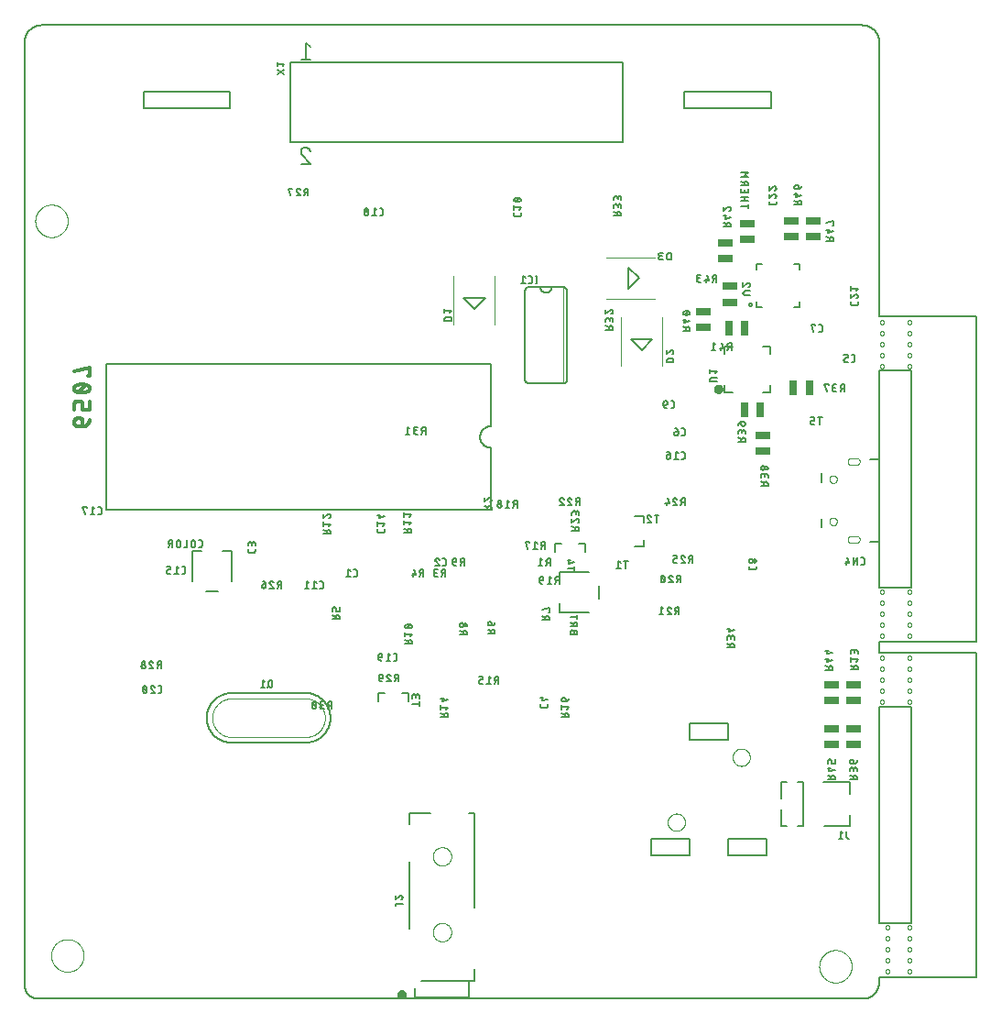
<source format=gbo>
G75*
%MOIN*%
%OFA0B0*%
%FSLAX25Y25*%
%IPPOS*%
%LPD*%
%AMOC8*
5,1,8,0,0,1.08239X$1,22.5*
%
%ADD10C,0.00000*%
%ADD11C,0.00600*%
%ADD12C,0.00800*%
%ADD13C,0.01400*%
%ADD14C,0.00500*%
%ADD15C,0.00200*%
%ADD16C,0.00400*%
%ADD17C,0.01600*%
%ADD18R,0.05512X0.02559*%
%ADD19R,0.02559X0.05512*%
%ADD20C,0.01575*%
D10*
X0022953Y0025022D02*
X0022955Y0025175D01*
X0022961Y0025329D01*
X0022971Y0025482D01*
X0022985Y0025634D01*
X0023003Y0025787D01*
X0023025Y0025938D01*
X0023050Y0026089D01*
X0023080Y0026240D01*
X0023114Y0026390D01*
X0023151Y0026538D01*
X0023192Y0026686D01*
X0023237Y0026832D01*
X0023286Y0026978D01*
X0023339Y0027122D01*
X0023395Y0027264D01*
X0023455Y0027405D01*
X0023519Y0027545D01*
X0023586Y0027683D01*
X0023657Y0027819D01*
X0023732Y0027953D01*
X0023809Y0028085D01*
X0023891Y0028215D01*
X0023975Y0028343D01*
X0024063Y0028469D01*
X0024154Y0028592D01*
X0024248Y0028713D01*
X0024346Y0028831D01*
X0024446Y0028947D01*
X0024550Y0029060D01*
X0024656Y0029171D01*
X0024765Y0029279D01*
X0024877Y0029384D01*
X0024991Y0029485D01*
X0025109Y0029584D01*
X0025228Y0029680D01*
X0025350Y0029773D01*
X0025475Y0029862D01*
X0025602Y0029949D01*
X0025731Y0030031D01*
X0025862Y0030111D01*
X0025995Y0030187D01*
X0026130Y0030260D01*
X0026267Y0030329D01*
X0026406Y0030394D01*
X0026546Y0030456D01*
X0026688Y0030514D01*
X0026831Y0030569D01*
X0026976Y0030620D01*
X0027122Y0030667D01*
X0027269Y0030710D01*
X0027417Y0030749D01*
X0027566Y0030785D01*
X0027716Y0030816D01*
X0027867Y0030844D01*
X0028018Y0030868D01*
X0028171Y0030888D01*
X0028323Y0030904D01*
X0028476Y0030916D01*
X0028629Y0030924D01*
X0028782Y0030928D01*
X0028936Y0030928D01*
X0029089Y0030924D01*
X0029242Y0030916D01*
X0029395Y0030904D01*
X0029547Y0030888D01*
X0029700Y0030868D01*
X0029851Y0030844D01*
X0030002Y0030816D01*
X0030152Y0030785D01*
X0030301Y0030749D01*
X0030449Y0030710D01*
X0030596Y0030667D01*
X0030742Y0030620D01*
X0030887Y0030569D01*
X0031030Y0030514D01*
X0031172Y0030456D01*
X0031312Y0030394D01*
X0031451Y0030329D01*
X0031588Y0030260D01*
X0031723Y0030187D01*
X0031856Y0030111D01*
X0031987Y0030031D01*
X0032116Y0029949D01*
X0032243Y0029862D01*
X0032368Y0029773D01*
X0032490Y0029680D01*
X0032609Y0029584D01*
X0032727Y0029485D01*
X0032841Y0029384D01*
X0032953Y0029279D01*
X0033062Y0029171D01*
X0033168Y0029060D01*
X0033272Y0028947D01*
X0033372Y0028831D01*
X0033470Y0028713D01*
X0033564Y0028592D01*
X0033655Y0028469D01*
X0033743Y0028343D01*
X0033827Y0028215D01*
X0033909Y0028085D01*
X0033986Y0027953D01*
X0034061Y0027819D01*
X0034132Y0027683D01*
X0034199Y0027545D01*
X0034263Y0027405D01*
X0034323Y0027264D01*
X0034379Y0027122D01*
X0034432Y0026978D01*
X0034481Y0026832D01*
X0034526Y0026686D01*
X0034567Y0026538D01*
X0034604Y0026390D01*
X0034638Y0026240D01*
X0034668Y0026089D01*
X0034693Y0025938D01*
X0034715Y0025787D01*
X0034733Y0025634D01*
X0034747Y0025482D01*
X0034757Y0025329D01*
X0034763Y0025175D01*
X0034765Y0025022D01*
X0034763Y0024869D01*
X0034757Y0024715D01*
X0034747Y0024562D01*
X0034733Y0024410D01*
X0034715Y0024257D01*
X0034693Y0024106D01*
X0034668Y0023955D01*
X0034638Y0023804D01*
X0034604Y0023654D01*
X0034567Y0023506D01*
X0034526Y0023358D01*
X0034481Y0023212D01*
X0034432Y0023066D01*
X0034379Y0022922D01*
X0034323Y0022780D01*
X0034263Y0022639D01*
X0034199Y0022499D01*
X0034132Y0022361D01*
X0034061Y0022225D01*
X0033986Y0022091D01*
X0033909Y0021959D01*
X0033827Y0021829D01*
X0033743Y0021701D01*
X0033655Y0021575D01*
X0033564Y0021452D01*
X0033470Y0021331D01*
X0033372Y0021213D01*
X0033272Y0021097D01*
X0033168Y0020984D01*
X0033062Y0020873D01*
X0032953Y0020765D01*
X0032841Y0020660D01*
X0032727Y0020559D01*
X0032609Y0020460D01*
X0032490Y0020364D01*
X0032368Y0020271D01*
X0032243Y0020182D01*
X0032116Y0020095D01*
X0031987Y0020013D01*
X0031856Y0019933D01*
X0031723Y0019857D01*
X0031588Y0019784D01*
X0031451Y0019715D01*
X0031312Y0019650D01*
X0031172Y0019588D01*
X0031030Y0019530D01*
X0030887Y0019475D01*
X0030742Y0019424D01*
X0030596Y0019377D01*
X0030449Y0019334D01*
X0030301Y0019295D01*
X0030152Y0019259D01*
X0030002Y0019228D01*
X0029851Y0019200D01*
X0029700Y0019176D01*
X0029547Y0019156D01*
X0029395Y0019140D01*
X0029242Y0019128D01*
X0029089Y0019120D01*
X0028936Y0019116D01*
X0028782Y0019116D01*
X0028629Y0019120D01*
X0028476Y0019128D01*
X0028323Y0019140D01*
X0028171Y0019156D01*
X0028018Y0019176D01*
X0027867Y0019200D01*
X0027716Y0019228D01*
X0027566Y0019259D01*
X0027417Y0019295D01*
X0027269Y0019334D01*
X0027122Y0019377D01*
X0026976Y0019424D01*
X0026831Y0019475D01*
X0026688Y0019530D01*
X0026546Y0019588D01*
X0026406Y0019650D01*
X0026267Y0019715D01*
X0026130Y0019784D01*
X0025995Y0019857D01*
X0025862Y0019933D01*
X0025731Y0020013D01*
X0025602Y0020095D01*
X0025475Y0020182D01*
X0025350Y0020271D01*
X0025228Y0020364D01*
X0025109Y0020460D01*
X0024991Y0020559D01*
X0024877Y0020660D01*
X0024765Y0020765D01*
X0024656Y0020873D01*
X0024550Y0020984D01*
X0024446Y0021097D01*
X0024346Y0021213D01*
X0024248Y0021331D01*
X0024154Y0021452D01*
X0024063Y0021575D01*
X0023975Y0021701D01*
X0023891Y0021829D01*
X0023809Y0021959D01*
X0023732Y0022091D01*
X0023657Y0022225D01*
X0023586Y0022361D01*
X0023519Y0022499D01*
X0023455Y0022639D01*
X0023395Y0022780D01*
X0023339Y0022922D01*
X0023286Y0023066D01*
X0023237Y0023212D01*
X0023192Y0023358D01*
X0023151Y0023506D01*
X0023114Y0023654D01*
X0023080Y0023804D01*
X0023050Y0023955D01*
X0023025Y0024106D01*
X0023003Y0024257D01*
X0022985Y0024410D01*
X0022971Y0024562D01*
X0022961Y0024715D01*
X0022955Y0024869D01*
X0022953Y0025022D01*
X0161891Y0033479D02*
X0161893Y0033594D01*
X0161899Y0033710D01*
X0161909Y0033825D01*
X0161923Y0033940D01*
X0161941Y0034054D01*
X0161963Y0034167D01*
X0161988Y0034280D01*
X0162018Y0034391D01*
X0162051Y0034502D01*
X0162088Y0034611D01*
X0162129Y0034719D01*
X0162174Y0034826D01*
X0162222Y0034931D01*
X0162274Y0035034D01*
X0162330Y0035135D01*
X0162389Y0035235D01*
X0162451Y0035332D01*
X0162517Y0035427D01*
X0162585Y0035520D01*
X0162657Y0035610D01*
X0162732Y0035698D01*
X0162811Y0035783D01*
X0162892Y0035865D01*
X0162975Y0035945D01*
X0163062Y0036021D01*
X0163151Y0036095D01*
X0163242Y0036165D01*
X0163336Y0036233D01*
X0163432Y0036297D01*
X0163531Y0036357D01*
X0163631Y0036414D01*
X0163733Y0036468D01*
X0163837Y0036518D01*
X0163943Y0036565D01*
X0164050Y0036608D01*
X0164159Y0036647D01*
X0164269Y0036682D01*
X0164380Y0036713D01*
X0164492Y0036741D01*
X0164605Y0036765D01*
X0164719Y0036785D01*
X0164834Y0036801D01*
X0164949Y0036813D01*
X0165064Y0036821D01*
X0165179Y0036825D01*
X0165295Y0036825D01*
X0165410Y0036821D01*
X0165525Y0036813D01*
X0165640Y0036801D01*
X0165755Y0036785D01*
X0165869Y0036765D01*
X0165982Y0036741D01*
X0166094Y0036713D01*
X0166205Y0036682D01*
X0166315Y0036647D01*
X0166424Y0036608D01*
X0166531Y0036565D01*
X0166637Y0036518D01*
X0166741Y0036468D01*
X0166843Y0036414D01*
X0166943Y0036357D01*
X0167042Y0036297D01*
X0167138Y0036233D01*
X0167232Y0036165D01*
X0167323Y0036095D01*
X0167412Y0036021D01*
X0167499Y0035945D01*
X0167582Y0035865D01*
X0167663Y0035783D01*
X0167742Y0035698D01*
X0167817Y0035610D01*
X0167889Y0035520D01*
X0167957Y0035427D01*
X0168023Y0035332D01*
X0168085Y0035235D01*
X0168144Y0035135D01*
X0168200Y0035034D01*
X0168252Y0034931D01*
X0168300Y0034826D01*
X0168345Y0034719D01*
X0168386Y0034611D01*
X0168423Y0034502D01*
X0168456Y0034391D01*
X0168486Y0034280D01*
X0168511Y0034167D01*
X0168533Y0034054D01*
X0168551Y0033940D01*
X0168565Y0033825D01*
X0168575Y0033710D01*
X0168581Y0033594D01*
X0168583Y0033479D01*
X0168581Y0033364D01*
X0168575Y0033248D01*
X0168565Y0033133D01*
X0168551Y0033018D01*
X0168533Y0032904D01*
X0168511Y0032791D01*
X0168486Y0032678D01*
X0168456Y0032567D01*
X0168423Y0032456D01*
X0168386Y0032347D01*
X0168345Y0032239D01*
X0168300Y0032132D01*
X0168252Y0032027D01*
X0168200Y0031924D01*
X0168144Y0031823D01*
X0168085Y0031723D01*
X0168023Y0031626D01*
X0167957Y0031531D01*
X0167889Y0031438D01*
X0167817Y0031348D01*
X0167742Y0031260D01*
X0167663Y0031175D01*
X0167582Y0031093D01*
X0167499Y0031013D01*
X0167412Y0030937D01*
X0167323Y0030863D01*
X0167232Y0030793D01*
X0167138Y0030725D01*
X0167042Y0030661D01*
X0166943Y0030601D01*
X0166843Y0030544D01*
X0166741Y0030490D01*
X0166637Y0030440D01*
X0166531Y0030393D01*
X0166424Y0030350D01*
X0166315Y0030311D01*
X0166205Y0030276D01*
X0166094Y0030245D01*
X0165982Y0030217D01*
X0165869Y0030193D01*
X0165755Y0030173D01*
X0165640Y0030157D01*
X0165525Y0030145D01*
X0165410Y0030137D01*
X0165295Y0030133D01*
X0165179Y0030133D01*
X0165064Y0030137D01*
X0164949Y0030145D01*
X0164834Y0030157D01*
X0164719Y0030173D01*
X0164605Y0030193D01*
X0164492Y0030217D01*
X0164380Y0030245D01*
X0164269Y0030276D01*
X0164159Y0030311D01*
X0164050Y0030350D01*
X0163943Y0030393D01*
X0163837Y0030440D01*
X0163733Y0030490D01*
X0163631Y0030544D01*
X0163531Y0030601D01*
X0163432Y0030661D01*
X0163336Y0030725D01*
X0163242Y0030793D01*
X0163151Y0030863D01*
X0163062Y0030937D01*
X0162975Y0031013D01*
X0162892Y0031093D01*
X0162811Y0031175D01*
X0162732Y0031260D01*
X0162657Y0031348D01*
X0162585Y0031438D01*
X0162517Y0031531D01*
X0162451Y0031626D01*
X0162389Y0031723D01*
X0162330Y0031823D01*
X0162274Y0031924D01*
X0162222Y0032027D01*
X0162174Y0032132D01*
X0162129Y0032239D01*
X0162088Y0032347D01*
X0162051Y0032456D01*
X0162018Y0032567D01*
X0161988Y0032678D01*
X0161963Y0032791D01*
X0161941Y0032904D01*
X0161923Y0033018D01*
X0161909Y0033133D01*
X0161899Y0033248D01*
X0161893Y0033364D01*
X0161891Y0033479D01*
X0161891Y0061038D02*
X0161893Y0061153D01*
X0161899Y0061269D01*
X0161909Y0061384D01*
X0161923Y0061499D01*
X0161941Y0061613D01*
X0161963Y0061726D01*
X0161988Y0061839D01*
X0162018Y0061950D01*
X0162051Y0062061D01*
X0162088Y0062170D01*
X0162129Y0062278D01*
X0162174Y0062385D01*
X0162222Y0062490D01*
X0162274Y0062593D01*
X0162330Y0062694D01*
X0162389Y0062794D01*
X0162451Y0062891D01*
X0162517Y0062986D01*
X0162585Y0063079D01*
X0162657Y0063169D01*
X0162732Y0063257D01*
X0162811Y0063342D01*
X0162892Y0063424D01*
X0162975Y0063504D01*
X0163062Y0063580D01*
X0163151Y0063654D01*
X0163242Y0063724D01*
X0163336Y0063792D01*
X0163432Y0063856D01*
X0163531Y0063916D01*
X0163631Y0063973D01*
X0163733Y0064027D01*
X0163837Y0064077D01*
X0163943Y0064124D01*
X0164050Y0064167D01*
X0164159Y0064206D01*
X0164269Y0064241D01*
X0164380Y0064272D01*
X0164492Y0064300D01*
X0164605Y0064324D01*
X0164719Y0064344D01*
X0164834Y0064360D01*
X0164949Y0064372D01*
X0165064Y0064380D01*
X0165179Y0064384D01*
X0165295Y0064384D01*
X0165410Y0064380D01*
X0165525Y0064372D01*
X0165640Y0064360D01*
X0165755Y0064344D01*
X0165869Y0064324D01*
X0165982Y0064300D01*
X0166094Y0064272D01*
X0166205Y0064241D01*
X0166315Y0064206D01*
X0166424Y0064167D01*
X0166531Y0064124D01*
X0166637Y0064077D01*
X0166741Y0064027D01*
X0166843Y0063973D01*
X0166943Y0063916D01*
X0167042Y0063856D01*
X0167138Y0063792D01*
X0167232Y0063724D01*
X0167323Y0063654D01*
X0167412Y0063580D01*
X0167499Y0063504D01*
X0167582Y0063424D01*
X0167663Y0063342D01*
X0167742Y0063257D01*
X0167817Y0063169D01*
X0167889Y0063079D01*
X0167957Y0062986D01*
X0168023Y0062891D01*
X0168085Y0062794D01*
X0168144Y0062694D01*
X0168200Y0062593D01*
X0168252Y0062490D01*
X0168300Y0062385D01*
X0168345Y0062278D01*
X0168386Y0062170D01*
X0168423Y0062061D01*
X0168456Y0061950D01*
X0168486Y0061839D01*
X0168511Y0061726D01*
X0168533Y0061613D01*
X0168551Y0061499D01*
X0168565Y0061384D01*
X0168575Y0061269D01*
X0168581Y0061153D01*
X0168583Y0061038D01*
X0168581Y0060923D01*
X0168575Y0060807D01*
X0168565Y0060692D01*
X0168551Y0060577D01*
X0168533Y0060463D01*
X0168511Y0060350D01*
X0168486Y0060237D01*
X0168456Y0060126D01*
X0168423Y0060015D01*
X0168386Y0059906D01*
X0168345Y0059798D01*
X0168300Y0059691D01*
X0168252Y0059586D01*
X0168200Y0059483D01*
X0168144Y0059382D01*
X0168085Y0059282D01*
X0168023Y0059185D01*
X0167957Y0059090D01*
X0167889Y0058997D01*
X0167817Y0058907D01*
X0167742Y0058819D01*
X0167663Y0058734D01*
X0167582Y0058652D01*
X0167499Y0058572D01*
X0167412Y0058496D01*
X0167323Y0058422D01*
X0167232Y0058352D01*
X0167138Y0058284D01*
X0167042Y0058220D01*
X0166943Y0058160D01*
X0166843Y0058103D01*
X0166741Y0058049D01*
X0166637Y0057999D01*
X0166531Y0057952D01*
X0166424Y0057909D01*
X0166315Y0057870D01*
X0166205Y0057835D01*
X0166094Y0057804D01*
X0165982Y0057776D01*
X0165869Y0057752D01*
X0165755Y0057732D01*
X0165640Y0057716D01*
X0165525Y0057704D01*
X0165410Y0057696D01*
X0165295Y0057692D01*
X0165179Y0057692D01*
X0165064Y0057696D01*
X0164949Y0057704D01*
X0164834Y0057716D01*
X0164719Y0057732D01*
X0164605Y0057752D01*
X0164492Y0057776D01*
X0164380Y0057804D01*
X0164269Y0057835D01*
X0164159Y0057870D01*
X0164050Y0057909D01*
X0163943Y0057952D01*
X0163837Y0057999D01*
X0163733Y0058049D01*
X0163631Y0058103D01*
X0163531Y0058160D01*
X0163432Y0058220D01*
X0163336Y0058284D01*
X0163242Y0058352D01*
X0163151Y0058422D01*
X0163062Y0058496D01*
X0162975Y0058572D01*
X0162892Y0058652D01*
X0162811Y0058734D01*
X0162732Y0058819D01*
X0162657Y0058907D01*
X0162585Y0058997D01*
X0162517Y0059090D01*
X0162451Y0059185D01*
X0162389Y0059282D01*
X0162330Y0059382D01*
X0162274Y0059483D01*
X0162222Y0059586D01*
X0162174Y0059691D01*
X0162129Y0059798D01*
X0162088Y0059906D01*
X0162051Y0060015D01*
X0162018Y0060126D01*
X0161988Y0060237D01*
X0161963Y0060350D01*
X0161941Y0060463D01*
X0161923Y0060577D01*
X0161909Y0060692D01*
X0161899Y0060807D01*
X0161893Y0060923D01*
X0161891Y0061038D01*
X0247339Y0073463D02*
X0247341Y0073575D01*
X0247347Y0073686D01*
X0247357Y0073798D01*
X0247371Y0073909D01*
X0247388Y0074019D01*
X0247410Y0074129D01*
X0247436Y0074238D01*
X0247465Y0074346D01*
X0247498Y0074452D01*
X0247535Y0074558D01*
X0247576Y0074662D01*
X0247621Y0074765D01*
X0247669Y0074866D01*
X0247720Y0074965D01*
X0247775Y0075062D01*
X0247834Y0075157D01*
X0247895Y0075251D01*
X0247960Y0075342D01*
X0248029Y0075430D01*
X0248100Y0075516D01*
X0248174Y0075600D01*
X0248252Y0075680D01*
X0248332Y0075758D01*
X0248415Y0075834D01*
X0248500Y0075906D01*
X0248588Y0075975D01*
X0248678Y0076041D01*
X0248771Y0076103D01*
X0248866Y0076163D01*
X0248963Y0076219D01*
X0249061Y0076271D01*
X0249162Y0076320D01*
X0249264Y0076365D01*
X0249368Y0076407D01*
X0249473Y0076445D01*
X0249580Y0076479D01*
X0249687Y0076509D01*
X0249796Y0076536D01*
X0249905Y0076558D01*
X0250016Y0076577D01*
X0250126Y0076592D01*
X0250238Y0076603D01*
X0250349Y0076610D01*
X0250461Y0076613D01*
X0250573Y0076612D01*
X0250685Y0076607D01*
X0250796Y0076598D01*
X0250907Y0076585D01*
X0251018Y0076568D01*
X0251128Y0076548D01*
X0251237Y0076523D01*
X0251345Y0076495D01*
X0251452Y0076462D01*
X0251558Y0076426D01*
X0251662Y0076386D01*
X0251765Y0076343D01*
X0251867Y0076296D01*
X0251966Y0076245D01*
X0252064Y0076191D01*
X0252160Y0076133D01*
X0252254Y0076072D01*
X0252345Y0076008D01*
X0252434Y0075941D01*
X0252521Y0075870D01*
X0252605Y0075796D01*
X0252687Y0075720D01*
X0252765Y0075640D01*
X0252841Y0075558D01*
X0252914Y0075473D01*
X0252984Y0075386D01*
X0253050Y0075296D01*
X0253114Y0075204D01*
X0253174Y0075110D01*
X0253231Y0075014D01*
X0253284Y0074915D01*
X0253334Y0074815D01*
X0253380Y0074714D01*
X0253423Y0074610D01*
X0253462Y0074505D01*
X0253497Y0074399D01*
X0253528Y0074292D01*
X0253556Y0074183D01*
X0253579Y0074074D01*
X0253599Y0073964D01*
X0253615Y0073853D01*
X0253627Y0073742D01*
X0253635Y0073631D01*
X0253639Y0073519D01*
X0253639Y0073407D01*
X0253635Y0073295D01*
X0253627Y0073184D01*
X0253615Y0073073D01*
X0253599Y0072962D01*
X0253579Y0072852D01*
X0253556Y0072743D01*
X0253528Y0072634D01*
X0253497Y0072527D01*
X0253462Y0072421D01*
X0253423Y0072316D01*
X0253380Y0072212D01*
X0253334Y0072111D01*
X0253284Y0072011D01*
X0253231Y0071912D01*
X0253174Y0071816D01*
X0253114Y0071722D01*
X0253050Y0071630D01*
X0252984Y0071540D01*
X0252914Y0071453D01*
X0252841Y0071368D01*
X0252765Y0071286D01*
X0252687Y0071206D01*
X0252605Y0071130D01*
X0252521Y0071056D01*
X0252434Y0070985D01*
X0252345Y0070918D01*
X0252254Y0070854D01*
X0252160Y0070793D01*
X0252064Y0070735D01*
X0251966Y0070681D01*
X0251867Y0070630D01*
X0251765Y0070583D01*
X0251662Y0070540D01*
X0251558Y0070500D01*
X0251452Y0070464D01*
X0251345Y0070431D01*
X0251237Y0070403D01*
X0251128Y0070378D01*
X0251018Y0070358D01*
X0250907Y0070341D01*
X0250796Y0070328D01*
X0250685Y0070319D01*
X0250573Y0070314D01*
X0250461Y0070313D01*
X0250349Y0070316D01*
X0250238Y0070323D01*
X0250126Y0070334D01*
X0250016Y0070349D01*
X0249905Y0070368D01*
X0249796Y0070390D01*
X0249687Y0070417D01*
X0249580Y0070447D01*
X0249473Y0070481D01*
X0249368Y0070519D01*
X0249264Y0070561D01*
X0249162Y0070606D01*
X0249061Y0070655D01*
X0248963Y0070707D01*
X0248866Y0070763D01*
X0248771Y0070823D01*
X0248678Y0070885D01*
X0248588Y0070951D01*
X0248500Y0071020D01*
X0248415Y0071092D01*
X0248332Y0071168D01*
X0248252Y0071246D01*
X0248174Y0071326D01*
X0248100Y0071410D01*
X0248029Y0071496D01*
X0247960Y0071584D01*
X0247895Y0071675D01*
X0247834Y0071769D01*
X0247775Y0071864D01*
X0247720Y0071961D01*
X0247669Y0072060D01*
X0247621Y0072161D01*
X0247576Y0072264D01*
X0247535Y0072368D01*
X0247498Y0072474D01*
X0247465Y0072580D01*
X0247436Y0072688D01*
X0247410Y0072797D01*
X0247388Y0072907D01*
X0247371Y0073017D01*
X0247357Y0073128D01*
X0247347Y0073240D01*
X0247341Y0073351D01*
X0247339Y0073463D01*
X0270961Y0097085D02*
X0270963Y0097197D01*
X0270969Y0097308D01*
X0270979Y0097420D01*
X0270993Y0097531D01*
X0271010Y0097641D01*
X0271032Y0097751D01*
X0271058Y0097860D01*
X0271087Y0097968D01*
X0271120Y0098074D01*
X0271157Y0098180D01*
X0271198Y0098284D01*
X0271243Y0098387D01*
X0271291Y0098488D01*
X0271342Y0098587D01*
X0271397Y0098684D01*
X0271456Y0098779D01*
X0271517Y0098873D01*
X0271582Y0098964D01*
X0271651Y0099052D01*
X0271722Y0099138D01*
X0271796Y0099222D01*
X0271874Y0099302D01*
X0271954Y0099380D01*
X0272037Y0099456D01*
X0272122Y0099528D01*
X0272210Y0099597D01*
X0272300Y0099663D01*
X0272393Y0099725D01*
X0272488Y0099785D01*
X0272585Y0099841D01*
X0272683Y0099893D01*
X0272784Y0099942D01*
X0272886Y0099987D01*
X0272990Y0100029D01*
X0273095Y0100067D01*
X0273202Y0100101D01*
X0273309Y0100131D01*
X0273418Y0100158D01*
X0273527Y0100180D01*
X0273638Y0100199D01*
X0273748Y0100214D01*
X0273860Y0100225D01*
X0273971Y0100232D01*
X0274083Y0100235D01*
X0274195Y0100234D01*
X0274307Y0100229D01*
X0274418Y0100220D01*
X0274529Y0100207D01*
X0274640Y0100190D01*
X0274750Y0100170D01*
X0274859Y0100145D01*
X0274967Y0100117D01*
X0275074Y0100084D01*
X0275180Y0100048D01*
X0275284Y0100008D01*
X0275387Y0099965D01*
X0275489Y0099918D01*
X0275588Y0099867D01*
X0275686Y0099813D01*
X0275782Y0099755D01*
X0275876Y0099694D01*
X0275967Y0099630D01*
X0276056Y0099563D01*
X0276143Y0099492D01*
X0276227Y0099418D01*
X0276309Y0099342D01*
X0276387Y0099262D01*
X0276463Y0099180D01*
X0276536Y0099095D01*
X0276606Y0099008D01*
X0276672Y0098918D01*
X0276736Y0098826D01*
X0276796Y0098732D01*
X0276853Y0098636D01*
X0276906Y0098537D01*
X0276956Y0098437D01*
X0277002Y0098336D01*
X0277045Y0098232D01*
X0277084Y0098127D01*
X0277119Y0098021D01*
X0277150Y0097914D01*
X0277178Y0097805D01*
X0277201Y0097696D01*
X0277221Y0097586D01*
X0277237Y0097475D01*
X0277249Y0097364D01*
X0277257Y0097253D01*
X0277261Y0097141D01*
X0277261Y0097029D01*
X0277257Y0096917D01*
X0277249Y0096806D01*
X0277237Y0096695D01*
X0277221Y0096584D01*
X0277201Y0096474D01*
X0277178Y0096365D01*
X0277150Y0096256D01*
X0277119Y0096149D01*
X0277084Y0096043D01*
X0277045Y0095938D01*
X0277002Y0095834D01*
X0276956Y0095733D01*
X0276906Y0095633D01*
X0276853Y0095534D01*
X0276796Y0095438D01*
X0276736Y0095344D01*
X0276672Y0095252D01*
X0276606Y0095162D01*
X0276536Y0095075D01*
X0276463Y0094990D01*
X0276387Y0094908D01*
X0276309Y0094828D01*
X0276227Y0094752D01*
X0276143Y0094678D01*
X0276056Y0094607D01*
X0275967Y0094540D01*
X0275876Y0094476D01*
X0275782Y0094415D01*
X0275686Y0094357D01*
X0275588Y0094303D01*
X0275489Y0094252D01*
X0275387Y0094205D01*
X0275284Y0094162D01*
X0275180Y0094122D01*
X0275074Y0094086D01*
X0274967Y0094053D01*
X0274859Y0094025D01*
X0274750Y0094000D01*
X0274640Y0093980D01*
X0274529Y0093963D01*
X0274418Y0093950D01*
X0274307Y0093941D01*
X0274195Y0093936D01*
X0274083Y0093935D01*
X0273971Y0093938D01*
X0273860Y0093945D01*
X0273748Y0093956D01*
X0273638Y0093971D01*
X0273527Y0093990D01*
X0273418Y0094012D01*
X0273309Y0094039D01*
X0273202Y0094069D01*
X0273095Y0094103D01*
X0272990Y0094141D01*
X0272886Y0094183D01*
X0272784Y0094228D01*
X0272683Y0094277D01*
X0272585Y0094329D01*
X0272488Y0094385D01*
X0272393Y0094445D01*
X0272300Y0094507D01*
X0272210Y0094573D01*
X0272122Y0094642D01*
X0272037Y0094714D01*
X0271954Y0094790D01*
X0271874Y0094868D01*
X0271796Y0094948D01*
X0271722Y0095032D01*
X0271651Y0095118D01*
X0271582Y0095206D01*
X0271517Y0095297D01*
X0271456Y0095391D01*
X0271397Y0095486D01*
X0271342Y0095583D01*
X0271291Y0095682D01*
X0271243Y0095783D01*
X0271198Y0095886D01*
X0271157Y0095990D01*
X0271120Y0096096D01*
X0271087Y0096202D01*
X0271058Y0096310D01*
X0271032Y0096419D01*
X0271010Y0096529D01*
X0270993Y0096639D01*
X0270979Y0096750D01*
X0270969Y0096862D01*
X0270963Y0096973D01*
X0270961Y0097085D01*
X0324513Y0117274D02*
X0324515Y0117330D01*
X0324521Y0117385D01*
X0324531Y0117439D01*
X0324544Y0117493D01*
X0324562Y0117546D01*
X0324583Y0117597D01*
X0324607Y0117647D01*
X0324635Y0117695D01*
X0324667Y0117741D01*
X0324701Y0117785D01*
X0324739Y0117826D01*
X0324779Y0117864D01*
X0324822Y0117899D01*
X0324867Y0117931D01*
X0324915Y0117960D01*
X0324964Y0117986D01*
X0325015Y0118008D01*
X0325067Y0118026D01*
X0325121Y0118040D01*
X0325176Y0118051D01*
X0325231Y0118058D01*
X0325286Y0118061D01*
X0325342Y0118060D01*
X0325397Y0118055D01*
X0325452Y0118046D01*
X0325506Y0118034D01*
X0325559Y0118017D01*
X0325611Y0117997D01*
X0325661Y0117973D01*
X0325709Y0117946D01*
X0325756Y0117916D01*
X0325800Y0117882D01*
X0325842Y0117845D01*
X0325880Y0117805D01*
X0325917Y0117763D01*
X0325950Y0117718D01*
X0325979Y0117672D01*
X0326006Y0117623D01*
X0326028Y0117572D01*
X0326048Y0117520D01*
X0326063Y0117466D01*
X0326075Y0117412D01*
X0326083Y0117357D01*
X0326087Y0117302D01*
X0326087Y0117246D01*
X0326083Y0117191D01*
X0326075Y0117136D01*
X0326063Y0117082D01*
X0326048Y0117028D01*
X0326028Y0116976D01*
X0326006Y0116925D01*
X0325979Y0116876D01*
X0325950Y0116830D01*
X0325917Y0116785D01*
X0325880Y0116743D01*
X0325842Y0116703D01*
X0325800Y0116666D01*
X0325756Y0116632D01*
X0325709Y0116602D01*
X0325661Y0116575D01*
X0325611Y0116551D01*
X0325559Y0116531D01*
X0325506Y0116514D01*
X0325452Y0116502D01*
X0325397Y0116493D01*
X0325342Y0116488D01*
X0325286Y0116487D01*
X0325231Y0116490D01*
X0325176Y0116497D01*
X0325121Y0116508D01*
X0325067Y0116522D01*
X0325015Y0116540D01*
X0324964Y0116562D01*
X0324915Y0116588D01*
X0324867Y0116617D01*
X0324822Y0116649D01*
X0324779Y0116684D01*
X0324739Y0116722D01*
X0324701Y0116763D01*
X0324667Y0116807D01*
X0324635Y0116853D01*
X0324607Y0116901D01*
X0324583Y0116951D01*
X0324562Y0117002D01*
X0324544Y0117055D01*
X0324531Y0117109D01*
X0324521Y0117163D01*
X0324515Y0117218D01*
X0324513Y0117274D01*
X0324513Y0121274D02*
X0324515Y0121330D01*
X0324521Y0121385D01*
X0324531Y0121439D01*
X0324544Y0121493D01*
X0324562Y0121546D01*
X0324583Y0121597D01*
X0324607Y0121647D01*
X0324635Y0121695D01*
X0324667Y0121741D01*
X0324701Y0121785D01*
X0324739Y0121826D01*
X0324779Y0121864D01*
X0324822Y0121899D01*
X0324867Y0121931D01*
X0324915Y0121960D01*
X0324964Y0121986D01*
X0325015Y0122008D01*
X0325067Y0122026D01*
X0325121Y0122040D01*
X0325176Y0122051D01*
X0325231Y0122058D01*
X0325286Y0122061D01*
X0325342Y0122060D01*
X0325397Y0122055D01*
X0325452Y0122046D01*
X0325506Y0122034D01*
X0325559Y0122017D01*
X0325611Y0121997D01*
X0325661Y0121973D01*
X0325709Y0121946D01*
X0325756Y0121916D01*
X0325800Y0121882D01*
X0325842Y0121845D01*
X0325880Y0121805D01*
X0325917Y0121763D01*
X0325950Y0121718D01*
X0325979Y0121672D01*
X0326006Y0121623D01*
X0326028Y0121572D01*
X0326048Y0121520D01*
X0326063Y0121466D01*
X0326075Y0121412D01*
X0326083Y0121357D01*
X0326087Y0121302D01*
X0326087Y0121246D01*
X0326083Y0121191D01*
X0326075Y0121136D01*
X0326063Y0121082D01*
X0326048Y0121028D01*
X0326028Y0120976D01*
X0326006Y0120925D01*
X0325979Y0120876D01*
X0325950Y0120830D01*
X0325917Y0120785D01*
X0325880Y0120743D01*
X0325842Y0120703D01*
X0325800Y0120666D01*
X0325756Y0120632D01*
X0325709Y0120602D01*
X0325661Y0120575D01*
X0325611Y0120551D01*
X0325559Y0120531D01*
X0325506Y0120514D01*
X0325452Y0120502D01*
X0325397Y0120493D01*
X0325342Y0120488D01*
X0325286Y0120487D01*
X0325231Y0120490D01*
X0325176Y0120497D01*
X0325121Y0120508D01*
X0325067Y0120522D01*
X0325015Y0120540D01*
X0324964Y0120562D01*
X0324915Y0120588D01*
X0324867Y0120617D01*
X0324822Y0120649D01*
X0324779Y0120684D01*
X0324739Y0120722D01*
X0324701Y0120763D01*
X0324667Y0120807D01*
X0324635Y0120853D01*
X0324607Y0120901D01*
X0324583Y0120951D01*
X0324562Y0121002D01*
X0324544Y0121055D01*
X0324531Y0121109D01*
X0324521Y0121163D01*
X0324515Y0121218D01*
X0324513Y0121274D01*
X0324513Y0125274D02*
X0324515Y0125330D01*
X0324521Y0125385D01*
X0324531Y0125439D01*
X0324544Y0125493D01*
X0324562Y0125546D01*
X0324583Y0125597D01*
X0324607Y0125647D01*
X0324635Y0125695D01*
X0324667Y0125741D01*
X0324701Y0125785D01*
X0324739Y0125826D01*
X0324779Y0125864D01*
X0324822Y0125899D01*
X0324867Y0125931D01*
X0324915Y0125960D01*
X0324964Y0125986D01*
X0325015Y0126008D01*
X0325067Y0126026D01*
X0325121Y0126040D01*
X0325176Y0126051D01*
X0325231Y0126058D01*
X0325286Y0126061D01*
X0325342Y0126060D01*
X0325397Y0126055D01*
X0325452Y0126046D01*
X0325506Y0126034D01*
X0325559Y0126017D01*
X0325611Y0125997D01*
X0325661Y0125973D01*
X0325709Y0125946D01*
X0325756Y0125916D01*
X0325800Y0125882D01*
X0325842Y0125845D01*
X0325880Y0125805D01*
X0325917Y0125763D01*
X0325950Y0125718D01*
X0325979Y0125672D01*
X0326006Y0125623D01*
X0326028Y0125572D01*
X0326048Y0125520D01*
X0326063Y0125466D01*
X0326075Y0125412D01*
X0326083Y0125357D01*
X0326087Y0125302D01*
X0326087Y0125246D01*
X0326083Y0125191D01*
X0326075Y0125136D01*
X0326063Y0125082D01*
X0326048Y0125028D01*
X0326028Y0124976D01*
X0326006Y0124925D01*
X0325979Y0124876D01*
X0325950Y0124830D01*
X0325917Y0124785D01*
X0325880Y0124743D01*
X0325842Y0124703D01*
X0325800Y0124666D01*
X0325756Y0124632D01*
X0325709Y0124602D01*
X0325661Y0124575D01*
X0325611Y0124551D01*
X0325559Y0124531D01*
X0325506Y0124514D01*
X0325452Y0124502D01*
X0325397Y0124493D01*
X0325342Y0124488D01*
X0325286Y0124487D01*
X0325231Y0124490D01*
X0325176Y0124497D01*
X0325121Y0124508D01*
X0325067Y0124522D01*
X0325015Y0124540D01*
X0324964Y0124562D01*
X0324915Y0124588D01*
X0324867Y0124617D01*
X0324822Y0124649D01*
X0324779Y0124684D01*
X0324739Y0124722D01*
X0324701Y0124763D01*
X0324667Y0124807D01*
X0324635Y0124853D01*
X0324607Y0124901D01*
X0324583Y0124951D01*
X0324562Y0125002D01*
X0324544Y0125055D01*
X0324531Y0125109D01*
X0324521Y0125163D01*
X0324515Y0125218D01*
X0324513Y0125274D01*
X0324513Y0129274D02*
X0324515Y0129330D01*
X0324521Y0129385D01*
X0324531Y0129439D01*
X0324544Y0129493D01*
X0324562Y0129546D01*
X0324583Y0129597D01*
X0324607Y0129647D01*
X0324635Y0129695D01*
X0324667Y0129741D01*
X0324701Y0129785D01*
X0324739Y0129826D01*
X0324779Y0129864D01*
X0324822Y0129899D01*
X0324867Y0129931D01*
X0324915Y0129960D01*
X0324964Y0129986D01*
X0325015Y0130008D01*
X0325067Y0130026D01*
X0325121Y0130040D01*
X0325176Y0130051D01*
X0325231Y0130058D01*
X0325286Y0130061D01*
X0325342Y0130060D01*
X0325397Y0130055D01*
X0325452Y0130046D01*
X0325506Y0130034D01*
X0325559Y0130017D01*
X0325611Y0129997D01*
X0325661Y0129973D01*
X0325709Y0129946D01*
X0325756Y0129916D01*
X0325800Y0129882D01*
X0325842Y0129845D01*
X0325880Y0129805D01*
X0325917Y0129763D01*
X0325950Y0129718D01*
X0325979Y0129672D01*
X0326006Y0129623D01*
X0326028Y0129572D01*
X0326048Y0129520D01*
X0326063Y0129466D01*
X0326075Y0129412D01*
X0326083Y0129357D01*
X0326087Y0129302D01*
X0326087Y0129246D01*
X0326083Y0129191D01*
X0326075Y0129136D01*
X0326063Y0129082D01*
X0326048Y0129028D01*
X0326028Y0128976D01*
X0326006Y0128925D01*
X0325979Y0128876D01*
X0325950Y0128830D01*
X0325917Y0128785D01*
X0325880Y0128743D01*
X0325842Y0128703D01*
X0325800Y0128666D01*
X0325756Y0128632D01*
X0325709Y0128602D01*
X0325661Y0128575D01*
X0325611Y0128551D01*
X0325559Y0128531D01*
X0325506Y0128514D01*
X0325452Y0128502D01*
X0325397Y0128493D01*
X0325342Y0128488D01*
X0325286Y0128487D01*
X0325231Y0128490D01*
X0325176Y0128497D01*
X0325121Y0128508D01*
X0325067Y0128522D01*
X0325015Y0128540D01*
X0324964Y0128562D01*
X0324915Y0128588D01*
X0324867Y0128617D01*
X0324822Y0128649D01*
X0324779Y0128684D01*
X0324739Y0128722D01*
X0324701Y0128763D01*
X0324667Y0128807D01*
X0324635Y0128853D01*
X0324607Y0128901D01*
X0324583Y0128951D01*
X0324562Y0129002D01*
X0324544Y0129055D01*
X0324531Y0129109D01*
X0324521Y0129163D01*
X0324515Y0129218D01*
X0324513Y0129274D01*
X0324513Y0133274D02*
X0324515Y0133330D01*
X0324521Y0133385D01*
X0324531Y0133439D01*
X0324544Y0133493D01*
X0324562Y0133546D01*
X0324583Y0133597D01*
X0324607Y0133647D01*
X0324635Y0133695D01*
X0324667Y0133741D01*
X0324701Y0133785D01*
X0324739Y0133826D01*
X0324779Y0133864D01*
X0324822Y0133899D01*
X0324867Y0133931D01*
X0324915Y0133960D01*
X0324964Y0133986D01*
X0325015Y0134008D01*
X0325067Y0134026D01*
X0325121Y0134040D01*
X0325176Y0134051D01*
X0325231Y0134058D01*
X0325286Y0134061D01*
X0325342Y0134060D01*
X0325397Y0134055D01*
X0325452Y0134046D01*
X0325506Y0134034D01*
X0325559Y0134017D01*
X0325611Y0133997D01*
X0325661Y0133973D01*
X0325709Y0133946D01*
X0325756Y0133916D01*
X0325800Y0133882D01*
X0325842Y0133845D01*
X0325880Y0133805D01*
X0325917Y0133763D01*
X0325950Y0133718D01*
X0325979Y0133672D01*
X0326006Y0133623D01*
X0326028Y0133572D01*
X0326048Y0133520D01*
X0326063Y0133466D01*
X0326075Y0133412D01*
X0326083Y0133357D01*
X0326087Y0133302D01*
X0326087Y0133246D01*
X0326083Y0133191D01*
X0326075Y0133136D01*
X0326063Y0133082D01*
X0326048Y0133028D01*
X0326028Y0132976D01*
X0326006Y0132925D01*
X0325979Y0132876D01*
X0325950Y0132830D01*
X0325917Y0132785D01*
X0325880Y0132743D01*
X0325842Y0132703D01*
X0325800Y0132666D01*
X0325756Y0132632D01*
X0325709Y0132602D01*
X0325661Y0132575D01*
X0325611Y0132551D01*
X0325559Y0132531D01*
X0325506Y0132514D01*
X0325452Y0132502D01*
X0325397Y0132493D01*
X0325342Y0132488D01*
X0325286Y0132487D01*
X0325231Y0132490D01*
X0325176Y0132497D01*
X0325121Y0132508D01*
X0325067Y0132522D01*
X0325015Y0132540D01*
X0324964Y0132562D01*
X0324915Y0132588D01*
X0324867Y0132617D01*
X0324822Y0132649D01*
X0324779Y0132684D01*
X0324739Y0132722D01*
X0324701Y0132763D01*
X0324667Y0132807D01*
X0324635Y0132853D01*
X0324607Y0132901D01*
X0324583Y0132951D01*
X0324562Y0133002D01*
X0324544Y0133055D01*
X0324531Y0133109D01*
X0324521Y0133163D01*
X0324515Y0133218D01*
X0324513Y0133274D01*
X0324513Y0141274D02*
X0324515Y0141330D01*
X0324521Y0141385D01*
X0324531Y0141439D01*
X0324544Y0141493D01*
X0324562Y0141546D01*
X0324583Y0141597D01*
X0324607Y0141647D01*
X0324635Y0141695D01*
X0324667Y0141741D01*
X0324701Y0141785D01*
X0324739Y0141826D01*
X0324779Y0141864D01*
X0324822Y0141899D01*
X0324867Y0141931D01*
X0324915Y0141960D01*
X0324964Y0141986D01*
X0325015Y0142008D01*
X0325067Y0142026D01*
X0325121Y0142040D01*
X0325176Y0142051D01*
X0325231Y0142058D01*
X0325286Y0142061D01*
X0325342Y0142060D01*
X0325397Y0142055D01*
X0325452Y0142046D01*
X0325506Y0142034D01*
X0325559Y0142017D01*
X0325611Y0141997D01*
X0325661Y0141973D01*
X0325709Y0141946D01*
X0325756Y0141916D01*
X0325800Y0141882D01*
X0325842Y0141845D01*
X0325880Y0141805D01*
X0325917Y0141763D01*
X0325950Y0141718D01*
X0325979Y0141672D01*
X0326006Y0141623D01*
X0326028Y0141572D01*
X0326048Y0141520D01*
X0326063Y0141466D01*
X0326075Y0141412D01*
X0326083Y0141357D01*
X0326087Y0141302D01*
X0326087Y0141246D01*
X0326083Y0141191D01*
X0326075Y0141136D01*
X0326063Y0141082D01*
X0326048Y0141028D01*
X0326028Y0140976D01*
X0326006Y0140925D01*
X0325979Y0140876D01*
X0325950Y0140830D01*
X0325917Y0140785D01*
X0325880Y0140743D01*
X0325842Y0140703D01*
X0325800Y0140666D01*
X0325756Y0140632D01*
X0325709Y0140602D01*
X0325661Y0140575D01*
X0325611Y0140551D01*
X0325559Y0140531D01*
X0325506Y0140514D01*
X0325452Y0140502D01*
X0325397Y0140493D01*
X0325342Y0140488D01*
X0325286Y0140487D01*
X0325231Y0140490D01*
X0325176Y0140497D01*
X0325121Y0140508D01*
X0325067Y0140522D01*
X0325015Y0140540D01*
X0324964Y0140562D01*
X0324915Y0140588D01*
X0324867Y0140617D01*
X0324822Y0140649D01*
X0324779Y0140684D01*
X0324739Y0140722D01*
X0324701Y0140763D01*
X0324667Y0140807D01*
X0324635Y0140853D01*
X0324607Y0140901D01*
X0324583Y0140951D01*
X0324562Y0141002D01*
X0324544Y0141055D01*
X0324531Y0141109D01*
X0324521Y0141163D01*
X0324515Y0141218D01*
X0324513Y0141274D01*
X0324513Y0145274D02*
X0324515Y0145330D01*
X0324521Y0145385D01*
X0324531Y0145439D01*
X0324544Y0145493D01*
X0324562Y0145546D01*
X0324583Y0145597D01*
X0324607Y0145647D01*
X0324635Y0145695D01*
X0324667Y0145741D01*
X0324701Y0145785D01*
X0324739Y0145826D01*
X0324779Y0145864D01*
X0324822Y0145899D01*
X0324867Y0145931D01*
X0324915Y0145960D01*
X0324964Y0145986D01*
X0325015Y0146008D01*
X0325067Y0146026D01*
X0325121Y0146040D01*
X0325176Y0146051D01*
X0325231Y0146058D01*
X0325286Y0146061D01*
X0325342Y0146060D01*
X0325397Y0146055D01*
X0325452Y0146046D01*
X0325506Y0146034D01*
X0325559Y0146017D01*
X0325611Y0145997D01*
X0325661Y0145973D01*
X0325709Y0145946D01*
X0325756Y0145916D01*
X0325800Y0145882D01*
X0325842Y0145845D01*
X0325880Y0145805D01*
X0325917Y0145763D01*
X0325950Y0145718D01*
X0325979Y0145672D01*
X0326006Y0145623D01*
X0326028Y0145572D01*
X0326048Y0145520D01*
X0326063Y0145466D01*
X0326075Y0145412D01*
X0326083Y0145357D01*
X0326087Y0145302D01*
X0326087Y0145246D01*
X0326083Y0145191D01*
X0326075Y0145136D01*
X0326063Y0145082D01*
X0326048Y0145028D01*
X0326028Y0144976D01*
X0326006Y0144925D01*
X0325979Y0144876D01*
X0325950Y0144830D01*
X0325917Y0144785D01*
X0325880Y0144743D01*
X0325842Y0144703D01*
X0325800Y0144666D01*
X0325756Y0144632D01*
X0325709Y0144602D01*
X0325661Y0144575D01*
X0325611Y0144551D01*
X0325559Y0144531D01*
X0325506Y0144514D01*
X0325452Y0144502D01*
X0325397Y0144493D01*
X0325342Y0144488D01*
X0325286Y0144487D01*
X0325231Y0144490D01*
X0325176Y0144497D01*
X0325121Y0144508D01*
X0325067Y0144522D01*
X0325015Y0144540D01*
X0324964Y0144562D01*
X0324915Y0144588D01*
X0324867Y0144617D01*
X0324822Y0144649D01*
X0324779Y0144684D01*
X0324739Y0144722D01*
X0324701Y0144763D01*
X0324667Y0144807D01*
X0324635Y0144853D01*
X0324607Y0144901D01*
X0324583Y0144951D01*
X0324562Y0145002D01*
X0324544Y0145055D01*
X0324531Y0145109D01*
X0324521Y0145163D01*
X0324515Y0145218D01*
X0324513Y0145274D01*
X0324513Y0149274D02*
X0324515Y0149330D01*
X0324521Y0149385D01*
X0324531Y0149439D01*
X0324544Y0149493D01*
X0324562Y0149546D01*
X0324583Y0149597D01*
X0324607Y0149647D01*
X0324635Y0149695D01*
X0324667Y0149741D01*
X0324701Y0149785D01*
X0324739Y0149826D01*
X0324779Y0149864D01*
X0324822Y0149899D01*
X0324867Y0149931D01*
X0324915Y0149960D01*
X0324964Y0149986D01*
X0325015Y0150008D01*
X0325067Y0150026D01*
X0325121Y0150040D01*
X0325176Y0150051D01*
X0325231Y0150058D01*
X0325286Y0150061D01*
X0325342Y0150060D01*
X0325397Y0150055D01*
X0325452Y0150046D01*
X0325506Y0150034D01*
X0325559Y0150017D01*
X0325611Y0149997D01*
X0325661Y0149973D01*
X0325709Y0149946D01*
X0325756Y0149916D01*
X0325800Y0149882D01*
X0325842Y0149845D01*
X0325880Y0149805D01*
X0325917Y0149763D01*
X0325950Y0149718D01*
X0325979Y0149672D01*
X0326006Y0149623D01*
X0326028Y0149572D01*
X0326048Y0149520D01*
X0326063Y0149466D01*
X0326075Y0149412D01*
X0326083Y0149357D01*
X0326087Y0149302D01*
X0326087Y0149246D01*
X0326083Y0149191D01*
X0326075Y0149136D01*
X0326063Y0149082D01*
X0326048Y0149028D01*
X0326028Y0148976D01*
X0326006Y0148925D01*
X0325979Y0148876D01*
X0325950Y0148830D01*
X0325917Y0148785D01*
X0325880Y0148743D01*
X0325842Y0148703D01*
X0325800Y0148666D01*
X0325756Y0148632D01*
X0325709Y0148602D01*
X0325661Y0148575D01*
X0325611Y0148551D01*
X0325559Y0148531D01*
X0325506Y0148514D01*
X0325452Y0148502D01*
X0325397Y0148493D01*
X0325342Y0148488D01*
X0325286Y0148487D01*
X0325231Y0148490D01*
X0325176Y0148497D01*
X0325121Y0148508D01*
X0325067Y0148522D01*
X0325015Y0148540D01*
X0324964Y0148562D01*
X0324915Y0148588D01*
X0324867Y0148617D01*
X0324822Y0148649D01*
X0324779Y0148684D01*
X0324739Y0148722D01*
X0324701Y0148763D01*
X0324667Y0148807D01*
X0324635Y0148853D01*
X0324607Y0148901D01*
X0324583Y0148951D01*
X0324562Y0149002D01*
X0324544Y0149055D01*
X0324531Y0149109D01*
X0324521Y0149163D01*
X0324515Y0149218D01*
X0324513Y0149274D01*
X0324513Y0153274D02*
X0324515Y0153330D01*
X0324521Y0153385D01*
X0324531Y0153439D01*
X0324544Y0153493D01*
X0324562Y0153546D01*
X0324583Y0153597D01*
X0324607Y0153647D01*
X0324635Y0153695D01*
X0324667Y0153741D01*
X0324701Y0153785D01*
X0324739Y0153826D01*
X0324779Y0153864D01*
X0324822Y0153899D01*
X0324867Y0153931D01*
X0324915Y0153960D01*
X0324964Y0153986D01*
X0325015Y0154008D01*
X0325067Y0154026D01*
X0325121Y0154040D01*
X0325176Y0154051D01*
X0325231Y0154058D01*
X0325286Y0154061D01*
X0325342Y0154060D01*
X0325397Y0154055D01*
X0325452Y0154046D01*
X0325506Y0154034D01*
X0325559Y0154017D01*
X0325611Y0153997D01*
X0325661Y0153973D01*
X0325709Y0153946D01*
X0325756Y0153916D01*
X0325800Y0153882D01*
X0325842Y0153845D01*
X0325880Y0153805D01*
X0325917Y0153763D01*
X0325950Y0153718D01*
X0325979Y0153672D01*
X0326006Y0153623D01*
X0326028Y0153572D01*
X0326048Y0153520D01*
X0326063Y0153466D01*
X0326075Y0153412D01*
X0326083Y0153357D01*
X0326087Y0153302D01*
X0326087Y0153246D01*
X0326083Y0153191D01*
X0326075Y0153136D01*
X0326063Y0153082D01*
X0326048Y0153028D01*
X0326028Y0152976D01*
X0326006Y0152925D01*
X0325979Y0152876D01*
X0325950Y0152830D01*
X0325917Y0152785D01*
X0325880Y0152743D01*
X0325842Y0152703D01*
X0325800Y0152666D01*
X0325756Y0152632D01*
X0325709Y0152602D01*
X0325661Y0152575D01*
X0325611Y0152551D01*
X0325559Y0152531D01*
X0325506Y0152514D01*
X0325452Y0152502D01*
X0325397Y0152493D01*
X0325342Y0152488D01*
X0325286Y0152487D01*
X0325231Y0152490D01*
X0325176Y0152497D01*
X0325121Y0152508D01*
X0325067Y0152522D01*
X0325015Y0152540D01*
X0324964Y0152562D01*
X0324915Y0152588D01*
X0324867Y0152617D01*
X0324822Y0152649D01*
X0324779Y0152684D01*
X0324739Y0152722D01*
X0324701Y0152763D01*
X0324667Y0152807D01*
X0324635Y0152853D01*
X0324607Y0152901D01*
X0324583Y0152951D01*
X0324562Y0153002D01*
X0324544Y0153055D01*
X0324531Y0153109D01*
X0324521Y0153163D01*
X0324515Y0153218D01*
X0324513Y0153274D01*
X0324513Y0157274D02*
X0324515Y0157330D01*
X0324521Y0157385D01*
X0324531Y0157439D01*
X0324544Y0157493D01*
X0324562Y0157546D01*
X0324583Y0157597D01*
X0324607Y0157647D01*
X0324635Y0157695D01*
X0324667Y0157741D01*
X0324701Y0157785D01*
X0324739Y0157826D01*
X0324779Y0157864D01*
X0324822Y0157899D01*
X0324867Y0157931D01*
X0324915Y0157960D01*
X0324964Y0157986D01*
X0325015Y0158008D01*
X0325067Y0158026D01*
X0325121Y0158040D01*
X0325176Y0158051D01*
X0325231Y0158058D01*
X0325286Y0158061D01*
X0325342Y0158060D01*
X0325397Y0158055D01*
X0325452Y0158046D01*
X0325506Y0158034D01*
X0325559Y0158017D01*
X0325611Y0157997D01*
X0325661Y0157973D01*
X0325709Y0157946D01*
X0325756Y0157916D01*
X0325800Y0157882D01*
X0325842Y0157845D01*
X0325880Y0157805D01*
X0325917Y0157763D01*
X0325950Y0157718D01*
X0325979Y0157672D01*
X0326006Y0157623D01*
X0326028Y0157572D01*
X0326048Y0157520D01*
X0326063Y0157466D01*
X0326075Y0157412D01*
X0326083Y0157357D01*
X0326087Y0157302D01*
X0326087Y0157246D01*
X0326083Y0157191D01*
X0326075Y0157136D01*
X0326063Y0157082D01*
X0326048Y0157028D01*
X0326028Y0156976D01*
X0326006Y0156925D01*
X0325979Y0156876D01*
X0325950Y0156830D01*
X0325917Y0156785D01*
X0325880Y0156743D01*
X0325842Y0156703D01*
X0325800Y0156666D01*
X0325756Y0156632D01*
X0325709Y0156602D01*
X0325661Y0156575D01*
X0325611Y0156551D01*
X0325559Y0156531D01*
X0325506Y0156514D01*
X0325452Y0156502D01*
X0325397Y0156493D01*
X0325342Y0156488D01*
X0325286Y0156487D01*
X0325231Y0156490D01*
X0325176Y0156497D01*
X0325121Y0156508D01*
X0325067Y0156522D01*
X0325015Y0156540D01*
X0324964Y0156562D01*
X0324915Y0156588D01*
X0324867Y0156617D01*
X0324822Y0156649D01*
X0324779Y0156684D01*
X0324739Y0156722D01*
X0324701Y0156763D01*
X0324667Y0156807D01*
X0324635Y0156853D01*
X0324607Y0156901D01*
X0324583Y0156951D01*
X0324562Y0157002D01*
X0324544Y0157055D01*
X0324531Y0157109D01*
X0324521Y0157163D01*
X0324515Y0157218D01*
X0324513Y0157274D01*
X0334513Y0157274D02*
X0334515Y0157330D01*
X0334521Y0157385D01*
X0334531Y0157439D01*
X0334544Y0157493D01*
X0334562Y0157546D01*
X0334583Y0157597D01*
X0334607Y0157647D01*
X0334635Y0157695D01*
X0334667Y0157741D01*
X0334701Y0157785D01*
X0334739Y0157826D01*
X0334779Y0157864D01*
X0334822Y0157899D01*
X0334867Y0157931D01*
X0334915Y0157960D01*
X0334964Y0157986D01*
X0335015Y0158008D01*
X0335067Y0158026D01*
X0335121Y0158040D01*
X0335176Y0158051D01*
X0335231Y0158058D01*
X0335286Y0158061D01*
X0335342Y0158060D01*
X0335397Y0158055D01*
X0335452Y0158046D01*
X0335506Y0158034D01*
X0335559Y0158017D01*
X0335611Y0157997D01*
X0335661Y0157973D01*
X0335709Y0157946D01*
X0335756Y0157916D01*
X0335800Y0157882D01*
X0335842Y0157845D01*
X0335880Y0157805D01*
X0335917Y0157763D01*
X0335950Y0157718D01*
X0335979Y0157672D01*
X0336006Y0157623D01*
X0336028Y0157572D01*
X0336048Y0157520D01*
X0336063Y0157466D01*
X0336075Y0157412D01*
X0336083Y0157357D01*
X0336087Y0157302D01*
X0336087Y0157246D01*
X0336083Y0157191D01*
X0336075Y0157136D01*
X0336063Y0157082D01*
X0336048Y0157028D01*
X0336028Y0156976D01*
X0336006Y0156925D01*
X0335979Y0156876D01*
X0335950Y0156830D01*
X0335917Y0156785D01*
X0335880Y0156743D01*
X0335842Y0156703D01*
X0335800Y0156666D01*
X0335756Y0156632D01*
X0335709Y0156602D01*
X0335661Y0156575D01*
X0335611Y0156551D01*
X0335559Y0156531D01*
X0335506Y0156514D01*
X0335452Y0156502D01*
X0335397Y0156493D01*
X0335342Y0156488D01*
X0335286Y0156487D01*
X0335231Y0156490D01*
X0335176Y0156497D01*
X0335121Y0156508D01*
X0335067Y0156522D01*
X0335015Y0156540D01*
X0334964Y0156562D01*
X0334915Y0156588D01*
X0334867Y0156617D01*
X0334822Y0156649D01*
X0334779Y0156684D01*
X0334739Y0156722D01*
X0334701Y0156763D01*
X0334667Y0156807D01*
X0334635Y0156853D01*
X0334607Y0156901D01*
X0334583Y0156951D01*
X0334562Y0157002D01*
X0334544Y0157055D01*
X0334531Y0157109D01*
X0334521Y0157163D01*
X0334515Y0157218D01*
X0334513Y0157274D01*
X0334513Y0153274D02*
X0334515Y0153330D01*
X0334521Y0153385D01*
X0334531Y0153439D01*
X0334544Y0153493D01*
X0334562Y0153546D01*
X0334583Y0153597D01*
X0334607Y0153647D01*
X0334635Y0153695D01*
X0334667Y0153741D01*
X0334701Y0153785D01*
X0334739Y0153826D01*
X0334779Y0153864D01*
X0334822Y0153899D01*
X0334867Y0153931D01*
X0334915Y0153960D01*
X0334964Y0153986D01*
X0335015Y0154008D01*
X0335067Y0154026D01*
X0335121Y0154040D01*
X0335176Y0154051D01*
X0335231Y0154058D01*
X0335286Y0154061D01*
X0335342Y0154060D01*
X0335397Y0154055D01*
X0335452Y0154046D01*
X0335506Y0154034D01*
X0335559Y0154017D01*
X0335611Y0153997D01*
X0335661Y0153973D01*
X0335709Y0153946D01*
X0335756Y0153916D01*
X0335800Y0153882D01*
X0335842Y0153845D01*
X0335880Y0153805D01*
X0335917Y0153763D01*
X0335950Y0153718D01*
X0335979Y0153672D01*
X0336006Y0153623D01*
X0336028Y0153572D01*
X0336048Y0153520D01*
X0336063Y0153466D01*
X0336075Y0153412D01*
X0336083Y0153357D01*
X0336087Y0153302D01*
X0336087Y0153246D01*
X0336083Y0153191D01*
X0336075Y0153136D01*
X0336063Y0153082D01*
X0336048Y0153028D01*
X0336028Y0152976D01*
X0336006Y0152925D01*
X0335979Y0152876D01*
X0335950Y0152830D01*
X0335917Y0152785D01*
X0335880Y0152743D01*
X0335842Y0152703D01*
X0335800Y0152666D01*
X0335756Y0152632D01*
X0335709Y0152602D01*
X0335661Y0152575D01*
X0335611Y0152551D01*
X0335559Y0152531D01*
X0335506Y0152514D01*
X0335452Y0152502D01*
X0335397Y0152493D01*
X0335342Y0152488D01*
X0335286Y0152487D01*
X0335231Y0152490D01*
X0335176Y0152497D01*
X0335121Y0152508D01*
X0335067Y0152522D01*
X0335015Y0152540D01*
X0334964Y0152562D01*
X0334915Y0152588D01*
X0334867Y0152617D01*
X0334822Y0152649D01*
X0334779Y0152684D01*
X0334739Y0152722D01*
X0334701Y0152763D01*
X0334667Y0152807D01*
X0334635Y0152853D01*
X0334607Y0152901D01*
X0334583Y0152951D01*
X0334562Y0153002D01*
X0334544Y0153055D01*
X0334531Y0153109D01*
X0334521Y0153163D01*
X0334515Y0153218D01*
X0334513Y0153274D01*
X0334513Y0149274D02*
X0334515Y0149330D01*
X0334521Y0149385D01*
X0334531Y0149439D01*
X0334544Y0149493D01*
X0334562Y0149546D01*
X0334583Y0149597D01*
X0334607Y0149647D01*
X0334635Y0149695D01*
X0334667Y0149741D01*
X0334701Y0149785D01*
X0334739Y0149826D01*
X0334779Y0149864D01*
X0334822Y0149899D01*
X0334867Y0149931D01*
X0334915Y0149960D01*
X0334964Y0149986D01*
X0335015Y0150008D01*
X0335067Y0150026D01*
X0335121Y0150040D01*
X0335176Y0150051D01*
X0335231Y0150058D01*
X0335286Y0150061D01*
X0335342Y0150060D01*
X0335397Y0150055D01*
X0335452Y0150046D01*
X0335506Y0150034D01*
X0335559Y0150017D01*
X0335611Y0149997D01*
X0335661Y0149973D01*
X0335709Y0149946D01*
X0335756Y0149916D01*
X0335800Y0149882D01*
X0335842Y0149845D01*
X0335880Y0149805D01*
X0335917Y0149763D01*
X0335950Y0149718D01*
X0335979Y0149672D01*
X0336006Y0149623D01*
X0336028Y0149572D01*
X0336048Y0149520D01*
X0336063Y0149466D01*
X0336075Y0149412D01*
X0336083Y0149357D01*
X0336087Y0149302D01*
X0336087Y0149246D01*
X0336083Y0149191D01*
X0336075Y0149136D01*
X0336063Y0149082D01*
X0336048Y0149028D01*
X0336028Y0148976D01*
X0336006Y0148925D01*
X0335979Y0148876D01*
X0335950Y0148830D01*
X0335917Y0148785D01*
X0335880Y0148743D01*
X0335842Y0148703D01*
X0335800Y0148666D01*
X0335756Y0148632D01*
X0335709Y0148602D01*
X0335661Y0148575D01*
X0335611Y0148551D01*
X0335559Y0148531D01*
X0335506Y0148514D01*
X0335452Y0148502D01*
X0335397Y0148493D01*
X0335342Y0148488D01*
X0335286Y0148487D01*
X0335231Y0148490D01*
X0335176Y0148497D01*
X0335121Y0148508D01*
X0335067Y0148522D01*
X0335015Y0148540D01*
X0334964Y0148562D01*
X0334915Y0148588D01*
X0334867Y0148617D01*
X0334822Y0148649D01*
X0334779Y0148684D01*
X0334739Y0148722D01*
X0334701Y0148763D01*
X0334667Y0148807D01*
X0334635Y0148853D01*
X0334607Y0148901D01*
X0334583Y0148951D01*
X0334562Y0149002D01*
X0334544Y0149055D01*
X0334531Y0149109D01*
X0334521Y0149163D01*
X0334515Y0149218D01*
X0334513Y0149274D01*
X0334513Y0145274D02*
X0334515Y0145330D01*
X0334521Y0145385D01*
X0334531Y0145439D01*
X0334544Y0145493D01*
X0334562Y0145546D01*
X0334583Y0145597D01*
X0334607Y0145647D01*
X0334635Y0145695D01*
X0334667Y0145741D01*
X0334701Y0145785D01*
X0334739Y0145826D01*
X0334779Y0145864D01*
X0334822Y0145899D01*
X0334867Y0145931D01*
X0334915Y0145960D01*
X0334964Y0145986D01*
X0335015Y0146008D01*
X0335067Y0146026D01*
X0335121Y0146040D01*
X0335176Y0146051D01*
X0335231Y0146058D01*
X0335286Y0146061D01*
X0335342Y0146060D01*
X0335397Y0146055D01*
X0335452Y0146046D01*
X0335506Y0146034D01*
X0335559Y0146017D01*
X0335611Y0145997D01*
X0335661Y0145973D01*
X0335709Y0145946D01*
X0335756Y0145916D01*
X0335800Y0145882D01*
X0335842Y0145845D01*
X0335880Y0145805D01*
X0335917Y0145763D01*
X0335950Y0145718D01*
X0335979Y0145672D01*
X0336006Y0145623D01*
X0336028Y0145572D01*
X0336048Y0145520D01*
X0336063Y0145466D01*
X0336075Y0145412D01*
X0336083Y0145357D01*
X0336087Y0145302D01*
X0336087Y0145246D01*
X0336083Y0145191D01*
X0336075Y0145136D01*
X0336063Y0145082D01*
X0336048Y0145028D01*
X0336028Y0144976D01*
X0336006Y0144925D01*
X0335979Y0144876D01*
X0335950Y0144830D01*
X0335917Y0144785D01*
X0335880Y0144743D01*
X0335842Y0144703D01*
X0335800Y0144666D01*
X0335756Y0144632D01*
X0335709Y0144602D01*
X0335661Y0144575D01*
X0335611Y0144551D01*
X0335559Y0144531D01*
X0335506Y0144514D01*
X0335452Y0144502D01*
X0335397Y0144493D01*
X0335342Y0144488D01*
X0335286Y0144487D01*
X0335231Y0144490D01*
X0335176Y0144497D01*
X0335121Y0144508D01*
X0335067Y0144522D01*
X0335015Y0144540D01*
X0334964Y0144562D01*
X0334915Y0144588D01*
X0334867Y0144617D01*
X0334822Y0144649D01*
X0334779Y0144684D01*
X0334739Y0144722D01*
X0334701Y0144763D01*
X0334667Y0144807D01*
X0334635Y0144853D01*
X0334607Y0144901D01*
X0334583Y0144951D01*
X0334562Y0145002D01*
X0334544Y0145055D01*
X0334531Y0145109D01*
X0334521Y0145163D01*
X0334515Y0145218D01*
X0334513Y0145274D01*
X0334513Y0141274D02*
X0334515Y0141330D01*
X0334521Y0141385D01*
X0334531Y0141439D01*
X0334544Y0141493D01*
X0334562Y0141546D01*
X0334583Y0141597D01*
X0334607Y0141647D01*
X0334635Y0141695D01*
X0334667Y0141741D01*
X0334701Y0141785D01*
X0334739Y0141826D01*
X0334779Y0141864D01*
X0334822Y0141899D01*
X0334867Y0141931D01*
X0334915Y0141960D01*
X0334964Y0141986D01*
X0335015Y0142008D01*
X0335067Y0142026D01*
X0335121Y0142040D01*
X0335176Y0142051D01*
X0335231Y0142058D01*
X0335286Y0142061D01*
X0335342Y0142060D01*
X0335397Y0142055D01*
X0335452Y0142046D01*
X0335506Y0142034D01*
X0335559Y0142017D01*
X0335611Y0141997D01*
X0335661Y0141973D01*
X0335709Y0141946D01*
X0335756Y0141916D01*
X0335800Y0141882D01*
X0335842Y0141845D01*
X0335880Y0141805D01*
X0335917Y0141763D01*
X0335950Y0141718D01*
X0335979Y0141672D01*
X0336006Y0141623D01*
X0336028Y0141572D01*
X0336048Y0141520D01*
X0336063Y0141466D01*
X0336075Y0141412D01*
X0336083Y0141357D01*
X0336087Y0141302D01*
X0336087Y0141246D01*
X0336083Y0141191D01*
X0336075Y0141136D01*
X0336063Y0141082D01*
X0336048Y0141028D01*
X0336028Y0140976D01*
X0336006Y0140925D01*
X0335979Y0140876D01*
X0335950Y0140830D01*
X0335917Y0140785D01*
X0335880Y0140743D01*
X0335842Y0140703D01*
X0335800Y0140666D01*
X0335756Y0140632D01*
X0335709Y0140602D01*
X0335661Y0140575D01*
X0335611Y0140551D01*
X0335559Y0140531D01*
X0335506Y0140514D01*
X0335452Y0140502D01*
X0335397Y0140493D01*
X0335342Y0140488D01*
X0335286Y0140487D01*
X0335231Y0140490D01*
X0335176Y0140497D01*
X0335121Y0140508D01*
X0335067Y0140522D01*
X0335015Y0140540D01*
X0334964Y0140562D01*
X0334915Y0140588D01*
X0334867Y0140617D01*
X0334822Y0140649D01*
X0334779Y0140684D01*
X0334739Y0140722D01*
X0334701Y0140763D01*
X0334667Y0140807D01*
X0334635Y0140853D01*
X0334607Y0140901D01*
X0334583Y0140951D01*
X0334562Y0141002D01*
X0334544Y0141055D01*
X0334531Y0141109D01*
X0334521Y0141163D01*
X0334515Y0141218D01*
X0334513Y0141274D01*
X0334513Y0133274D02*
X0334515Y0133330D01*
X0334521Y0133385D01*
X0334531Y0133439D01*
X0334544Y0133493D01*
X0334562Y0133546D01*
X0334583Y0133597D01*
X0334607Y0133647D01*
X0334635Y0133695D01*
X0334667Y0133741D01*
X0334701Y0133785D01*
X0334739Y0133826D01*
X0334779Y0133864D01*
X0334822Y0133899D01*
X0334867Y0133931D01*
X0334915Y0133960D01*
X0334964Y0133986D01*
X0335015Y0134008D01*
X0335067Y0134026D01*
X0335121Y0134040D01*
X0335176Y0134051D01*
X0335231Y0134058D01*
X0335286Y0134061D01*
X0335342Y0134060D01*
X0335397Y0134055D01*
X0335452Y0134046D01*
X0335506Y0134034D01*
X0335559Y0134017D01*
X0335611Y0133997D01*
X0335661Y0133973D01*
X0335709Y0133946D01*
X0335756Y0133916D01*
X0335800Y0133882D01*
X0335842Y0133845D01*
X0335880Y0133805D01*
X0335917Y0133763D01*
X0335950Y0133718D01*
X0335979Y0133672D01*
X0336006Y0133623D01*
X0336028Y0133572D01*
X0336048Y0133520D01*
X0336063Y0133466D01*
X0336075Y0133412D01*
X0336083Y0133357D01*
X0336087Y0133302D01*
X0336087Y0133246D01*
X0336083Y0133191D01*
X0336075Y0133136D01*
X0336063Y0133082D01*
X0336048Y0133028D01*
X0336028Y0132976D01*
X0336006Y0132925D01*
X0335979Y0132876D01*
X0335950Y0132830D01*
X0335917Y0132785D01*
X0335880Y0132743D01*
X0335842Y0132703D01*
X0335800Y0132666D01*
X0335756Y0132632D01*
X0335709Y0132602D01*
X0335661Y0132575D01*
X0335611Y0132551D01*
X0335559Y0132531D01*
X0335506Y0132514D01*
X0335452Y0132502D01*
X0335397Y0132493D01*
X0335342Y0132488D01*
X0335286Y0132487D01*
X0335231Y0132490D01*
X0335176Y0132497D01*
X0335121Y0132508D01*
X0335067Y0132522D01*
X0335015Y0132540D01*
X0334964Y0132562D01*
X0334915Y0132588D01*
X0334867Y0132617D01*
X0334822Y0132649D01*
X0334779Y0132684D01*
X0334739Y0132722D01*
X0334701Y0132763D01*
X0334667Y0132807D01*
X0334635Y0132853D01*
X0334607Y0132901D01*
X0334583Y0132951D01*
X0334562Y0133002D01*
X0334544Y0133055D01*
X0334531Y0133109D01*
X0334521Y0133163D01*
X0334515Y0133218D01*
X0334513Y0133274D01*
X0334513Y0129274D02*
X0334515Y0129330D01*
X0334521Y0129385D01*
X0334531Y0129439D01*
X0334544Y0129493D01*
X0334562Y0129546D01*
X0334583Y0129597D01*
X0334607Y0129647D01*
X0334635Y0129695D01*
X0334667Y0129741D01*
X0334701Y0129785D01*
X0334739Y0129826D01*
X0334779Y0129864D01*
X0334822Y0129899D01*
X0334867Y0129931D01*
X0334915Y0129960D01*
X0334964Y0129986D01*
X0335015Y0130008D01*
X0335067Y0130026D01*
X0335121Y0130040D01*
X0335176Y0130051D01*
X0335231Y0130058D01*
X0335286Y0130061D01*
X0335342Y0130060D01*
X0335397Y0130055D01*
X0335452Y0130046D01*
X0335506Y0130034D01*
X0335559Y0130017D01*
X0335611Y0129997D01*
X0335661Y0129973D01*
X0335709Y0129946D01*
X0335756Y0129916D01*
X0335800Y0129882D01*
X0335842Y0129845D01*
X0335880Y0129805D01*
X0335917Y0129763D01*
X0335950Y0129718D01*
X0335979Y0129672D01*
X0336006Y0129623D01*
X0336028Y0129572D01*
X0336048Y0129520D01*
X0336063Y0129466D01*
X0336075Y0129412D01*
X0336083Y0129357D01*
X0336087Y0129302D01*
X0336087Y0129246D01*
X0336083Y0129191D01*
X0336075Y0129136D01*
X0336063Y0129082D01*
X0336048Y0129028D01*
X0336028Y0128976D01*
X0336006Y0128925D01*
X0335979Y0128876D01*
X0335950Y0128830D01*
X0335917Y0128785D01*
X0335880Y0128743D01*
X0335842Y0128703D01*
X0335800Y0128666D01*
X0335756Y0128632D01*
X0335709Y0128602D01*
X0335661Y0128575D01*
X0335611Y0128551D01*
X0335559Y0128531D01*
X0335506Y0128514D01*
X0335452Y0128502D01*
X0335397Y0128493D01*
X0335342Y0128488D01*
X0335286Y0128487D01*
X0335231Y0128490D01*
X0335176Y0128497D01*
X0335121Y0128508D01*
X0335067Y0128522D01*
X0335015Y0128540D01*
X0334964Y0128562D01*
X0334915Y0128588D01*
X0334867Y0128617D01*
X0334822Y0128649D01*
X0334779Y0128684D01*
X0334739Y0128722D01*
X0334701Y0128763D01*
X0334667Y0128807D01*
X0334635Y0128853D01*
X0334607Y0128901D01*
X0334583Y0128951D01*
X0334562Y0129002D01*
X0334544Y0129055D01*
X0334531Y0129109D01*
X0334521Y0129163D01*
X0334515Y0129218D01*
X0334513Y0129274D01*
X0334513Y0125274D02*
X0334515Y0125330D01*
X0334521Y0125385D01*
X0334531Y0125439D01*
X0334544Y0125493D01*
X0334562Y0125546D01*
X0334583Y0125597D01*
X0334607Y0125647D01*
X0334635Y0125695D01*
X0334667Y0125741D01*
X0334701Y0125785D01*
X0334739Y0125826D01*
X0334779Y0125864D01*
X0334822Y0125899D01*
X0334867Y0125931D01*
X0334915Y0125960D01*
X0334964Y0125986D01*
X0335015Y0126008D01*
X0335067Y0126026D01*
X0335121Y0126040D01*
X0335176Y0126051D01*
X0335231Y0126058D01*
X0335286Y0126061D01*
X0335342Y0126060D01*
X0335397Y0126055D01*
X0335452Y0126046D01*
X0335506Y0126034D01*
X0335559Y0126017D01*
X0335611Y0125997D01*
X0335661Y0125973D01*
X0335709Y0125946D01*
X0335756Y0125916D01*
X0335800Y0125882D01*
X0335842Y0125845D01*
X0335880Y0125805D01*
X0335917Y0125763D01*
X0335950Y0125718D01*
X0335979Y0125672D01*
X0336006Y0125623D01*
X0336028Y0125572D01*
X0336048Y0125520D01*
X0336063Y0125466D01*
X0336075Y0125412D01*
X0336083Y0125357D01*
X0336087Y0125302D01*
X0336087Y0125246D01*
X0336083Y0125191D01*
X0336075Y0125136D01*
X0336063Y0125082D01*
X0336048Y0125028D01*
X0336028Y0124976D01*
X0336006Y0124925D01*
X0335979Y0124876D01*
X0335950Y0124830D01*
X0335917Y0124785D01*
X0335880Y0124743D01*
X0335842Y0124703D01*
X0335800Y0124666D01*
X0335756Y0124632D01*
X0335709Y0124602D01*
X0335661Y0124575D01*
X0335611Y0124551D01*
X0335559Y0124531D01*
X0335506Y0124514D01*
X0335452Y0124502D01*
X0335397Y0124493D01*
X0335342Y0124488D01*
X0335286Y0124487D01*
X0335231Y0124490D01*
X0335176Y0124497D01*
X0335121Y0124508D01*
X0335067Y0124522D01*
X0335015Y0124540D01*
X0334964Y0124562D01*
X0334915Y0124588D01*
X0334867Y0124617D01*
X0334822Y0124649D01*
X0334779Y0124684D01*
X0334739Y0124722D01*
X0334701Y0124763D01*
X0334667Y0124807D01*
X0334635Y0124853D01*
X0334607Y0124901D01*
X0334583Y0124951D01*
X0334562Y0125002D01*
X0334544Y0125055D01*
X0334531Y0125109D01*
X0334521Y0125163D01*
X0334515Y0125218D01*
X0334513Y0125274D01*
X0334513Y0121274D02*
X0334515Y0121330D01*
X0334521Y0121385D01*
X0334531Y0121439D01*
X0334544Y0121493D01*
X0334562Y0121546D01*
X0334583Y0121597D01*
X0334607Y0121647D01*
X0334635Y0121695D01*
X0334667Y0121741D01*
X0334701Y0121785D01*
X0334739Y0121826D01*
X0334779Y0121864D01*
X0334822Y0121899D01*
X0334867Y0121931D01*
X0334915Y0121960D01*
X0334964Y0121986D01*
X0335015Y0122008D01*
X0335067Y0122026D01*
X0335121Y0122040D01*
X0335176Y0122051D01*
X0335231Y0122058D01*
X0335286Y0122061D01*
X0335342Y0122060D01*
X0335397Y0122055D01*
X0335452Y0122046D01*
X0335506Y0122034D01*
X0335559Y0122017D01*
X0335611Y0121997D01*
X0335661Y0121973D01*
X0335709Y0121946D01*
X0335756Y0121916D01*
X0335800Y0121882D01*
X0335842Y0121845D01*
X0335880Y0121805D01*
X0335917Y0121763D01*
X0335950Y0121718D01*
X0335979Y0121672D01*
X0336006Y0121623D01*
X0336028Y0121572D01*
X0336048Y0121520D01*
X0336063Y0121466D01*
X0336075Y0121412D01*
X0336083Y0121357D01*
X0336087Y0121302D01*
X0336087Y0121246D01*
X0336083Y0121191D01*
X0336075Y0121136D01*
X0336063Y0121082D01*
X0336048Y0121028D01*
X0336028Y0120976D01*
X0336006Y0120925D01*
X0335979Y0120876D01*
X0335950Y0120830D01*
X0335917Y0120785D01*
X0335880Y0120743D01*
X0335842Y0120703D01*
X0335800Y0120666D01*
X0335756Y0120632D01*
X0335709Y0120602D01*
X0335661Y0120575D01*
X0335611Y0120551D01*
X0335559Y0120531D01*
X0335506Y0120514D01*
X0335452Y0120502D01*
X0335397Y0120493D01*
X0335342Y0120488D01*
X0335286Y0120487D01*
X0335231Y0120490D01*
X0335176Y0120497D01*
X0335121Y0120508D01*
X0335067Y0120522D01*
X0335015Y0120540D01*
X0334964Y0120562D01*
X0334915Y0120588D01*
X0334867Y0120617D01*
X0334822Y0120649D01*
X0334779Y0120684D01*
X0334739Y0120722D01*
X0334701Y0120763D01*
X0334667Y0120807D01*
X0334635Y0120853D01*
X0334607Y0120901D01*
X0334583Y0120951D01*
X0334562Y0121002D01*
X0334544Y0121055D01*
X0334531Y0121109D01*
X0334521Y0121163D01*
X0334515Y0121218D01*
X0334513Y0121274D01*
X0334513Y0117274D02*
X0334515Y0117330D01*
X0334521Y0117385D01*
X0334531Y0117439D01*
X0334544Y0117493D01*
X0334562Y0117546D01*
X0334583Y0117597D01*
X0334607Y0117647D01*
X0334635Y0117695D01*
X0334667Y0117741D01*
X0334701Y0117785D01*
X0334739Y0117826D01*
X0334779Y0117864D01*
X0334822Y0117899D01*
X0334867Y0117931D01*
X0334915Y0117960D01*
X0334964Y0117986D01*
X0335015Y0118008D01*
X0335067Y0118026D01*
X0335121Y0118040D01*
X0335176Y0118051D01*
X0335231Y0118058D01*
X0335286Y0118061D01*
X0335342Y0118060D01*
X0335397Y0118055D01*
X0335452Y0118046D01*
X0335506Y0118034D01*
X0335559Y0118017D01*
X0335611Y0117997D01*
X0335661Y0117973D01*
X0335709Y0117946D01*
X0335756Y0117916D01*
X0335800Y0117882D01*
X0335842Y0117845D01*
X0335880Y0117805D01*
X0335917Y0117763D01*
X0335950Y0117718D01*
X0335979Y0117672D01*
X0336006Y0117623D01*
X0336028Y0117572D01*
X0336048Y0117520D01*
X0336063Y0117466D01*
X0336075Y0117412D01*
X0336083Y0117357D01*
X0336087Y0117302D01*
X0336087Y0117246D01*
X0336083Y0117191D01*
X0336075Y0117136D01*
X0336063Y0117082D01*
X0336048Y0117028D01*
X0336028Y0116976D01*
X0336006Y0116925D01*
X0335979Y0116876D01*
X0335950Y0116830D01*
X0335917Y0116785D01*
X0335880Y0116743D01*
X0335842Y0116703D01*
X0335800Y0116666D01*
X0335756Y0116632D01*
X0335709Y0116602D01*
X0335661Y0116575D01*
X0335611Y0116551D01*
X0335559Y0116531D01*
X0335506Y0116514D01*
X0335452Y0116502D01*
X0335397Y0116493D01*
X0335342Y0116488D01*
X0335286Y0116487D01*
X0335231Y0116490D01*
X0335176Y0116497D01*
X0335121Y0116508D01*
X0335067Y0116522D01*
X0335015Y0116540D01*
X0334964Y0116562D01*
X0334915Y0116588D01*
X0334867Y0116617D01*
X0334822Y0116649D01*
X0334779Y0116684D01*
X0334739Y0116722D01*
X0334701Y0116763D01*
X0334667Y0116807D01*
X0334635Y0116853D01*
X0334607Y0116901D01*
X0334583Y0116951D01*
X0334562Y0117002D01*
X0334544Y0117055D01*
X0334531Y0117109D01*
X0334521Y0117163D01*
X0334515Y0117218D01*
X0334513Y0117274D01*
X0316207Y0175144D02*
X0313845Y0175144D01*
X0313779Y0175152D01*
X0313715Y0175164D01*
X0313651Y0175180D01*
X0313588Y0175199D01*
X0313527Y0175223D01*
X0313467Y0175250D01*
X0313409Y0175280D01*
X0313353Y0175314D01*
X0313299Y0175351D01*
X0313247Y0175392D01*
X0313198Y0175436D01*
X0313151Y0175482D01*
X0313108Y0175531D01*
X0313067Y0175583D01*
X0313030Y0175637D01*
X0312996Y0175693D01*
X0312966Y0175751D01*
X0312939Y0175811D01*
X0312915Y0175872D01*
X0312896Y0175935D01*
X0312880Y0175999D01*
X0312868Y0176063D01*
X0312860Y0176129D01*
X0312856Y0176194D01*
X0312856Y0176260D01*
X0312860Y0176325D01*
X0312860Y0176326D02*
X0312856Y0176391D01*
X0312856Y0176457D01*
X0312860Y0176522D01*
X0312868Y0176588D01*
X0312880Y0176652D01*
X0312896Y0176716D01*
X0312915Y0176779D01*
X0312939Y0176840D01*
X0312966Y0176900D01*
X0312996Y0176958D01*
X0313030Y0177014D01*
X0313067Y0177068D01*
X0313108Y0177120D01*
X0313151Y0177169D01*
X0313198Y0177215D01*
X0313247Y0177259D01*
X0313299Y0177300D01*
X0313353Y0177337D01*
X0313409Y0177371D01*
X0313467Y0177401D01*
X0313527Y0177428D01*
X0313588Y0177452D01*
X0313651Y0177471D01*
X0313715Y0177487D01*
X0313779Y0177499D01*
X0313845Y0177507D01*
X0313845Y0177506D02*
X0316207Y0177506D01*
X0316207Y0177507D02*
X0316270Y0177499D01*
X0316332Y0177488D01*
X0316394Y0177473D01*
X0316454Y0177455D01*
X0316514Y0177433D01*
X0316572Y0177408D01*
X0316628Y0177379D01*
X0316683Y0177347D01*
X0316735Y0177312D01*
X0316786Y0177274D01*
X0316834Y0177234D01*
X0316880Y0177190D01*
X0316923Y0177144D01*
X0316964Y0177095D01*
X0317002Y0177044D01*
X0317036Y0176992D01*
X0317068Y0176937D01*
X0317096Y0176880D01*
X0317121Y0176822D01*
X0317142Y0176762D01*
X0317160Y0176702D01*
X0317174Y0176640D01*
X0317185Y0176578D01*
X0317192Y0176515D01*
X0317196Y0176452D01*
X0317195Y0176389D01*
X0317192Y0176326D01*
X0317192Y0176325D02*
X0317195Y0176262D01*
X0317196Y0176199D01*
X0317192Y0176136D01*
X0317185Y0176073D01*
X0317174Y0176011D01*
X0317160Y0175949D01*
X0317142Y0175889D01*
X0317121Y0175829D01*
X0317096Y0175771D01*
X0317068Y0175714D01*
X0317036Y0175659D01*
X0317002Y0175607D01*
X0316964Y0175556D01*
X0316923Y0175507D01*
X0316880Y0175461D01*
X0316834Y0175417D01*
X0316786Y0175377D01*
X0316735Y0175339D01*
X0316683Y0175304D01*
X0316628Y0175272D01*
X0316572Y0175243D01*
X0316514Y0175218D01*
X0316454Y0175196D01*
X0316394Y0175178D01*
X0316332Y0175163D01*
X0316270Y0175152D01*
X0316207Y0175144D01*
X0306168Y0182821D02*
X0306170Y0182895D01*
X0306176Y0182969D01*
X0306186Y0183042D01*
X0306200Y0183115D01*
X0306217Y0183187D01*
X0306239Y0183257D01*
X0306264Y0183327D01*
X0306293Y0183395D01*
X0306326Y0183461D01*
X0306362Y0183526D01*
X0306402Y0183588D01*
X0306444Y0183649D01*
X0306490Y0183707D01*
X0306539Y0183762D01*
X0306591Y0183815D01*
X0306646Y0183865D01*
X0306703Y0183911D01*
X0306763Y0183955D01*
X0306825Y0183995D01*
X0306889Y0184032D01*
X0306955Y0184066D01*
X0307023Y0184096D01*
X0307092Y0184122D01*
X0307163Y0184145D01*
X0307234Y0184163D01*
X0307307Y0184178D01*
X0307380Y0184189D01*
X0307454Y0184196D01*
X0307528Y0184199D01*
X0307601Y0184198D01*
X0307675Y0184193D01*
X0307749Y0184184D01*
X0307822Y0184171D01*
X0307894Y0184154D01*
X0307965Y0184134D01*
X0308035Y0184109D01*
X0308103Y0184081D01*
X0308170Y0184050D01*
X0308235Y0184014D01*
X0308298Y0183976D01*
X0308359Y0183934D01*
X0308418Y0183888D01*
X0308474Y0183840D01*
X0308527Y0183789D01*
X0308577Y0183735D01*
X0308625Y0183678D01*
X0308669Y0183619D01*
X0308711Y0183557D01*
X0308749Y0183494D01*
X0308783Y0183428D01*
X0308814Y0183361D01*
X0308841Y0183292D01*
X0308864Y0183222D01*
X0308884Y0183151D01*
X0308900Y0183078D01*
X0308912Y0183005D01*
X0308920Y0182932D01*
X0308924Y0182858D01*
X0308924Y0182784D01*
X0308920Y0182710D01*
X0308912Y0182637D01*
X0308900Y0182564D01*
X0308884Y0182491D01*
X0308864Y0182420D01*
X0308841Y0182350D01*
X0308814Y0182281D01*
X0308783Y0182214D01*
X0308749Y0182148D01*
X0308711Y0182085D01*
X0308669Y0182023D01*
X0308625Y0181964D01*
X0308577Y0181907D01*
X0308527Y0181853D01*
X0308474Y0181802D01*
X0308418Y0181754D01*
X0308359Y0181708D01*
X0308298Y0181666D01*
X0308235Y0181628D01*
X0308170Y0181592D01*
X0308103Y0181561D01*
X0308035Y0181533D01*
X0307965Y0181508D01*
X0307894Y0181488D01*
X0307822Y0181471D01*
X0307749Y0181458D01*
X0307675Y0181449D01*
X0307601Y0181444D01*
X0307528Y0181443D01*
X0307454Y0181446D01*
X0307380Y0181453D01*
X0307307Y0181464D01*
X0307234Y0181479D01*
X0307163Y0181497D01*
X0307092Y0181520D01*
X0307023Y0181546D01*
X0306955Y0181576D01*
X0306889Y0181610D01*
X0306825Y0181647D01*
X0306763Y0181687D01*
X0306703Y0181731D01*
X0306646Y0181777D01*
X0306591Y0181827D01*
X0306539Y0181880D01*
X0306490Y0181935D01*
X0306444Y0181993D01*
X0306402Y0182054D01*
X0306362Y0182116D01*
X0306326Y0182181D01*
X0306293Y0182247D01*
X0306264Y0182315D01*
X0306239Y0182385D01*
X0306217Y0182455D01*
X0306200Y0182527D01*
X0306186Y0182600D01*
X0306176Y0182673D01*
X0306170Y0182747D01*
X0306168Y0182821D01*
X0306168Y0198176D02*
X0306170Y0198250D01*
X0306176Y0198324D01*
X0306186Y0198397D01*
X0306200Y0198470D01*
X0306217Y0198542D01*
X0306239Y0198612D01*
X0306264Y0198682D01*
X0306293Y0198750D01*
X0306326Y0198816D01*
X0306362Y0198881D01*
X0306402Y0198943D01*
X0306444Y0199004D01*
X0306490Y0199062D01*
X0306539Y0199117D01*
X0306591Y0199170D01*
X0306646Y0199220D01*
X0306703Y0199266D01*
X0306763Y0199310D01*
X0306825Y0199350D01*
X0306889Y0199387D01*
X0306955Y0199421D01*
X0307023Y0199451D01*
X0307092Y0199477D01*
X0307163Y0199500D01*
X0307234Y0199518D01*
X0307307Y0199533D01*
X0307380Y0199544D01*
X0307454Y0199551D01*
X0307528Y0199554D01*
X0307601Y0199553D01*
X0307675Y0199548D01*
X0307749Y0199539D01*
X0307822Y0199526D01*
X0307894Y0199509D01*
X0307965Y0199489D01*
X0308035Y0199464D01*
X0308103Y0199436D01*
X0308170Y0199405D01*
X0308235Y0199369D01*
X0308298Y0199331D01*
X0308359Y0199289D01*
X0308418Y0199243D01*
X0308474Y0199195D01*
X0308527Y0199144D01*
X0308577Y0199090D01*
X0308625Y0199033D01*
X0308669Y0198974D01*
X0308711Y0198912D01*
X0308749Y0198849D01*
X0308783Y0198783D01*
X0308814Y0198716D01*
X0308841Y0198647D01*
X0308864Y0198577D01*
X0308884Y0198506D01*
X0308900Y0198433D01*
X0308912Y0198360D01*
X0308920Y0198287D01*
X0308924Y0198213D01*
X0308924Y0198139D01*
X0308920Y0198065D01*
X0308912Y0197992D01*
X0308900Y0197919D01*
X0308884Y0197846D01*
X0308864Y0197775D01*
X0308841Y0197705D01*
X0308814Y0197636D01*
X0308783Y0197569D01*
X0308749Y0197503D01*
X0308711Y0197440D01*
X0308669Y0197378D01*
X0308625Y0197319D01*
X0308577Y0197262D01*
X0308527Y0197208D01*
X0308474Y0197157D01*
X0308418Y0197109D01*
X0308359Y0197063D01*
X0308298Y0197021D01*
X0308235Y0196983D01*
X0308170Y0196947D01*
X0308103Y0196916D01*
X0308035Y0196888D01*
X0307965Y0196863D01*
X0307894Y0196843D01*
X0307822Y0196826D01*
X0307749Y0196813D01*
X0307675Y0196804D01*
X0307601Y0196799D01*
X0307528Y0196798D01*
X0307454Y0196801D01*
X0307380Y0196808D01*
X0307307Y0196819D01*
X0307234Y0196834D01*
X0307163Y0196852D01*
X0307092Y0196875D01*
X0307023Y0196901D01*
X0306955Y0196931D01*
X0306889Y0196965D01*
X0306825Y0197002D01*
X0306763Y0197042D01*
X0306703Y0197086D01*
X0306646Y0197132D01*
X0306591Y0197182D01*
X0306539Y0197235D01*
X0306490Y0197290D01*
X0306444Y0197348D01*
X0306402Y0197409D01*
X0306362Y0197471D01*
X0306326Y0197536D01*
X0306293Y0197602D01*
X0306264Y0197670D01*
X0306239Y0197740D01*
X0306217Y0197810D01*
X0306200Y0197882D01*
X0306186Y0197955D01*
X0306176Y0198028D01*
X0306170Y0198102D01*
X0306168Y0198176D01*
X0313845Y0203491D02*
X0316207Y0203491D01*
X0316207Y0203490D02*
X0316270Y0203498D01*
X0316332Y0203509D01*
X0316394Y0203524D01*
X0316454Y0203542D01*
X0316514Y0203564D01*
X0316572Y0203589D01*
X0316628Y0203618D01*
X0316683Y0203650D01*
X0316735Y0203685D01*
X0316786Y0203723D01*
X0316834Y0203763D01*
X0316880Y0203807D01*
X0316923Y0203853D01*
X0316964Y0203902D01*
X0317002Y0203953D01*
X0317036Y0204005D01*
X0317068Y0204060D01*
X0317096Y0204117D01*
X0317121Y0204175D01*
X0317142Y0204235D01*
X0317160Y0204295D01*
X0317174Y0204357D01*
X0317185Y0204419D01*
X0317192Y0204482D01*
X0317196Y0204545D01*
X0317195Y0204608D01*
X0317192Y0204671D01*
X0317192Y0204672D02*
X0317195Y0204735D01*
X0317196Y0204798D01*
X0317192Y0204861D01*
X0317185Y0204924D01*
X0317174Y0204986D01*
X0317160Y0205048D01*
X0317142Y0205108D01*
X0317121Y0205168D01*
X0317096Y0205226D01*
X0317068Y0205283D01*
X0317036Y0205338D01*
X0317002Y0205390D01*
X0316964Y0205441D01*
X0316923Y0205490D01*
X0316880Y0205536D01*
X0316834Y0205580D01*
X0316786Y0205620D01*
X0316735Y0205658D01*
X0316683Y0205693D01*
X0316628Y0205725D01*
X0316572Y0205754D01*
X0316514Y0205779D01*
X0316454Y0205801D01*
X0316394Y0205819D01*
X0316332Y0205834D01*
X0316270Y0205845D01*
X0316207Y0205853D01*
X0313845Y0205853D01*
X0313779Y0205845D01*
X0313715Y0205833D01*
X0313651Y0205817D01*
X0313588Y0205798D01*
X0313527Y0205774D01*
X0313467Y0205747D01*
X0313409Y0205717D01*
X0313353Y0205683D01*
X0313299Y0205646D01*
X0313247Y0205605D01*
X0313198Y0205561D01*
X0313151Y0205515D01*
X0313108Y0205466D01*
X0313067Y0205414D01*
X0313030Y0205360D01*
X0312996Y0205304D01*
X0312966Y0205246D01*
X0312939Y0205186D01*
X0312915Y0205125D01*
X0312896Y0205062D01*
X0312880Y0204998D01*
X0312868Y0204934D01*
X0312860Y0204868D01*
X0312856Y0204803D01*
X0312856Y0204737D01*
X0312860Y0204672D01*
X0312860Y0204671D02*
X0312856Y0204606D01*
X0312856Y0204540D01*
X0312860Y0204475D01*
X0312868Y0204409D01*
X0312880Y0204345D01*
X0312896Y0204281D01*
X0312915Y0204218D01*
X0312939Y0204157D01*
X0312966Y0204097D01*
X0312996Y0204039D01*
X0313030Y0203983D01*
X0313067Y0203929D01*
X0313108Y0203877D01*
X0313151Y0203828D01*
X0313198Y0203782D01*
X0313247Y0203738D01*
X0313299Y0203697D01*
X0313353Y0203660D01*
X0313409Y0203626D01*
X0313467Y0203596D01*
X0313527Y0203569D01*
X0313588Y0203545D01*
X0313651Y0203526D01*
X0313715Y0203510D01*
X0313779Y0203498D01*
X0313845Y0203490D01*
X0324513Y0239274D02*
X0324515Y0239330D01*
X0324521Y0239385D01*
X0324531Y0239439D01*
X0324544Y0239493D01*
X0324562Y0239546D01*
X0324583Y0239597D01*
X0324607Y0239647D01*
X0324635Y0239695D01*
X0324667Y0239741D01*
X0324701Y0239785D01*
X0324739Y0239826D01*
X0324779Y0239864D01*
X0324822Y0239899D01*
X0324867Y0239931D01*
X0324915Y0239960D01*
X0324964Y0239986D01*
X0325015Y0240008D01*
X0325067Y0240026D01*
X0325121Y0240040D01*
X0325176Y0240051D01*
X0325231Y0240058D01*
X0325286Y0240061D01*
X0325342Y0240060D01*
X0325397Y0240055D01*
X0325452Y0240046D01*
X0325506Y0240034D01*
X0325559Y0240017D01*
X0325611Y0239997D01*
X0325661Y0239973D01*
X0325709Y0239946D01*
X0325756Y0239916D01*
X0325800Y0239882D01*
X0325842Y0239845D01*
X0325880Y0239805D01*
X0325917Y0239763D01*
X0325950Y0239718D01*
X0325979Y0239672D01*
X0326006Y0239623D01*
X0326028Y0239572D01*
X0326048Y0239520D01*
X0326063Y0239466D01*
X0326075Y0239412D01*
X0326083Y0239357D01*
X0326087Y0239302D01*
X0326087Y0239246D01*
X0326083Y0239191D01*
X0326075Y0239136D01*
X0326063Y0239082D01*
X0326048Y0239028D01*
X0326028Y0238976D01*
X0326006Y0238925D01*
X0325979Y0238876D01*
X0325950Y0238830D01*
X0325917Y0238785D01*
X0325880Y0238743D01*
X0325842Y0238703D01*
X0325800Y0238666D01*
X0325756Y0238632D01*
X0325709Y0238602D01*
X0325661Y0238575D01*
X0325611Y0238551D01*
X0325559Y0238531D01*
X0325506Y0238514D01*
X0325452Y0238502D01*
X0325397Y0238493D01*
X0325342Y0238488D01*
X0325286Y0238487D01*
X0325231Y0238490D01*
X0325176Y0238497D01*
X0325121Y0238508D01*
X0325067Y0238522D01*
X0325015Y0238540D01*
X0324964Y0238562D01*
X0324915Y0238588D01*
X0324867Y0238617D01*
X0324822Y0238649D01*
X0324779Y0238684D01*
X0324739Y0238722D01*
X0324701Y0238763D01*
X0324667Y0238807D01*
X0324635Y0238853D01*
X0324607Y0238901D01*
X0324583Y0238951D01*
X0324562Y0239002D01*
X0324544Y0239055D01*
X0324531Y0239109D01*
X0324521Y0239163D01*
X0324515Y0239218D01*
X0324513Y0239274D01*
X0324513Y0243274D02*
X0324515Y0243330D01*
X0324521Y0243385D01*
X0324531Y0243439D01*
X0324544Y0243493D01*
X0324562Y0243546D01*
X0324583Y0243597D01*
X0324607Y0243647D01*
X0324635Y0243695D01*
X0324667Y0243741D01*
X0324701Y0243785D01*
X0324739Y0243826D01*
X0324779Y0243864D01*
X0324822Y0243899D01*
X0324867Y0243931D01*
X0324915Y0243960D01*
X0324964Y0243986D01*
X0325015Y0244008D01*
X0325067Y0244026D01*
X0325121Y0244040D01*
X0325176Y0244051D01*
X0325231Y0244058D01*
X0325286Y0244061D01*
X0325342Y0244060D01*
X0325397Y0244055D01*
X0325452Y0244046D01*
X0325506Y0244034D01*
X0325559Y0244017D01*
X0325611Y0243997D01*
X0325661Y0243973D01*
X0325709Y0243946D01*
X0325756Y0243916D01*
X0325800Y0243882D01*
X0325842Y0243845D01*
X0325880Y0243805D01*
X0325917Y0243763D01*
X0325950Y0243718D01*
X0325979Y0243672D01*
X0326006Y0243623D01*
X0326028Y0243572D01*
X0326048Y0243520D01*
X0326063Y0243466D01*
X0326075Y0243412D01*
X0326083Y0243357D01*
X0326087Y0243302D01*
X0326087Y0243246D01*
X0326083Y0243191D01*
X0326075Y0243136D01*
X0326063Y0243082D01*
X0326048Y0243028D01*
X0326028Y0242976D01*
X0326006Y0242925D01*
X0325979Y0242876D01*
X0325950Y0242830D01*
X0325917Y0242785D01*
X0325880Y0242743D01*
X0325842Y0242703D01*
X0325800Y0242666D01*
X0325756Y0242632D01*
X0325709Y0242602D01*
X0325661Y0242575D01*
X0325611Y0242551D01*
X0325559Y0242531D01*
X0325506Y0242514D01*
X0325452Y0242502D01*
X0325397Y0242493D01*
X0325342Y0242488D01*
X0325286Y0242487D01*
X0325231Y0242490D01*
X0325176Y0242497D01*
X0325121Y0242508D01*
X0325067Y0242522D01*
X0325015Y0242540D01*
X0324964Y0242562D01*
X0324915Y0242588D01*
X0324867Y0242617D01*
X0324822Y0242649D01*
X0324779Y0242684D01*
X0324739Y0242722D01*
X0324701Y0242763D01*
X0324667Y0242807D01*
X0324635Y0242853D01*
X0324607Y0242901D01*
X0324583Y0242951D01*
X0324562Y0243002D01*
X0324544Y0243055D01*
X0324531Y0243109D01*
X0324521Y0243163D01*
X0324515Y0243218D01*
X0324513Y0243274D01*
X0324513Y0247274D02*
X0324515Y0247330D01*
X0324521Y0247385D01*
X0324531Y0247439D01*
X0324544Y0247493D01*
X0324562Y0247546D01*
X0324583Y0247597D01*
X0324607Y0247647D01*
X0324635Y0247695D01*
X0324667Y0247741D01*
X0324701Y0247785D01*
X0324739Y0247826D01*
X0324779Y0247864D01*
X0324822Y0247899D01*
X0324867Y0247931D01*
X0324915Y0247960D01*
X0324964Y0247986D01*
X0325015Y0248008D01*
X0325067Y0248026D01*
X0325121Y0248040D01*
X0325176Y0248051D01*
X0325231Y0248058D01*
X0325286Y0248061D01*
X0325342Y0248060D01*
X0325397Y0248055D01*
X0325452Y0248046D01*
X0325506Y0248034D01*
X0325559Y0248017D01*
X0325611Y0247997D01*
X0325661Y0247973D01*
X0325709Y0247946D01*
X0325756Y0247916D01*
X0325800Y0247882D01*
X0325842Y0247845D01*
X0325880Y0247805D01*
X0325917Y0247763D01*
X0325950Y0247718D01*
X0325979Y0247672D01*
X0326006Y0247623D01*
X0326028Y0247572D01*
X0326048Y0247520D01*
X0326063Y0247466D01*
X0326075Y0247412D01*
X0326083Y0247357D01*
X0326087Y0247302D01*
X0326087Y0247246D01*
X0326083Y0247191D01*
X0326075Y0247136D01*
X0326063Y0247082D01*
X0326048Y0247028D01*
X0326028Y0246976D01*
X0326006Y0246925D01*
X0325979Y0246876D01*
X0325950Y0246830D01*
X0325917Y0246785D01*
X0325880Y0246743D01*
X0325842Y0246703D01*
X0325800Y0246666D01*
X0325756Y0246632D01*
X0325709Y0246602D01*
X0325661Y0246575D01*
X0325611Y0246551D01*
X0325559Y0246531D01*
X0325506Y0246514D01*
X0325452Y0246502D01*
X0325397Y0246493D01*
X0325342Y0246488D01*
X0325286Y0246487D01*
X0325231Y0246490D01*
X0325176Y0246497D01*
X0325121Y0246508D01*
X0325067Y0246522D01*
X0325015Y0246540D01*
X0324964Y0246562D01*
X0324915Y0246588D01*
X0324867Y0246617D01*
X0324822Y0246649D01*
X0324779Y0246684D01*
X0324739Y0246722D01*
X0324701Y0246763D01*
X0324667Y0246807D01*
X0324635Y0246853D01*
X0324607Y0246901D01*
X0324583Y0246951D01*
X0324562Y0247002D01*
X0324544Y0247055D01*
X0324531Y0247109D01*
X0324521Y0247163D01*
X0324515Y0247218D01*
X0324513Y0247274D01*
X0324513Y0251274D02*
X0324515Y0251330D01*
X0324521Y0251385D01*
X0324531Y0251439D01*
X0324544Y0251493D01*
X0324562Y0251546D01*
X0324583Y0251597D01*
X0324607Y0251647D01*
X0324635Y0251695D01*
X0324667Y0251741D01*
X0324701Y0251785D01*
X0324739Y0251826D01*
X0324779Y0251864D01*
X0324822Y0251899D01*
X0324867Y0251931D01*
X0324915Y0251960D01*
X0324964Y0251986D01*
X0325015Y0252008D01*
X0325067Y0252026D01*
X0325121Y0252040D01*
X0325176Y0252051D01*
X0325231Y0252058D01*
X0325286Y0252061D01*
X0325342Y0252060D01*
X0325397Y0252055D01*
X0325452Y0252046D01*
X0325506Y0252034D01*
X0325559Y0252017D01*
X0325611Y0251997D01*
X0325661Y0251973D01*
X0325709Y0251946D01*
X0325756Y0251916D01*
X0325800Y0251882D01*
X0325842Y0251845D01*
X0325880Y0251805D01*
X0325917Y0251763D01*
X0325950Y0251718D01*
X0325979Y0251672D01*
X0326006Y0251623D01*
X0326028Y0251572D01*
X0326048Y0251520D01*
X0326063Y0251466D01*
X0326075Y0251412D01*
X0326083Y0251357D01*
X0326087Y0251302D01*
X0326087Y0251246D01*
X0326083Y0251191D01*
X0326075Y0251136D01*
X0326063Y0251082D01*
X0326048Y0251028D01*
X0326028Y0250976D01*
X0326006Y0250925D01*
X0325979Y0250876D01*
X0325950Y0250830D01*
X0325917Y0250785D01*
X0325880Y0250743D01*
X0325842Y0250703D01*
X0325800Y0250666D01*
X0325756Y0250632D01*
X0325709Y0250602D01*
X0325661Y0250575D01*
X0325611Y0250551D01*
X0325559Y0250531D01*
X0325506Y0250514D01*
X0325452Y0250502D01*
X0325397Y0250493D01*
X0325342Y0250488D01*
X0325286Y0250487D01*
X0325231Y0250490D01*
X0325176Y0250497D01*
X0325121Y0250508D01*
X0325067Y0250522D01*
X0325015Y0250540D01*
X0324964Y0250562D01*
X0324915Y0250588D01*
X0324867Y0250617D01*
X0324822Y0250649D01*
X0324779Y0250684D01*
X0324739Y0250722D01*
X0324701Y0250763D01*
X0324667Y0250807D01*
X0324635Y0250853D01*
X0324607Y0250901D01*
X0324583Y0250951D01*
X0324562Y0251002D01*
X0324544Y0251055D01*
X0324531Y0251109D01*
X0324521Y0251163D01*
X0324515Y0251218D01*
X0324513Y0251274D01*
X0324513Y0255274D02*
X0324515Y0255330D01*
X0324521Y0255385D01*
X0324531Y0255439D01*
X0324544Y0255493D01*
X0324562Y0255546D01*
X0324583Y0255597D01*
X0324607Y0255647D01*
X0324635Y0255695D01*
X0324667Y0255741D01*
X0324701Y0255785D01*
X0324739Y0255826D01*
X0324779Y0255864D01*
X0324822Y0255899D01*
X0324867Y0255931D01*
X0324915Y0255960D01*
X0324964Y0255986D01*
X0325015Y0256008D01*
X0325067Y0256026D01*
X0325121Y0256040D01*
X0325176Y0256051D01*
X0325231Y0256058D01*
X0325286Y0256061D01*
X0325342Y0256060D01*
X0325397Y0256055D01*
X0325452Y0256046D01*
X0325506Y0256034D01*
X0325559Y0256017D01*
X0325611Y0255997D01*
X0325661Y0255973D01*
X0325709Y0255946D01*
X0325756Y0255916D01*
X0325800Y0255882D01*
X0325842Y0255845D01*
X0325880Y0255805D01*
X0325917Y0255763D01*
X0325950Y0255718D01*
X0325979Y0255672D01*
X0326006Y0255623D01*
X0326028Y0255572D01*
X0326048Y0255520D01*
X0326063Y0255466D01*
X0326075Y0255412D01*
X0326083Y0255357D01*
X0326087Y0255302D01*
X0326087Y0255246D01*
X0326083Y0255191D01*
X0326075Y0255136D01*
X0326063Y0255082D01*
X0326048Y0255028D01*
X0326028Y0254976D01*
X0326006Y0254925D01*
X0325979Y0254876D01*
X0325950Y0254830D01*
X0325917Y0254785D01*
X0325880Y0254743D01*
X0325842Y0254703D01*
X0325800Y0254666D01*
X0325756Y0254632D01*
X0325709Y0254602D01*
X0325661Y0254575D01*
X0325611Y0254551D01*
X0325559Y0254531D01*
X0325506Y0254514D01*
X0325452Y0254502D01*
X0325397Y0254493D01*
X0325342Y0254488D01*
X0325286Y0254487D01*
X0325231Y0254490D01*
X0325176Y0254497D01*
X0325121Y0254508D01*
X0325067Y0254522D01*
X0325015Y0254540D01*
X0324964Y0254562D01*
X0324915Y0254588D01*
X0324867Y0254617D01*
X0324822Y0254649D01*
X0324779Y0254684D01*
X0324739Y0254722D01*
X0324701Y0254763D01*
X0324667Y0254807D01*
X0324635Y0254853D01*
X0324607Y0254901D01*
X0324583Y0254951D01*
X0324562Y0255002D01*
X0324544Y0255055D01*
X0324531Y0255109D01*
X0324521Y0255163D01*
X0324515Y0255218D01*
X0324513Y0255274D01*
X0334513Y0255274D02*
X0334515Y0255330D01*
X0334521Y0255385D01*
X0334531Y0255439D01*
X0334544Y0255493D01*
X0334562Y0255546D01*
X0334583Y0255597D01*
X0334607Y0255647D01*
X0334635Y0255695D01*
X0334667Y0255741D01*
X0334701Y0255785D01*
X0334739Y0255826D01*
X0334779Y0255864D01*
X0334822Y0255899D01*
X0334867Y0255931D01*
X0334915Y0255960D01*
X0334964Y0255986D01*
X0335015Y0256008D01*
X0335067Y0256026D01*
X0335121Y0256040D01*
X0335176Y0256051D01*
X0335231Y0256058D01*
X0335286Y0256061D01*
X0335342Y0256060D01*
X0335397Y0256055D01*
X0335452Y0256046D01*
X0335506Y0256034D01*
X0335559Y0256017D01*
X0335611Y0255997D01*
X0335661Y0255973D01*
X0335709Y0255946D01*
X0335756Y0255916D01*
X0335800Y0255882D01*
X0335842Y0255845D01*
X0335880Y0255805D01*
X0335917Y0255763D01*
X0335950Y0255718D01*
X0335979Y0255672D01*
X0336006Y0255623D01*
X0336028Y0255572D01*
X0336048Y0255520D01*
X0336063Y0255466D01*
X0336075Y0255412D01*
X0336083Y0255357D01*
X0336087Y0255302D01*
X0336087Y0255246D01*
X0336083Y0255191D01*
X0336075Y0255136D01*
X0336063Y0255082D01*
X0336048Y0255028D01*
X0336028Y0254976D01*
X0336006Y0254925D01*
X0335979Y0254876D01*
X0335950Y0254830D01*
X0335917Y0254785D01*
X0335880Y0254743D01*
X0335842Y0254703D01*
X0335800Y0254666D01*
X0335756Y0254632D01*
X0335709Y0254602D01*
X0335661Y0254575D01*
X0335611Y0254551D01*
X0335559Y0254531D01*
X0335506Y0254514D01*
X0335452Y0254502D01*
X0335397Y0254493D01*
X0335342Y0254488D01*
X0335286Y0254487D01*
X0335231Y0254490D01*
X0335176Y0254497D01*
X0335121Y0254508D01*
X0335067Y0254522D01*
X0335015Y0254540D01*
X0334964Y0254562D01*
X0334915Y0254588D01*
X0334867Y0254617D01*
X0334822Y0254649D01*
X0334779Y0254684D01*
X0334739Y0254722D01*
X0334701Y0254763D01*
X0334667Y0254807D01*
X0334635Y0254853D01*
X0334607Y0254901D01*
X0334583Y0254951D01*
X0334562Y0255002D01*
X0334544Y0255055D01*
X0334531Y0255109D01*
X0334521Y0255163D01*
X0334515Y0255218D01*
X0334513Y0255274D01*
X0334513Y0251274D02*
X0334515Y0251330D01*
X0334521Y0251385D01*
X0334531Y0251439D01*
X0334544Y0251493D01*
X0334562Y0251546D01*
X0334583Y0251597D01*
X0334607Y0251647D01*
X0334635Y0251695D01*
X0334667Y0251741D01*
X0334701Y0251785D01*
X0334739Y0251826D01*
X0334779Y0251864D01*
X0334822Y0251899D01*
X0334867Y0251931D01*
X0334915Y0251960D01*
X0334964Y0251986D01*
X0335015Y0252008D01*
X0335067Y0252026D01*
X0335121Y0252040D01*
X0335176Y0252051D01*
X0335231Y0252058D01*
X0335286Y0252061D01*
X0335342Y0252060D01*
X0335397Y0252055D01*
X0335452Y0252046D01*
X0335506Y0252034D01*
X0335559Y0252017D01*
X0335611Y0251997D01*
X0335661Y0251973D01*
X0335709Y0251946D01*
X0335756Y0251916D01*
X0335800Y0251882D01*
X0335842Y0251845D01*
X0335880Y0251805D01*
X0335917Y0251763D01*
X0335950Y0251718D01*
X0335979Y0251672D01*
X0336006Y0251623D01*
X0336028Y0251572D01*
X0336048Y0251520D01*
X0336063Y0251466D01*
X0336075Y0251412D01*
X0336083Y0251357D01*
X0336087Y0251302D01*
X0336087Y0251246D01*
X0336083Y0251191D01*
X0336075Y0251136D01*
X0336063Y0251082D01*
X0336048Y0251028D01*
X0336028Y0250976D01*
X0336006Y0250925D01*
X0335979Y0250876D01*
X0335950Y0250830D01*
X0335917Y0250785D01*
X0335880Y0250743D01*
X0335842Y0250703D01*
X0335800Y0250666D01*
X0335756Y0250632D01*
X0335709Y0250602D01*
X0335661Y0250575D01*
X0335611Y0250551D01*
X0335559Y0250531D01*
X0335506Y0250514D01*
X0335452Y0250502D01*
X0335397Y0250493D01*
X0335342Y0250488D01*
X0335286Y0250487D01*
X0335231Y0250490D01*
X0335176Y0250497D01*
X0335121Y0250508D01*
X0335067Y0250522D01*
X0335015Y0250540D01*
X0334964Y0250562D01*
X0334915Y0250588D01*
X0334867Y0250617D01*
X0334822Y0250649D01*
X0334779Y0250684D01*
X0334739Y0250722D01*
X0334701Y0250763D01*
X0334667Y0250807D01*
X0334635Y0250853D01*
X0334607Y0250901D01*
X0334583Y0250951D01*
X0334562Y0251002D01*
X0334544Y0251055D01*
X0334531Y0251109D01*
X0334521Y0251163D01*
X0334515Y0251218D01*
X0334513Y0251274D01*
X0334513Y0247274D02*
X0334515Y0247330D01*
X0334521Y0247385D01*
X0334531Y0247439D01*
X0334544Y0247493D01*
X0334562Y0247546D01*
X0334583Y0247597D01*
X0334607Y0247647D01*
X0334635Y0247695D01*
X0334667Y0247741D01*
X0334701Y0247785D01*
X0334739Y0247826D01*
X0334779Y0247864D01*
X0334822Y0247899D01*
X0334867Y0247931D01*
X0334915Y0247960D01*
X0334964Y0247986D01*
X0335015Y0248008D01*
X0335067Y0248026D01*
X0335121Y0248040D01*
X0335176Y0248051D01*
X0335231Y0248058D01*
X0335286Y0248061D01*
X0335342Y0248060D01*
X0335397Y0248055D01*
X0335452Y0248046D01*
X0335506Y0248034D01*
X0335559Y0248017D01*
X0335611Y0247997D01*
X0335661Y0247973D01*
X0335709Y0247946D01*
X0335756Y0247916D01*
X0335800Y0247882D01*
X0335842Y0247845D01*
X0335880Y0247805D01*
X0335917Y0247763D01*
X0335950Y0247718D01*
X0335979Y0247672D01*
X0336006Y0247623D01*
X0336028Y0247572D01*
X0336048Y0247520D01*
X0336063Y0247466D01*
X0336075Y0247412D01*
X0336083Y0247357D01*
X0336087Y0247302D01*
X0336087Y0247246D01*
X0336083Y0247191D01*
X0336075Y0247136D01*
X0336063Y0247082D01*
X0336048Y0247028D01*
X0336028Y0246976D01*
X0336006Y0246925D01*
X0335979Y0246876D01*
X0335950Y0246830D01*
X0335917Y0246785D01*
X0335880Y0246743D01*
X0335842Y0246703D01*
X0335800Y0246666D01*
X0335756Y0246632D01*
X0335709Y0246602D01*
X0335661Y0246575D01*
X0335611Y0246551D01*
X0335559Y0246531D01*
X0335506Y0246514D01*
X0335452Y0246502D01*
X0335397Y0246493D01*
X0335342Y0246488D01*
X0335286Y0246487D01*
X0335231Y0246490D01*
X0335176Y0246497D01*
X0335121Y0246508D01*
X0335067Y0246522D01*
X0335015Y0246540D01*
X0334964Y0246562D01*
X0334915Y0246588D01*
X0334867Y0246617D01*
X0334822Y0246649D01*
X0334779Y0246684D01*
X0334739Y0246722D01*
X0334701Y0246763D01*
X0334667Y0246807D01*
X0334635Y0246853D01*
X0334607Y0246901D01*
X0334583Y0246951D01*
X0334562Y0247002D01*
X0334544Y0247055D01*
X0334531Y0247109D01*
X0334521Y0247163D01*
X0334515Y0247218D01*
X0334513Y0247274D01*
X0334513Y0243274D02*
X0334515Y0243330D01*
X0334521Y0243385D01*
X0334531Y0243439D01*
X0334544Y0243493D01*
X0334562Y0243546D01*
X0334583Y0243597D01*
X0334607Y0243647D01*
X0334635Y0243695D01*
X0334667Y0243741D01*
X0334701Y0243785D01*
X0334739Y0243826D01*
X0334779Y0243864D01*
X0334822Y0243899D01*
X0334867Y0243931D01*
X0334915Y0243960D01*
X0334964Y0243986D01*
X0335015Y0244008D01*
X0335067Y0244026D01*
X0335121Y0244040D01*
X0335176Y0244051D01*
X0335231Y0244058D01*
X0335286Y0244061D01*
X0335342Y0244060D01*
X0335397Y0244055D01*
X0335452Y0244046D01*
X0335506Y0244034D01*
X0335559Y0244017D01*
X0335611Y0243997D01*
X0335661Y0243973D01*
X0335709Y0243946D01*
X0335756Y0243916D01*
X0335800Y0243882D01*
X0335842Y0243845D01*
X0335880Y0243805D01*
X0335917Y0243763D01*
X0335950Y0243718D01*
X0335979Y0243672D01*
X0336006Y0243623D01*
X0336028Y0243572D01*
X0336048Y0243520D01*
X0336063Y0243466D01*
X0336075Y0243412D01*
X0336083Y0243357D01*
X0336087Y0243302D01*
X0336087Y0243246D01*
X0336083Y0243191D01*
X0336075Y0243136D01*
X0336063Y0243082D01*
X0336048Y0243028D01*
X0336028Y0242976D01*
X0336006Y0242925D01*
X0335979Y0242876D01*
X0335950Y0242830D01*
X0335917Y0242785D01*
X0335880Y0242743D01*
X0335842Y0242703D01*
X0335800Y0242666D01*
X0335756Y0242632D01*
X0335709Y0242602D01*
X0335661Y0242575D01*
X0335611Y0242551D01*
X0335559Y0242531D01*
X0335506Y0242514D01*
X0335452Y0242502D01*
X0335397Y0242493D01*
X0335342Y0242488D01*
X0335286Y0242487D01*
X0335231Y0242490D01*
X0335176Y0242497D01*
X0335121Y0242508D01*
X0335067Y0242522D01*
X0335015Y0242540D01*
X0334964Y0242562D01*
X0334915Y0242588D01*
X0334867Y0242617D01*
X0334822Y0242649D01*
X0334779Y0242684D01*
X0334739Y0242722D01*
X0334701Y0242763D01*
X0334667Y0242807D01*
X0334635Y0242853D01*
X0334607Y0242901D01*
X0334583Y0242951D01*
X0334562Y0243002D01*
X0334544Y0243055D01*
X0334531Y0243109D01*
X0334521Y0243163D01*
X0334515Y0243218D01*
X0334513Y0243274D01*
X0334513Y0239274D02*
X0334515Y0239330D01*
X0334521Y0239385D01*
X0334531Y0239439D01*
X0334544Y0239493D01*
X0334562Y0239546D01*
X0334583Y0239597D01*
X0334607Y0239647D01*
X0334635Y0239695D01*
X0334667Y0239741D01*
X0334701Y0239785D01*
X0334739Y0239826D01*
X0334779Y0239864D01*
X0334822Y0239899D01*
X0334867Y0239931D01*
X0334915Y0239960D01*
X0334964Y0239986D01*
X0335015Y0240008D01*
X0335067Y0240026D01*
X0335121Y0240040D01*
X0335176Y0240051D01*
X0335231Y0240058D01*
X0335286Y0240061D01*
X0335342Y0240060D01*
X0335397Y0240055D01*
X0335452Y0240046D01*
X0335506Y0240034D01*
X0335559Y0240017D01*
X0335611Y0239997D01*
X0335661Y0239973D01*
X0335709Y0239946D01*
X0335756Y0239916D01*
X0335800Y0239882D01*
X0335842Y0239845D01*
X0335880Y0239805D01*
X0335917Y0239763D01*
X0335950Y0239718D01*
X0335979Y0239672D01*
X0336006Y0239623D01*
X0336028Y0239572D01*
X0336048Y0239520D01*
X0336063Y0239466D01*
X0336075Y0239412D01*
X0336083Y0239357D01*
X0336087Y0239302D01*
X0336087Y0239246D01*
X0336083Y0239191D01*
X0336075Y0239136D01*
X0336063Y0239082D01*
X0336048Y0239028D01*
X0336028Y0238976D01*
X0336006Y0238925D01*
X0335979Y0238876D01*
X0335950Y0238830D01*
X0335917Y0238785D01*
X0335880Y0238743D01*
X0335842Y0238703D01*
X0335800Y0238666D01*
X0335756Y0238632D01*
X0335709Y0238602D01*
X0335661Y0238575D01*
X0335611Y0238551D01*
X0335559Y0238531D01*
X0335506Y0238514D01*
X0335452Y0238502D01*
X0335397Y0238493D01*
X0335342Y0238488D01*
X0335286Y0238487D01*
X0335231Y0238490D01*
X0335176Y0238497D01*
X0335121Y0238508D01*
X0335067Y0238522D01*
X0335015Y0238540D01*
X0334964Y0238562D01*
X0334915Y0238588D01*
X0334867Y0238617D01*
X0334822Y0238649D01*
X0334779Y0238684D01*
X0334739Y0238722D01*
X0334701Y0238763D01*
X0334667Y0238807D01*
X0334635Y0238853D01*
X0334607Y0238901D01*
X0334583Y0238951D01*
X0334562Y0239002D01*
X0334544Y0239055D01*
X0334531Y0239109D01*
X0334521Y0239163D01*
X0334515Y0239218D01*
X0334513Y0239274D01*
X0334513Y0035274D02*
X0334515Y0035330D01*
X0334521Y0035385D01*
X0334531Y0035439D01*
X0334544Y0035493D01*
X0334562Y0035546D01*
X0334583Y0035597D01*
X0334607Y0035647D01*
X0334635Y0035695D01*
X0334667Y0035741D01*
X0334701Y0035785D01*
X0334739Y0035826D01*
X0334779Y0035864D01*
X0334822Y0035899D01*
X0334867Y0035931D01*
X0334915Y0035960D01*
X0334964Y0035986D01*
X0335015Y0036008D01*
X0335067Y0036026D01*
X0335121Y0036040D01*
X0335176Y0036051D01*
X0335231Y0036058D01*
X0335286Y0036061D01*
X0335342Y0036060D01*
X0335397Y0036055D01*
X0335452Y0036046D01*
X0335506Y0036034D01*
X0335559Y0036017D01*
X0335611Y0035997D01*
X0335661Y0035973D01*
X0335709Y0035946D01*
X0335756Y0035916D01*
X0335800Y0035882D01*
X0335842Y0035845D01*
X0335880Y0035805D01*
X0335917Y0035763D01*
X0335950Y0035718D01*
X0335979Y0035672D01*
X0336006Y0035623D01*
X0336028Y0035572D01*
X0336048Y0035520D01*
X0336063Y0035466D01*
X0336075Y0035412D01*
X0336083Y0035357D01*
X0336087Y0035302D01*
X0336087Y0035246D01*
X0336083Y0035191D01*
X0336075Y0035136D01*
X0336063Y0035082D01*
X0336048Y0035028D01*
X0336028Y0034976D01*
X0336006Y0034925D01*
X0335979Y0034876D01*
X0335950Y0034830D01*
X0335917Y0034785D01*
X0335880Y0034743D01*
X0335842Y0034703D01*
X0335800Y0034666D01*
X0335756Y0034632D01*
X0335709Y0034602D01*
X0335661Y0034575D01*
X0335611Y0034551D01*
X0335559Y0034531D01*
X0335506Y0034514D01*
X0335452Y0034502D01*
X0335397Y0034493D01*
X0335342Y0034488D01*
X0335286Y0034487D01*
X0335231Y0034490D01*
X0335176Y0034497D01*
X0335121Y0034508D01*
X0335067Y0034522D01*
X0335015Y0034540D01*
X0334964Y0034562D01*
X0334915Y0034588D01*
X0334867Y0034617D01*
X0334822Y0034649D01*
X0334779Y0034684D01*
X0334739Y0034722D01*
X0334701Y0034763D01*
X0334667Y0034807D01*
X0334635Y0034853D01*
X0334607Y0034901D01*
X0334583Y0034951D01*
X0334562Y0035002D01*
X0334544Y0035055D01*
X0334531Y0035109D01*
X0334521Y0035163D01*
X0334515Y0035218D01*
X0334513Y0035274D01*
X0334513Y0031274D02*
X0334515Y0031330D01*
X0334521Y0031385D01*
X0334531Y0031439D01*
X0334544Y0031493D01*
X0334562Y0031546D01*
X0334583Y0031597D01*
X0334607Y0031647D01*
X0334635Y0031695D01*
X0334667Y0031741D01*
X0334701Y0031785D01*
X0334739Y0031826D01*
X0334779Y0031864D01*
X0334822Y0031899D01*
X0334867Y0031931D01*
X0334915Y0031960D01*
X0334964Y0031986D01*
X0335015Y0032008D01*
X0335067Y0032026D01*
X0335121Y0032040D01*
X0335176Y0032051D01*
X0335231Y0032058D01*
X0335286Y0032061D01*
X0335342Y0032060D01*
X0335397Y0032055D01*
X0335452Y0032046D01*
X0335506Y0032034D01*
X0335559Y0032017D01*
X0335611Y0031997D01*
X0335661Y0031973D01*
X0335709Y0031946D01*
X0335756Y0031916D01*
X0335800Y0031882D01*
X0335842Y0031845D01*
X0335880Y0031805D01*
X0335917Y0031763D01*
X0335950Y0031718D01*
X0335979Y0031672D01*
X0336006Y0031623D01*
X0336028Y0031572D01*
X0336048Y0031520D01*
X0336063Y0031466D01*
X0336075Y0031412D01*
X0336083Y0031357D01*
X0336087Y0031302D01*
X0336087Y0031246D01*
X0336083Y0031191D01*
X0336075Y0031136D01*
X0336063Y0031082D01*
X0336048Y0031028D01*
X0336028Y0030976D01*
X0336006Y0030925D01*
X0335979Y0030876D01*
X0335950Y0030830D01*
X0335917Y0030785D01*
X0335880Y0030743D01*
X0335842Y0030703D01*
X0335800Y0030666D01*
X0335756Y0030632D01*
X0335709Y0030602D01*
X0335661Y0030575D01*
X0335611Y0030551D01*
X0335559Y0030531D01*
X0335506Y0030514D01*
X0335452Y0030502D01*
X0335397Y0030493D01*
X0335342Y0030488D01*
X0335286Y0030487D01*
X0335231Y0030490D01*
X0335176Y0030497D01*
X0335121Y0030508D01*
X0335067Y0030522D01*
X0335015Y0030540D01*
X0334964Y0030562D01*
X0334915Y0030588D01*
X0334867Y0030617D01*
X0334822Y0030649D01*
X0334779Y0030684D01*
X0334739Y0030722D01*
X0334701Y0030763D01*
X0334667Y0030807D01*
X0334635Y0030853D01*
X0334607Y0030901D01*
X0334583Y0030951D01*
X0334562Y0031002D01*
X0334544Y0031055D01*
X0334531Y0031109D01*
X0334521Y0031163D01*
X0334515Y0031218D01*
X0334513Y0031274D01*
X0334513Y0027274D02*
X0334515Y0027330D01*
X0334521Y0027385D01*
X0334531Y0027439D01*
X0334544Y0027493D01*
X0334562Y0027546D01*
X0334583Y0027597D01*
X0334607Y0027647D01*
X0334635Y0027695D01*
X0334667Y0027741D01*
X0334701Y0027785D01*
X0334739Y0027826D01*
X0334779Y0027864D01*
X0334822Y0027899D01*
X0334867Y0027931D01*
X0334915Y0027960D01*
X0334964Y0027986D01*
X0335015Y0028008D01*
X0335067Y0028026D01*
X0335121Y0028040D01*
X0335176Y0028051D01*
X0335231Y0028058D01*
X0335286Y0028061D01*
X0335342Y0028060D01*
X0335397Y0028055D01*
X0335452Y0028046D01*
X0335506Y0028034D01*
X0335559Y0028017D01*
X0335611Y0027997D01*
X0335661Y0027973D01*
X0335709Y0027946D01*
X0335756Y0027916D01*
X0335800Y0027882D01*
X0335842Y0027845D01*
X0335880Y0027805D01*
X0335917Y0027763D01*
X0335950Y0027718D01*
X0335979Y0027672D01*
X0336006Y0027623D01*
X0336028Y0027572D01*
X0336048Y0027520D01*
X0336063Y0027466D01*
X0336075Y0027412D01*
X0336083Y0027357D01*
X0336087Y0027302D01*
X0336087Y0027246D01*
X0336083Y0027191D01*
X0336075Y0027136D01*
X0336063Y0027082D01*
X0336048Y0027028D01*
X0336028Y0026976D01*
X0336006Y0026925D01*
X0335979Y0026876D01*
X0335950Y0026830D01*
X0335917Y0026785D01*
X0335880Y0026743D01*
X0335842Y0026703D01*
X0335800Y0026666D01*
X0335756Y0026632D01*
X0335709Y0026602D01*
X0335661Y0026575D01*
X0335611Y0026551D01*
X0335559Y0026531D01*
X0335506Y0026514D01*
X0335452Y0026502D01*
X0335397Y0026493D01*
X0335342Y0026488D01*
X0335286Y0026487D01*
X0335231Y0026490D01*
X0335176Y0026497D01*
X0335121Y0026508D01*
X0335067Y0026522D01*
X0335015Y0026540D01*
X0334964Y0026562D01*
X0334915Y0026588D01*
X0334867Y0026617D01*
X0334822Y0026649D01*
X0334779Y0026684D01*
X0334739Y0026722D01*
X0334701Y0026763D01*
X0334667Y0026807D01*
X0334635Y0026853D01*
X0334607Y0026901D01*
X0334583Y0026951D01*
X0334562Y0027002D01*
X0334544Y0027055D01*
X0334531Y0027109D01*
X0334521Y0027163D01*
X0334515Y0027218D01*
X0334513Y0027274D01*
X0334513Y0023274D02*
X0334515Y0023330D01*
X0334521Y0023385D01*
X0334531Y0023439D01*
X0334544Y0023493D01*
X0334562Y0023546D01*
X0334583Y0023597D01*
X0334607Y0023647D01*
X0334635Y0023695D01*
X0334667Y0023741D01*
X0334701Y0023785D01*
X0334739Y0023826D01*
X0334779Y0023864D01*
X0334822Y0023899D01*
X0334867Y0023931D01*
X0334915Y0023960D01*
X0334964Y0023986D01*
X0335015Y0024008D01*
X0335067Y0024026D01*
X0335121Y0024040D01*
X0335176Y0024051D01*
X0335231Y0024058D01*
X0335286Y0024061D01*
X0335342Y0024060D01*
X0335397Y0024055D01*
X0335452Y0024046D01*
X0335506Y0024034D01*
X0335559Y0024017D01*
X0335611Y0023997D01*
X0335661Y0023973D01*
X0335709Y0023946D01*
X0335756Y0023916D01*
X0335800Y0023882D01*
X0335842Y0023845D01*
X0335880Y0023805D01*
X0335917Y0023763D01*
X0335950Y0023718D01*
X0335979Y0023672D01*
X0336006Y0023623D01*
X0336028Y0023572D01*
X0336048Y0023520D01*
X0336063Y0023466D01*
X0336075Y0023412D01*
X0336083Y0023357D01*
X0336087Y0023302D01*
X0336087Y0023246D01*
X0336083Y0023191D01*
X0336075Y0023136D01*
X0336063Y0023082D01*
X0336048Y0023028D01*
X0336028Y0022976D01*
X0336006Y0022925D01*
X0335979Y0022876D01*
X0335950Y0022830D01*
X0335917Y0022785D01*
X0335880Y0022743D01*
X0335842Y0022703D01*
X0335800Y0022666D01*
X0335756Y0022632D01*
X0335709Y0022602D01*
X0335661Y0022575D01*
X0335611Y0022551D01*
X0335559Y0022531D01*
X0335506Y0022514D01*
X0335452Y0022502D01*
X0335397Y0022493D01*
X0335342Y0022488D01*
X0335286Y0022487D01*
X0335231Y0022490D01*
X0335176Y0022497D01*
X0335121Y0022508D01*
X0335067Y0022522D01*
X0335015Y0022540D01*
X0334964Y0022562D01*
X0334915Y0022588D01*
X0334867Y0022617D01*
X0334822Y0022649D01*
X0334779Y0022684D01*
X0334739Y0022722D01*
X0334701Y0022763D01*
X0334667Y0022807D01*
X0334635Y0022853D01*
X0334607Y0022901D01*
X0334583Y0022951D01*
X0334562Y0023002D01*
X0334544Y0023055D01*
X0334531Y0023109D01*
X0334521Y0023163D01*
X0334515Y0023218D01*
X0334513Y0023274D01*
X0334513Y0019274D02*
X0334515Y0019330D01*
X0334521Y0019385D01*
X0334531Y0019439D01*
X0334544Y0019493D01*
X0334562Y0019546D01*
X0334583Y0019597D01*
X0334607Y0019647D01*
X0334635Y0019695D01*
X0334667Y0019741D01*
X0334701Y0019785D01*
X0334739Y0019826D01*
X0334779Y0019864D01*
X0334822Y0019899D01*
X0334867Y0019931D01*
X0334915Y0019960D01*
X0334964Y0019986D01*
X0335015Y0020008D01*
X0335067Y0020026D01*
X0335121Y0020040D01*
X0335176Y0020051D01*
X0335231Y0020058D01*
X0335286Y0020061D01*
X0335342Y0020060D01*
X0335397Y0020055D01*
X0335452Y0020046D01*
X0335506Y0020034D01*
X0335559Y0020017D01*
X0335611Y0019997D01*
X0335661Y0019973D01*
X0335709Y0019946D01*
X0335756Y0019916D01*
X0335800Y0019882D01*
X0335842Y0019845D01*
X0335880Y0019805D01*
X0335917Y0019763D01*
X0335950Y0019718D01*
X0335979Y0019672D01*
X0336006Y0019623D01*
X0336028Y0019572D01*
X0336048Y0019520D01*
X0336063Y0019466D01*
X0336075Y0019412D01*
X0336083Y0019357D01*
X0336087Y0019302D01*
X0336087Y0019246D01*
X0336083Y0019191D01*
X0336075Y0019136D01*
X0336063Y0019082D01*
X0336048Y0019028D01*
X0336028Y0018976D01*
X0336006Y0018925D01*
X0335979Y0018876D01*
X0335950Y0018830D01*
X0335917Y0018785D01*
X0335880Y0018743D01*
X0335842Y0018703D01*
X0335800Y0018666D01*
X0335756Y0018632D01*
X0335709Y0018602D01*
X0335661Y0018575D01*
X0335611Y0018551D01*
X0335559Y0018531D01*
X0335506Y0018514D01*
X0335452Y0018502D01*
X0335397Y0018493D01*
X0335342Y0018488D01*
X0335286Y0018487D01*
X0335231Y0018490D01*
X0335176Y0018497D01*
X0335121Y0018508D01*
X0335067Y0018522D01*
X0335015Y0018540D01*
X0334964Y0018562D01*
X0334915Y0018588D01*
X0334867Y0018617D01*
X0334822Y0018649D01*
X0334779Y0018684D01*
X0334739Y0018722D01*
X0334701Y0018763D01*
X0334667Y0018807D01*
X0334635Y0018853D01*
X0334607Y0018901D01*
X0334583Y0018951D01*
X0334562Y0019002D01*
X0334544Y0019055D01*
X0334531Y0019109D01*
X0334521Y0019163D01*
X0334515Y0019218D01*
X0334513Y0019274D01*
X0326513Y0019274D02*
X0326515Y0019330D01*
X0326521Y0019385D01*
X0326531Y0019439D01*
X0326544Y0019493D01*
X0326562Y0019546D01*
X0326583Y0019597D01*
X0326607Y0019647D01*
X0326635Y0019695D01*
X0326667Y0019741D01*
X0326701Y0019785D01*
X0326739Y0019826D01*
X0326779Y0019864D01*
X0326822Y0019899D01*
X0326867Y0019931D01*
X0326915Y0019960D01*
X0326964Y0019986D01*
X0327015Y0020008D01*
X0327067Y0020026D01*
X0327121Y0020040D01*
X0327176Y0020051D01*
X0327231Y0020058D01*
X0327286Y0020061D01*
X0327342Y0020060D01*
X0327397Y0020055D01*
X0327452Y0020046D01*
X0327506Y0020034D01*
X0327559Y0020017D01*
X0327611Y0019997D01*
X0327661Y0019973D01*
X0327709Y0019946D01*
X0327756Y0019916D01*
X0327800Y0019882D01*
X0327842Y0019845D01*
X0327880Y0019805D01*
X0327917Y0019763D01*
X0327950Y0019718D01*
X0327979Y0019672D01*
X0328006Y0019623D01*
X0328028Y0019572D01*
X0328048Y0019520D01*
X0328063Y0019466D01*
X0328075Y0019412D01*
X0328083Y0019357D01*
X0328087Y0019302D01*
X0328087Y0019246D01*
X0328083Y0019191D01*
X0328075Y0019136D01*
X0328063Y0019082D01*
X0328048Y0019028D01*
X0328028Y0018976D01*
X0328006Y0018925D01*
X0327979Y0018876D01*
X0327950Y0018830D01*
X0327917Y0018785D01*
X0327880Y0018743D01*
X0327842Y0018703D01*
X0327800Y0018666D01*
X0327756Y0018632D01*
X0327709Y0018602D01*
X0327661Y0018575D01*
X0327611Y0018551D01*
X0327559Y0018531D01*
X0327506Y0018514D01*
X0327452Y0018502D01*
X0327397Y0018493D01*
X0327342Y0018488D01*
X0327286Y0018487D01*
X0327231Y0018490D01*
X0327176Y0018497D01*
X0327121Y0018508D01*
X0327067Y0018522D01*
X0327015Y0018540D01*
X0326964Y0018562D01*
X0326915Y0018588D01*
X0326867Y0018617D01*
X0326822Y0018649D01*
X0326779Y0018684D01*
X0326739Y0018722D01*
X0326701Y0018763D01*
X0326667Y0018807D01*
X0326635Y0018853D01*
X0326607Y0018901D01*
X0326583Y0018951D01*
X0326562Y0019002D01*
X0326544Y0019055D01*
X0326531Y0019109D01*
X0326521Y0019163D01*
X0326515Y0019218D01*
X0326513Y0019274D01*
X0326513Y0023274D02*
X0326515Y0023330D01*
X0326521Y0023385D01*
X0326531Y0023439D01*
X0326544Y0023493D01*
X0326562Y0023546D01*
X0326583Y0023597D01*
X0326607Y0023647D01*
X0326635Y0023695D01*
X0326667Y0023741D01*
X0326701Y0023785D01*
X0326739Y0023826D01*
X0326779Y0023864D01*
X0326822Y0023899D01*
X0326867Y0023931D01*
X0326915Y0023960D01*
X0326964Y0023986D01*
X0327015Y0024008D01*
X0327067Y0024026D01*
X0327121Y0024040D01*
X0327176Y0024051D01*
X0327231Y0024058D01*
X0327286Y0024061D01*
X0327342Y0024060D01*
X0327397Y0024055D01*
X0327452Y0024046D01*
X0327506Y0024034D01*
X0327559Y0024017D01*
X0327611Y0023997D01*
X0327661Y0023973D01*
X0327709Y0023946D01*
X0327756Y0023916D01*
X0327800Y0023882D01*
X0327842Y0023845D01*
X0327880Y0023805D01*
X0327917Y0023763D01*
X0327950Y0023718D01*
X0327979Y0023672D01*
X0328006Y0023623D01*
X0328028Y0023572D01*
X0328048Y0023520D01*
X0328063Y0023466D01*
X0328075Y0023412D01*
X0328083Y0023357D01*
X0328087Y0023302D01*
X0328087Y0023246D01*
X0328083Y0023191D01*
X0328075Y0023136D01*
X0328063Y0023082D01*
X0328048Y0023028D01*
X0328028Y0022976D01*
X0328006Y0022925D01*
X0327979Y0022876D01*
X0327950Y0022830D01*
X0327917Y0022785D01*
X0327880Y0022743D01*
X0327842Y0022703D01*
X0327800Y0022666D01*
X0327756Y0022632D01*
X0327709Y0022602D01*
X0327661Y0022575D01*
X0327611Y0022551D01*
X0327559Y0022531D01*
X0327506Y0022514D01*
X0327452Y0022502D01*
X0327397Y0022493D01*
X0327342Y0022488D01*
X0327286Y0022487D01*
X0327231Y0022490D01*
X0327176Y0022497D01*
X0327121Y0022508D01*
X0327067Y0022522D01*
X0327015Y0022540D01*
X0326964Y0022562D01*
X0326915Y0022588D01*
X0326867Y0022617D01*
X0326822Y0022649D01*
X0326779Y0022684D01*
X0326739Y0022722D01*
X0326701Y0022763D01*
X0326667Y0022807D01*
X0326635Y0022853D01*
X0326607Y0022901D01*
X0326583Y0022951D01*
X0326562Y0023002D01*
X0326544Y0023055D01*
X0326531Y0023109D01*
X0326521Y0023163D01*
X0326515Y0023218D01*
X0326513Y0023274D01*
X0326513Y0027274D02*
X0326515Y0027330D01*
X0326521Y0027385D01*
X0326531Y0027439D01*
X0326544Y0027493D01*
X0326562Y0027546D01*
X0326583Y0027597D01*
X0326607Y0027647D01*
X0326635Y0027695D01*
X0326667Y0027741D01*
X0326701Y0027785D01*
X0326739Y0027826D01*
X0326779Y0027864D01*
X0326822Y0027899D01*
X0326867Y0027931D01*
X0326915Y0027960D01*
X0326964Y0027986D01*
X0327015Y0028008D01*
X0327067Y0028026D01*
X0327121Y0028040D01*
X0327176Y0028051D01*
X0327231Y0028058D01*
X0327286Y0028061D01*
X0327342Y0028060D01*
X0327397Y0028055D01*
X0327452Y0028046D01*
X0327506Y0028034D01*
X0327559Y0028017D01*
X0327611Y0027997D01*
X0327661Y0027973D01*
X0327709Y0027946D01*
X0327756Y0027916D01*
X0327800Y0027882D01*
X0327842Y0027845D01*
X0327880Y0027805D01*
X0327917Y0027763D01*
X0327950Y0027718D01*
X0327979Y0027672D01*
X0328006Y0027623D01*
X0328028Y0027572D01*
X0328048Y0027520D01*
X0328063Y0027466D01*
X0328075Y0027412D01*
X0328083Y0027357D01*
X0328087Y0027302D01*
X0328087Y0027246D01*
X0328083Y0027191D01*
X0328075Y0027136D01*
X0328063Y0027082D01*
X0328048Y0027028D01*
X0328028Y0026976D01*
X0328006Y0026925D01*
X0327979Y0026876D01*
X0327950Y0026830D01*
X0327917Y0026785D01*
X0327880Y0026743D01*
X0327842Y0026703D01*
X0327800Y0026666D01*
X0327756Y0026632D01*
X0327709Y0026602D01*
X0327661Y0026575D01*
X0327611Y0026551D01*
X0327559Y0026531D01*
X0327506Y0026514D01*
X0327452Y0026502D01*
X0327397Y0026493D01*
X0327342Y0026488D01*
X0327286Y0026487D01*
X0327231Y0026490D01*
X0327176Y0026497D01*
X0327121Y0026508D01*
X0327067Y0026522D01*
X0327015Y0026540D01*
X0326964Y0026562D01*
X0326915Y0026588D01*
X0326867Y0026617D01*
X0326822Y0026649D01*
X0326779Y0026684D01*
X0326739Y0026722D01*
X0326701Y0026763D01*
X0326667Y0026807D01*
X0326635Y0026853D01*
X0326607Y0026901D01*
X0326583Y0026951D01*
X0326562Y0027002D01*
X0326544Y0027055D01*
X0326531Y0027109D01*
X0326521Y0027163D01*
X0326515Y0027218D01*
X0326513Y0027274D01*
X0326513Y0031274D02*
X0326515Y0031330D01*
X0326521Y0031385D01*
X0326531Y0031439D01*
X0326544Y0031493D01*
X0326562Y0031546D01*
X0326583Y0031597D01*
X0326607Y0031647D01*
X0326635Y0031695D01*
X0326667Y0031741D01*
X0326701Y0031785D01*
X0326739Y0031826D01*
X0326779Y0031864D01*
X0326822Y0031899D01*
X0326867Y0031931D01*
X0326915Y0031960D01*
X0326964Y0031986D01*
X0327015Y0032008D01*
X0327067Y0032026D01*
X0327121Y0032040D01*
X0327176Y0032051D01*
X0327231Y0032058D01*
X0327286Y0032061D01*
X0327342Y0032060D01*
X0327397Y0032055D01*
X0327452Y0032046D01*
X0327506Y0032034D01*
X0327559Y0032017D01*
X0327611Y0031997D01*
X0327661Y0031973D01*
X0327709Y0031946D01*
X0327756Y0031916D01*
X0327800Y0031882D01*
X0327842Y0031845D01*
X0327880Y0031805D01*
X0327917Y0031763D01*
X0327950Y0031718D01*
X0327979Y0031672D01*
X0328006Y0031623D01*
X0328028Y0031572D01*
X0328048Y0031520D01*
X0328063Y0031466D01*
X0328075Y0031412D01*
X0328083Y0031357D01*
X0328087Y0031302D01*
X0328087Y0031246D01*
X0328083Y0031191D01*
X0328075Y0031136D01*
X0328063Y0031082D01*
X0328048Y0031028D01*
X0328028Y0030976D01*
X0328006Y0030925D01*
X0327979Y0030876D01*
X0327950Y0030830D01*
X0327917Y0030785D01*
X0327880Y0030743D01*
X0327842Y0030703D01*
X0327800Y0030666D01*
X0327756Y0030632D01*
X0327709Y0030602D01*
X0327661Y0030575D01*
X0327611Y0030551D01*
X0327559Y0030531D01*
X0327506Y0030514D01*
X0327452Y0030502D01*
X0327397Y0030493D01*
X0327342Y0030488D01*
X0327286Y0030487D01*
X0327231Y0030490D01*
X0327176Y0030497D01*
X0327121Y0030508D01*
X0327067Y0030522D01*
X0327015Y0030540D01*
X0326964Y0030562D01*
X0326915Y0030588D01*
X0326867Y0030617D01*
X0326822Y0030649D01*
X0326779Y0030684D01*
X0326739Y0030722D01*
X0326701Y0030763D01*
X0326667Y0030807D01*
X0326635Y0030853D01*
X0326607Y0030901D01*
X0326583Y0030951D01*
X0326562Y0031002D01*
X0326544Y0031055D01*
X0326531Y0031109D01*
X0326521Y0031163D01*
X0326515Y0031218D01*
X0326513Y0031274D01*
X0326513Y0035274D02*
X0326515Y0035330D01*
X0326521Y0035385D01*
X0326531Y0035439D01*
X0326544Y0035493D01*
X0326562Y0035546D01*
X0326583Y0035597D01*
X0326607Y0035647D01*
X0326635Y0035695D01*
X0326667Y0035741D01*
X0326701Y0035785D01*
X0326739Y0035826D01*
X0326779Y0035864D01*
X0326822Y0035899D01*
X0326867Y0035931D01*
X0326915Y0035960D01*
X0326964Y0035986D01*
X0327015Y0036008D01*
X0327067Y0036026D01*
X0327121Y0036040D01*
X0327176Y0036051D01*
X0327231Y0036058D01*
X0327286Y0036061D01*
X0327342Y0036060D01*
X0327397Y0036055D01*
X0327452Y0036046D01*
X0327506Y0036034D01*
X0327559Y0036017D01*
X0327611Y0035997D01*
X0327661Y0035973D01*
X0327709Y0035946D01*
X0327756Y0035916D01*
X0327800Y0035882D01*
X0327842Y0035845D01*
X0327880Y0035805D01*
X0327917Y0035763D01*
X0327950Y0035718D01*
X0327979Y0035672D01*
X0328006Y0035623D01*
X0328028Y0035572D01*
X0328048Y0035520D01*
X0328063Y0035466D01*
X0328075Y0035412D01*
X0328083Y0035357D01*
X0328087Y0035302D01*
X0328087Y0035246D01*
X0328083Y0035191D01*
X0328075Y0035136D01*
X0328063Y0035082D01*
X0328048Y0035028D01*
X0328028Y0034976D01*
X0328006Y0034925D01*
X0327979Y0034876D01*
X0327950Y0034830D01*
X0327917Y0034785D01*
X0327880Y0034743D01*
X0327842Y0034703D01*
X0327800Y0034666D01*
X0327756Y0034632D01*
X0327709Y0034602D01*
X0327661Y0034575D01*
X0327611Y0034551D01*
X0327559Y0034531D01*
X0327506Y0034514D01*
X0327452Y0034502D01*
X0327397Y0034493D01*
X0327342Y0034488D01*
X0327286Y0034487D01*
X0327231Y0034490D01*
X0327176Y0034497D01*
X0327121Y0034508D01*
X0327067Y0034522D01*
X0327015Y0034540D01*
X0326964Y0034562D01*
X0326915Y0034588D01*
X0326867Y0034617D01*
X0326822Y0034649D01*
X0326779Y0034684D01*
X0326739Y0034722D01*
X0326701Y0034763D01*
X0326667Y0034807D01*
X0326635Y0034853D01*
X0326607Y0034901D01*
X0326583Y0034951D01*
X0326562Y0035002D01*
X0326544Y0035055D01*
X0326531Y0035109D01*
X0326521Y0035163D01*
X0326515Y0035218D01*
X0326513Y0035274D01*
X0302481Y0021085D02*
X0302483Y0021238D01*
X0302489Y0021392D01*
X0302499Y0021545D01*
X0302513Y0021697D01*
X0302531Y0021850D01*
X0302553Y0022001D01*
X0302578Y0022152D01*
X0302608Y0022303D01*
X0302642Y0022453D01*
X0302679Y0022601D01*
X0302720Y0022749D01*
X0302765Y0022895D01*
X0302814Y0023041D01*
X0302867Y0023185D01*
X0302923Y0023327D01*
X0302983Y0023468D01*
X0303047Y0023608D01*
X0303114Y0023746D01*
X0303185Y0023882D01*
X0303260Y0024016D01*
X0303337Y0024148D01*
X0303419Y0024278D01*
X0303503Y0024406D01*
X0303591Y0024532D01*
X0303682Y0024655D01*
X0303776Y0024776D01*
X0303874Y0024894D01*
X0303974Y0025010D01*
X0304078Y0025123D01*
X0304184Y0025234D01*
X0304293Y0025342D01*
X0304405Y0025447D01*
X0304519Y0025548D01*
X0304637Y0025647D01*
X0304756Y0025743D01*
X0304878Y0025836D01*
X0305003Y0025925D01*
X0305130Y0026012D01*
X0305259Y0026094D01*
X0305390Y0026174D01*
X0305523Y0026250D01*
X0305658Y0026323D01*
X0305795Y0026392D01*
X0305934Y0026457D01*
X0306074Y0026519D01*
X0306216Y0026577D01*
X0306359Y0026632D01*
X0306504Y0026683D01*
X0306650Y0026730D01*
X0306797Y0026773D01*
X0306945Y0026812D01*
X0307094Y0026848D01*
X0307244Y0026879D01*
X0307395Y0026907D01*
X0307546Y0026931D01*
X0307699Y0026951D01*
X0307851Y0026967D01*
X0308004Y0026979D01*
X0308157Y0026987D01*
X0308310Y0026991D01*
X0308464Y0026991D01*
X0308617Y0026987D01*
X0308770Y0026979D01*
X0308923Y0026967D01*
X0309075Y0026951D01*
X0309228Y0026931D01*
X0309379Y0026907D01*
X0309530Y0026879D01*
X0309680Y0026848D01*
X0309829Y0026812D01*
X0309977Y0026773D01*
X0310124Y0026730D01*
X0310270Y0026683D01*
X0310415Y0026632D01*
X0310558Y0026577D01*
X0310700Y0026519D01*
X0310840Y0026457D01*
X0310979Y0026392D01*
X0311116Y0026323D01*
X0311251Y0026250D01*
X0311384Y0026174D01*
X0311515Y0026094D01*
X0311644Y0026012D01*
X0311771Y0025925D01*
X0311896Y0025836D01*
X0312018Y0025743D01*
X0312137Y0025647D01*
X0312255Y0025548D01*
X0312369Y0025447D01*
X0312481Y0025342D01*
X0312590Y0025234D01*
X0312696Y0025123D01*
X0312800Y0025010D01*
X0312900Y0024894D01*
X0312998Y0024776D01*
X0313092Y0024655D01*
X0313183Y0024532D01*
X0313271Y0024406D01*
X0313355Y0024278D01*
X0313437Y0024148D01*
X0313514Y0024016D01*
X0313589Y0023882D01*
X0313660Y0023746D01*
X0313727Y0023608D01*
X0313791Y0023468D01*
X0313851Y0023327D01*
X0313907Y0023185D01*
X0313960Y0023041D01*
X0314009Y0022895D01*
X0314054Y0022749D01*
X0314095Y0022601D01*
X0314132Y0022453D01*
X0314166Y0022303D01*
X0314196Y0022152D01*
X0314221Y0022001D01*
X0314243Y0021850D01*
X0314261Y0021697D01*
X0314275Y0021545D01*
X0314285Y0021392D01*
X0314291Y0021238D01*
X0314293Y0021085D01*
X0314291Y0020932D01*
X0314285Y0020778D01*
X0314275Y0020625D01*
X0314261Y0020473D01*
X0314243Y0020320D01*
X0314221Y0020169D01*
X0314196Y0020018D01*
X0314166Y0019867D01*
X0314132Y0019717D01*
X0314095Y0019569D01*
X0314054Y0019421D01*
X0314009Y0019275D01*
X0313960Y0019129D01*
X0313907Y0018985D01*
X0313851Y0018843D01*
X0313791Y0018702D01*
X0313727Y0018562D01*
X0313660Y0018424D01*
X0313589Y0018288D01*
X0313514Y0018154D01*
X0313437Y0018022D01*
X0313355Y0017892D01*
X0313271Y0017764D01*
X0313183Y0017638D01*
X0313092Y0017515D01*
X0312998Y0017394D01*
X0312900Y0017276D01*
X0312800Y0017160D01*
X0312696Y0017047D01*
X0312590Y0016936D01*
X0312481Y0016828D01*
X0312369Y0016723D01*
X0312255Y0016622D01*
X0312137Y0016523D01*
X0312018Y0016427D01*
X0311896Y0016334D01*
X0311771Y0016245D01*
X0311644Y0016158D01*
X0311515Y0016076D01*
X0311384Y0015996D01*
X0311251Y0015920D01*
X0311116Y0015847D01*
X0310979Y0015778D01*
X0310840Y0015713D01*
X0310700Y0015651D01*
X0310558Y0015593D01*
X0310415Y0015538D01*
X0310270Y0015487D01*
X0310124Y0015440D01*
X0309977Y0015397D01*
X0309829Y0015358D01*
X0309680Y0015322D01*
X0309530Y0015291D01*
X0309379Y0015263D01*
X0309228Y0015239D01*
X0309075Y0015219D01*
X0308923Y0015203D01*
X0308770Y0015191D01*
X0308617Y0015183D01*
X0308464Y0015179D01*
X0308310Y0015179D01*
X0308157Y0015183D01*
X0308004Y0015191D01*
X0307851Y0015203D01*
X0307699Y0015219D01*
X0307546Y0015239D01*
X0307395Y0015263D01*
X0307244Y0015291D01*
X0307094Y0015322D01*
X0306945Y0015358D01*
X0306797Y0015397D01*
X0306650Y0015440D01*
X0306504Y0015487D01*
X0306359Y0015538D01*
X0306216Y0015593D01*
X0306074Y0015651D01*
X0305934Y0015713D01*
X0305795Y0015778D01*
X0305658Y0015847D01*
X0305523Y0015920D01*
X0305390Y0015996D01*
X0305259Y0016076D01*
X0305130Y0016158D01*
X0305003Y0016245D01*
X0304878Y0016334D01*
X0304756Y0016427D01*
X0304637Y0016523D01*
X0304519Y0016622D01*
X0304405Y0016723D01*
X0304293Y0016828D01*
X0304184Y0016936D01*
X0304078Y0017047D01*
X0303974Y0017160D01*
X0303874Y0017276D01*
X0303776Y0017394D01*
X0303682Y0017515D01*
X0303591Y0017638D01*
X0303503Y0017764D01*
X0303419Y0017892D01*
X0303337Y0018022D01*
X0303260Y0018154D01*
X0303185Y0018288D01*
X0303114Y0018424D01*
X0303047Y0018562D01*
X0302983Y0018702D01*
X0302923Y0018843D01*
X0302867Y0018985D01*
X0302814Y0019129D01*
X0302765Y0019275D01*
X0302720Y0019421D01*
X0302679Y0019569D01*
X0302642Y0019717D01*
X0302608Y0019867D01*
X0302578Y0020018D01*
X0302553Y0020169D01*
X0302531Y0020320D01*
X0302513Y0020473D01*
X0302499Y0020625D01*
X0302489Y0020778D01*
X0302483Y0020932D01*
X0302481Y0021085D01*
X0017142Y0292117D02*
X0017144Y0292270D01*
X0017150Y0292424D01*
X0017160Y0292577D01*
X0017174Y0292729D01*
X0017192Y0292882D01*
X0017214Y0293033D01*
X0017239Y0293184D01*
X0017269Y0293335D01*
X0017303Y0293485D01*
X0017340Y0293633D01*
X0017381Y0293781D01*
X0017426Y0293927D01*
X0017475Y0294073D01*
X0017528Y0294217D01*
X0017584Y0294359D01*
X0017644Y0294500D01*
X0017708Y0294640D01*
X0017775Y0294778D01*
X0017846Y0294914D01*
X0017921Y0295048D01*
X0017998Y0295180D01*
X0018080Y0295310D01*
X0018164Y0295438D01*
X0018252Y0295564D01*
X0018343Y0295687D01*
X0018437Y0295808D01*
X0018535Y0295926D01*
X0018635Y0296042D01*
X0018739Y0296155D01*
X0018845Y0296266D01*
X0018954Y0296374D01*
X0019066Y0296479D01*
X0019180Y0296580D01*
X0019298Y0296679D01*
X0019417Y0296775D01*
X0019539Y0296868D01*
X0019664Y0296957D01*
X0019791Y0297044D01*
X0019920Y0297126D01*
X0020051Y0297206D01*
X0020184Y0297282D01*
X0020319Y0297355D01*
X0020456Y0297424D01*
X0020595Y0297489D01*
X0020735Y0297551D01*
X0020877Y0297609D01*
X0021020Y0297664D01*
X0021165Y0297715D01*
X0021311Y0297762D01*
X0021458Y0297805D01*
X0021606Y0297844D01*
X0021755Y0297880D01*
X0021905Y0297911D01*
X0022056Y0297939D01*
X0022207Y0297963D01*
X0022360Y0297983D01*
X0022512Y0297999D01*
X0022665Y0298011D01*
X0022818Y0298019D01*
X0022971Y0298023D01*
X0023125Y0298023D01*
X0023278Y0298019D01*
X0023431Y0298011D01*
X0023584Y0297999D01*
X0023736Y0297983D01*
X0023889Y0297963D01*
X0024040Y0297939D01*
X0024191Y0297911D01*
X0024341Y0297880D01*
X0024490Y0297844D01*
X0024638Y0297805D01*
X0024785Y0297762D01*
X0024931Y0297715D01*
X0025076Y0297664D01*
X0025219Y0297609D01*
X0025361Y0297551D01*
X0025501Y0297489D01*
X0025640Y0297424D01*
X0025777Y0297355D01*
X0025912Y0297282D01*
X0026045Y0297206D01*
X0026176Y0297126D01*
X0026305Y0297044D01*
X0026432Y0296957D01*
X0026557Y0296868D01*
X0026679Y0296775D01*
X0026798Y0296679D01*
X0026916Y0296580D01*
X0027030Y0296479D01*
X0027142Y0296374D01*
X0027251Y0296266D01*
X0027357Y0296155D01*
X0027461Y0296042D01*
X0027561Y0295926D01*
X0027659Y0295808D01*
X0027753Y0295687D01*
X0027844Y0295564D01*
X0027932Y0295438D01*
X0028016Y0295310D01*
X0028098Y0295180D01*
X0028175Y0295048D01*
X0028250Y0294914D01*
X0028321Y0294778D01*
X0028388Y0294640D01*
X0028452Y0294500D01*
X0028512Y0294359D01*
X0028568Y0294217D01*
X0028621Y0294073D01*
X0028670Y0293927D01*
X0028715Y0293781D01*
X0028756Y0293633D01*
X0028793Y0293485D01*
X0028827Y0293335D01*
X0028857Y0293184D01*
X0028882Y0293033D01*
X0028904Y0292882D01*
X0028922Y0292729D01*
X0028936Y0292577D01*
X0028946Y0292424D01*
X0028952Y0292270D01*
X0028954Y0292117D01*
X0028952Y0291964D01*
X0028946Y0291810D01*
X0028936Y0291657D01*
X0028922Y0291505D01*
X0028904Y0291352D01*
X0028882Y0291201D01*
X0028857Y0291050D01*
X0028827Y0290899D01*
X0028793Y0290749D01*
X0028756Y0290601D01*
X0028715Y0290453D01*
X0028670Y0290307D01*
X0028621Y0290161D01*
X0028568Y0290017D01*
X0028512Y0289875D01*
X0028452Y0289734D01*
X0028388Y0289594D01*
X0028321Y0289456D01*
X0028250Y0289320D01*
X0028175Y0289186D01*
X0028098Y0289054D01*
X0028016Y0288924D01*
X0027932Y0288796D01*
X0027844Y0288670D01*
X0027753Y0288547D01*
X0027659Y0288426D01*
X0027561Y0288308D01*
X0027461Y0288192D01*
X0027357Y0288079D01*
X0027251Y0287968D01*
X0027142Y0287860D01*
X0027030Y0287755D01*
X0026916Y0287654D01*
X0026798Y0287555D01*
X0026679Y0287459D01*
X0026557Y0287366D01*
X0026432Y0287277D01*
X0026305Y0287190D01*
X0026176Y0287108D01*
X0026045Y0287028D01*
X0025912Y0286952D01*
X0025777Y0286879D01*
X0025640Y0286810D01*
X0025501Y0286745D01*
X0025361Y0286683D01*
X0025219Y0286625D01*
X0025076Y0286570D01*
X0024931Y0286519D01*
X0024785Y0286472D01*
X0024638Y0286429D01*
X0024490Y0286390D01*
X0024341Y0286354D01*
X0024191Y0286323D01*
X0024040Y0286295D01*
X0023889Y0286271D01*
X0023736Y0286251D01*
X0023584Y0286235D01*
X0023431Y0286223D01*
X0023278Y0286215D01*
X0023125Y0286211D01*
X0022971Y0286211D01*
X0022818Y0286215D01*
X0022665Y0286223D01*
X0022512Y0286235D01*
X0022360Y0286251D01*
X0022207Y0286271D01*
X0022056Y0286295D01*
X0021905Y0286323D01*
X0021755Y0286354D01*
X0021606Y0286390D01*
X0021458Y0286429D01*
X0021311Y0286472D01*
X0021165Y0286519D01*
X0021020Y0286570D01*
X0020877Y0286625D01*
X0020735Y0286683D01*
X0020595Y0286745D01*
X0020456Y0286810D01*
X0020319Y0286879D01*
X0020184Y0286952D01*
X0020051Y0287028D01*
X0019920Y0287108D01*
X0019791Y0287190D01*
X0019664Y0287277D01*
X0019539Y0287366D01*
X0019417Y0287459D01*
X0019298Y0287555D01*
X0019180Y0287654D01*
X0019066Y0287755D01*
X0018954Y0287860D01*
X0018845Y0287968D01*
X0018739Y0288079D01*
X0018635Y0288192D01*
X0018535Y0288308D01*
X0018437Y0288426D01*
X0018343Y0288547D01*
X0018252Y0288670D01*
X0018164Y0288796D01*
X0018080Y0288924D01*
X0017998Y0289054D01*
X0017921Y0289186D01*
X0017846Y0289320D01*
X0017775Y0289456D01*
X0017708Y0289594D01*
X0017644Y0289734D01*
X0017584Y0289875D01*
X0017528Y0290017D01*
X0017475Y0290161D01*
X0017426Y0290307D01*
X0017381Y0290453D01*
X0017340Y0290601D01*
X0017303Y0290749D01*
X0017269Y0290899D01*
X0017239Y0291050D01*
X0017214Y0291201D01*
X0017192Y0291352D01*
X0017174Y0291505D01*
X0017160Y0291657D01*
X0017150Y0291810D01*
X0017144Y0291964D01*
X0017142Y0292117D01*
D11*
X0013300Y0357274D02*
X0013300Y0014274D01*
X0013302Y0014134D01*
X0013308Y0013994D01*
X0013318Y0013854D01*
X0013331Y0013714D01*
X0013349Y0013575D01*
X0013371Y0013436D01*
X0013396Y0013299D01*
X0013425Y0013161D01*
X0013458Y0013025D01*
X0013495Y0012890D01*
X0013536Y0012756D01*
X0013581Y0012623D01*
X0013629Y0012491D01*
X0013681Y0012361D01*
X0013736Y0012232D01*
X0013795Y0012105D01*
X0013858Y0011979D01*
X0013924Y0011855D01*
X0013993Y0011734D01*
X0014066Y0011614D01*
X0014143Y0011496D01*
X0014222Y0011381D01*
X0014305Y0011267D01*
X0014391Y0011157D01*
X0014480Y0011048D01*
X0014572Y0010942D01*
X0014667Y0010839D01*
X0014764Y0010738D01*
X0014865Y0010641D01*
X0014968Y0010546D01*
X0015074Y0010454D01*
X0015183Y0010365D01*
X0015293Y0010279D01*
X0015407Y0010196D01*
X0015522Y0010117D01*
X0015640Y0010040D01*
X0015760Y0009967D01*
X0015881Y0009898D01*
X0016005Y0009832D01*
X0016131Y0009769D01*
X0016258Y0009710D01*
X0016387Y0009655D01*
X0016517Y0009603D01*
X0016649Y0009555D01*
X0016782Y0009510D01*
X0016916Y0009469D01*
X0017051Y0009432D01*
X0017187Y0009399D01*
X0017325Y0009370D01*
X0017462Y0009345D01*
X0017601Y0009323D01*
X0017740Y0009305D01*
X0017880Y0009292D01*
X0018020Y0009282D01*
X0018160Y0009276D01*
X0018300Y0009274D01*
X0318300Y0009274D01*
X0318452Y0009276D01*
X0318604Y0009282D01*
X0318756Y0009291D01*
X0318907Y0009305D01*
X0319058Y0009322D01*
X0319209Y0009343D01*
X0319359Y0009368D01*
X0319508Y0009397D01*
X0319656Y0009429D01*
X0319804Y0009466D01*
X0319951Y0009505D01*
X0320096Y0009549D01*
X0320241Y0009597D01*
X0320384Y0009647D01*
X0320526Y0009702D01*
X0320666Y0009760D01*
X0320805Y0009822D01*
X0320942Y0009887D01*
X0321078Y0009956D01*
X0321212Y0010028D01*
X0321344Y0010103D01*
X0321474Y0010182D01*
X0321602Y0010264D01*
X0321728Y0010349D01*
X0321851Y0010438D01*
X0321973Y0010529D01*
X0322092Y0010624D01*
X0322208Y0010721D01*
X0322322Y0010822D01*
X0322434Y0010925D01*
X0322543Y0011031D01*
X0322649Y0011140D01*
X0322752Y0011252D01*
X0322853Y0011366D01*
X0322950Y0011482D01*
X0323045Y0011601D01*
X0323136Y0011723D01*
X0323225Y0011846D01*
X0323310Y0011972D01*
X0323392Y0012100D01*
X0323471Y0012230D01*
X0323546Y0012362D01*
X0323618Y0012496D01*
X0323687Y0012632D01*
X0323752Y0012769D01*
X0323814Y0012908D01*
X0323872Y0013048D01*
X0323927Y0013190D01*
X0323977Y0013333D01*
X0324025Y0013478D01*
X0324069Y0013623D01*
X0324108Y0013770D01*
X0324145Y0013918D01*
X0324177Y0014066D01*
X0324206Y0014215D01*
X0324231Y0014365D01*
X0324252Y0014516D01*
X0324269Y0014667D01*
X0324283Y0014818D01*
X0324292Y0014970D01*
X0324298Y0015122D01*
X0324300Y0015274D01*
X0324324Y0017148D01*
X0359757Y0017148D01*
X0359757Y0135258D01*
X0324324Y0135258D01*
X0324324Y0139195D01*
X0359757Y0139195D01*
X0359757Y0257306D01*
X0324324Y0257306D01*
X0324324Y0355731D01*
X0324300Y0357274D01*
X0324298Y0357426D01*
X0324292Y0357578D01*
X0324283Y0357730D01*
X0324269Y0357881D01*
X0324252Y0358032D01*
X0324231Y0358183D01*
X0324206Y0358333D01*
X0324177Y0358482D01*
X0324145Y0358630D01*
X0324108Y0358778D01*
X0324069Y0358925D01*
X0324025Y0359070D01*
X0323977Y0359215D01*
X0323927Y0359358D01*
X0323872Y0359500D01*
X0323814Y0359640D01*
X0323752Y0359779D01*
X0323687Y0359916D01*
X0323618Y0360052D01*
X0323546Y0360186D01*
X0323471Y0360318D01*
X0323392Y0360448D01*
X0323310Y0360576D01*
X0323225Y0360702D01*
X0323136Y0360825D01*
X0323045Y0360947D01*
X0322950Y0361066D01*
X0322853Y0361182D01*
X0322752Y0361296D01*
X0322649Y0361408D01*
X0322543Y0361517D01*
X0322434Y0361623D01*
X0322322Y0361726D01*
X0322208Y0361827D01*
X0322092Y0361924D01*
X0321973Y0362019D01*
X0321851Y0362110D01*
X0321728Y0362199D01*
X0321602Y0362284D01*
X0321474Y0362366D01*
X0321344Y0362445D01*
X0321212Y0362520D01*
X0321078Y0362592D01*
X0320942Y0362661D01*
X0320805Y0362726D01*
X0320666Y0362788D01*
X0320526Y0362846D01*
X0320384Y0362901D01*
X0320241Y0362951D01*
X0320096Y0362999D01*
X0319951Y0363043D01*
X0319804Y0363082D01*
X0319656Y0363119D01*
X0319508Y0363151D01*
X0319359Y0363180D01*
X0319209Y0363205D01*
X0319058Y0363226D01*
X0318907Y0363243D01*
X0318756Y0363257D01*
X0318604Y0363266D01*
X0318452Y0363272D01*
X0318300Y0363274D01*
X0019300Y0363274D01*
X0019148Y0363272D01*
X0018996Y0363266D01*
X0018844Y0363257D01*
X0018693Y0363243D01*
X0018542Y0363226D01*
X0018391Y0363205D01*
X0018241Y0363180D01*
X0018092Y0363151D01*
X0017944Y0363119D01*
X0017796Y0363082D01*
X0017649Y0363043D01*
X0017504Y0362999D01*
X0017359Y0362951D01*
X0017216Y0362901D01*
X0017074Y0362846D01*
X0016934Y0362788D01*
X0016795Y0362726D01*
X0016658Y0362661D01*
X0016522Y0362592D01*
X0016388Y0362520D01*
X0016256Y0362445D01*
X0016126Y0362366D01*
X0015998Y0362284D01*
X0015872Y0362199D01*
X0015749Y0362110D01*
X0015627Y0362019D01*
X0015508Y0361924D01*
X0015392Y0361827D01*
X0015278Y0361726D01*
X0015166Y0361623D01*
X0015057Y0361517D01*
X0014951Y0361408D01*
X0014848Y0361296D01*
X0014747Y0361182D01*
X0014650Y0361066D01*
X0014555Y0360947D01*
X0014464Y0360825D01*
X0014375Y0360702D01*
X0014290Y0360576D01*
X0014208Y0360448D01*
X0014129Y0360318D01*
X0014054Y0360186D01*
X0013982Y0360052D01*
X0013913Y0359916D01*
X0013848Y0359779D01*
X0013786Y0359640D01*
X0013728Y0359500D01*
X0013673Y0359358D01*
X0013623Y0359215D01*
X0013575Y0359070D01*
X0013531Y0358925D01*
X0013492Y0358778D01*
X0013455Y0358630D01*
X0013423Y0358482D01*
X0013394Y0358333D01*
X0013369Y0358183D01*
X0013348Y0358032D01*
X0013331Y0357881D01*
X0013317Y0357730D01*
X0013308Y0357578D01*
X0013302Y0357426D01*
X0013300Y0357274D01*
X0105191Y0349872D02*
X0105191Y0348427D01*
X0105191Y0349149D02*
X0107791Y0349149D01*
X0107214Y0348427D01*
X0107791Y0347136D02*
X0105191Y0345403D01*
X0105191Y0347136D02*
X0107791Y0345403D01*
X0109305Y0303900D02*
X0110027Y0301300D01*
X0112185Y0301300D02*
X0113629Y0301300D01*
X0112401Y0302744D01*
X0112835Y0303900D02*
X0112890Y0303898D01*
X0112945Y0303893D01*
X0113000Y0303884D01*
X0113053Y0303871D01*
X0113106Y0303855D01*
X0113158Y0303835D01*
X0113208Y0303812D01*
X0113257Y0303786D01*
X0113304Y0303756D01*
X0113348Y0303724D01*
X0113391Y0303688D01*
X0113431Y0303650D01*
X0113468Y0303609D01*
X0113503Y0303566D01*
X0113534Y0303521D01*
X0113563Y0303474D01*
X0113588Y0303425D01*
X0113611Y0303374D01*
X0113629Y0303322D01*
X0112402Y0302745D02*
X0112366Y0302781D01*
X0112333Y0302821D01*
X0112303Y0302862D01*
X0112276Y0302906D01*
X0112252Y0302952D01*
X0112232Y0302999D01*
X0112215Y0303047D01*
X0112202Y0303097D01*
X0112193Y0303148D01*
X0112187Y0303199D01*
X0112185Y0303250D01*
X0112187Y0303299D01*
X0112192Y0303347D01*
X0112201Y0303395D01*
X0112214Y0303442D01*
X0112230Y0303487D01*
X0112249Y0303532D01*
X0112272Y0303575D01*
X0112298Y0303616D01*
X0112327Y0303655D01*
X0112359Y0303692D01*
X0112393Y0303726D01*
X0112430Y0303758D01*
X0112469Y0303787D01*
X0112510Y0303813D01*
X0112553Y0303836D01*
X0112598Y0303855D01*
X0112643Y0303871D01*
X0112690Y0303884D01*
X0112738Y0303893D01*
X0112786Y0303898D01*
X0112835Y0303900D01*
X0110749Y0303900D02*
X0109305Y0303900D01*
X0110749Y0303900D02*
X0110749Y0303611D01*
X0115034Y0301300D02*
X0115611Y0302456D01*
X0115756Y0302456D02*
X0116478Y0302456D01*
X0115756Y0302456D02*
X0115703Y0302458D01*
X0115651Y0302464D01*
X0115599Y0302473D01*
X0115548Y0302487D01*
X0115498Y0302504D01*
X0115450Y0302524D01*
X0115403Y0302548D01*
X0115358Y0302576D01*
X0115315Y0302607D01*
X0115274Y0302640D01*
X0115236Y0302677D01*
X0115201Y0302716D01*
X0115169Y0302758D01*
X0115140Y0302802D01*
X0115114Y0302848D01*
X0115092Y0302896D01*
X0115073Y0302945D01*
X0115057Y0302995D01*
X0115046Y0303047D01*
X0115038Y0303099D01*
X0115034Y0303152D01*
X0115034Y0303204D01*
X0115038Y0303257D01*
X0115046Y0303309D01*
X0115057Y0303361D01*
X0115073Y0303411D01*
X0115092Y0303460D01*
X0115114Y0303508D01*
X0115140Y0303554D01*
X0115169Y0303598D01*
X0115201Y0303640D01*
X0115236Y0303679D01*
X0115274Y0303716D01*
X0115315Y0303749D01*
X0115358Y0303780D01*
X0115403Y0303808D01*
X0115450Y0303832D01*
X0115498Y0303852D01*
X0115548Y0303869D01*
X0115599Y0303883D01*
X0115651Y0303892D01*
X0115703Y0303898D01*
X0115756Y0303900D01*
X0116478Y0303900D01*
X0116478Y0301300D01*
X0137066Y0296172D02*
X0137068Y0296125D01*
X0137073Y0296079D01*
X0137083Y0296034D01*
X0137096Y0295989D01*
X0137112Y0295945D01*
X0137132Y0295903D01*
X0137155Y0295863D01*
X0137182Y0295825D01*
X0137211Y0295789D01*
X0137244Y0295755D01*
X0137278Y0295724D01*
X0137316Y0295696D01*
X0137355Y0295671D01*
X0137396Y0295650D01*
X0137439Y0295632D01*
X0137483Y0295617D01*
X0137528Y0295606D01*
X0137574Y0295598D01*
X0137621Y0295594D01*
X0137667Y0295594D01*
X0137714Y0295598D01*
X0137760Y0295606D01*
X0137805Y0295617D01*
X0137849Y0295632D01*
X0137892Y0295650D01*
X0137933Y0295671D01*
X0137972Y0295696D01*
X0138010Y0295724D01*
X0138044Y0295755D01*
X0138077Y0295789D01*
X0138106Y0295825D01*
X0138133Y0295863D01*
X0138156Y0295903D01*
X0138176Y0295945D01*
X0138192Y0295989D01*
X0138205Y0296034D01*
X0138215Y0296079D01*
X0138220Y0296125D01*
X0138222Y0296172D01*
X0138220Y0296219D01*
X0138215Y0296265D01*
X0138205Y0296310D01*
X0138192Y0296355D01*
X0138176Y0296399D01*
X0138156Y0296441D01*
X0138133Y0296481D01*
X0138106Y0296519D01*
X0138077Y0296555D01*
X0138044Y0296589D01*
X0138010Y0296620D01*
X0137972Y0296648D01*
X0137933Y0296673D01*
X0137892Y0296694D01*
X0137849Y0296712D01*
X0137805Y0296727D01*
X0137760Y0296738D01*
X0137714Y0296746D01*
X0137667Y0296750D01*
X0137621Y0296750D01*
X0137574Y0296746D01*
X0137528Y0296738D01*
X0137483Y0296727D01*
X0137439Y0296712D01*
X0137396Y0296694D01*
X0137355Y0296673D01*
X0137316Y0296648D01*
X0137278Y0296620D01*
X0137244Y0296589D01*
X0137211Y0296555D01*
X0137182Y0296519D01*
X0137155Y0296481D01*
X0137132Y0296441D01*
X0137112Y0296399D01*
X0137096Y0296355D01*
X0137083Y0296310D01*
X0137073Y0296265D01*
X0137068Y0296219D01*
X0137066Y0296172D01*
X0136922Y0294872D02*
X0136924Y0294819D01*
X0136930Y0294767D01*
X0136939Y0294715D01*
X0136953Y0294664D01*
X0136970Y0294614D01*
X0136990Y0294566D01*
X0137014Y0294519D01*
X0137042Y0294474D01*
X0137073Y0294431D01*
X0137106Y0294390D01*
X0137143Y0294352D01*
X0137182Y0294317D01*
X0137224Y0294285D01*
X0137268Y0294256D01*
X0137314Y0294230D01*
X0137362Y0294208D01*
X0137411Y0294189D01*
X0137461Y0294173D01*
X0137513Y0294162D01*
X0137565Y0294154D01*
X0137618Y0294150D01*
X0137670Y0294150D01*
X0137723Y0294154D01*
X0137775Y0294162D01*
X0137827Y0294173D01*
X0137877Y0294189D01*
X0137926Y0294208D01*
X0137974Y0294230D01*
X0138020Y0294256D01*
X0138064Y0294285D01*
X0138106Y0294317D01*
X0138145Y0294352D01*
X0138182Y0294390D01*
X0138215Y0294431D01*
X0138246Y0294474D01*
X0138274Y0294519D01*
X0138298Y0294566D01*
X0138318Y0294614D01*
X0138335Y0294664D01*
X0138349Y0294715D01*
X0138358Y0294767D01*
X0138364Y0294819D01*
X0138366Y0294872D01*
X0138364Y0294925D01*
X0138358Y0294977D01*
X0138349Y0295029D01*
X0138335Y0295080D01*
X0138318Y0295130D01*
X0138298Y0295178D01*
X0138274Y0295225D01*
X0138246Y0295270D01*
X0138215Y0295313D01*
X0138182Y0295354D01*
X0138145Y0295392D01*
X0138106Y0295427D01*
X0138064Y0295459D01*
X0138020Y0295488D01*
X0137974Y0295514D01*
X0137926Y0295536D01*
X0137877Y0295555D01*
X0137827Y0295571D01*
X0137775Y0295582D01*
X0137723Y0295590D01*
X0137670Y0295594D01*
X0137618Y0295594D01*
X0137565Y0295590D01*
X0137513Y0295582D01*
X0137461Y0295571D01*
X0137411Y0295555D01*
X0137362Y0295536D01*
X0137314Y0295514D01*
X0137268Y0295488D01*
X0137224Y0295459D01*
X0137182Y0295427D01*
X0137143Y0295392D01*
X0137106Y0295354D01*
X0137073Y0295313D01*
X0137042Y0295270D01*
X0137014Y0295225D01*
X0136990Y0295178D01*
X0136970Y0295130D01*
X0136953Y0295080D01*
X0136939Y0295029D01*
X0136930Y0294977D01*
X0136924Y0294925D01*
X0136922Y0294872D01*
X0139802Y0294150D02*
X0141246Y0294150D01*
X0140524Y0294150D02*
X0140524Y0296750D01*
X0141246Y0296172D01*
X0142505Y0296750D02*
X0143083Y0296750D01*
X0143131Y0296748D01*
X0143178Y0296742D01*
X0143225Y0296732D01*
X0143271Y0296719D01*
X0143315Y0296701D01*
X0143358Y0296680D01*
X0143399Y0296656D01*
X0143438Y0296628D01*
X0143474Y0296597D01*
X0143508Y0296563D01*
X0143539Y0296527D01*
X0143567Y0296488D01*
X0143591Y0296447D01*
X0143612Y0296404D01*
X0143630Y0296360D01*
X0143643Y0296314D01*
X0143653Y0296267D01*
X0143659Y0296220D01*
X0143661Y0296172D01*
X0143660Y0296172D02*
X0143660Y0294727D01*
X0143661Y0294727D02*
X0143659Y0294682D01*
X0143654Y0294637D01*
X0143645Y0294592D01*
X0143633Y0294548D01*
X0143617Y0294506D01*
X0143598Y0294465D01*
X0143576Y0294425D01*
X0143551Y0294387D01*
X0143523Y0294352D01*
X0143492Y0294318D01*
X0143458Y0294287D01*
X0143423Y0294259D01*
X0143385Y0294234D01*
X0143345Y0294212D01*
X0143304Y0294193D01*
X0143262Y0294177D01*
X0143218Y0294165D01*
X0143173Y0294156D01*
X0143128Y0294151D01*
X0143083Y0294149D01*
X0143083Y0294150D02*
X0142505Y0294150D01*
X0166075Y0260173D02*
X0166075Y0258729D01*
X0166075Y0259451D02*
X0168675Y0259451D01*
X0168097Y0258729D01*
X0167953Y0257197D02*
X0166797Y0257197D01*
X0166745Y0257195D01*
X0166694Y0257190D01*
X0166644Y0257181D01*
X0166594Y0257168D01*
X0166545Y0257151D01*
X0166497Y0257132D01*
X0166451Y0257109D01*
X0166407Y0257082D01*
X0166364Y0257053D01*
X0166324Y0257021D01*
X0166286Y0256986D01*
X0166251Y0256948D01*
X0166219Y0256908D01*
X0166190Y0256865D01*
X0166163Y0256821D01*
X0166140Y0256775D01*
X0166121Y0256727D01*
X0166104Y0256678D01*
X0166091Y0256628D01*
X0166082Y0256578D01*
X0166077Y0256527D01*
X0166075Y0256475D01*
X0166075Y0255753D01*
X0168675Y0255753D01*
X0168675Y0256475D01*
X0168673Y0256527D01*
X0168668Y0256578D01*
X0168659Y0256628D01*
X0168646Y0256678D01*
X0168629Y0256727D01*
X0168610Y0256775D01*
X0168587Y0256821D01*
X0168560Y0256865D01*
X0168531Y0256908D01*
X0168499Y0256948D01*
X0168464Y0256986D01*
X0168426Y0257021D01*
X0168386Y0257053D01*
X0168343Y0257082D01*
X0168299Y0257109D01*
X0168253Y0257132D01*
X0168205Y0257151D01*
X0168156Y0257168D01*
X0168106Y0257181D01*
X0168056Y0257190D01*
X0168005Y0257195D01*
X0167953Y0257197D01*
X0183079Y0240099D02*
X0183079Y0217599D01*
X0182953Y0217597D01*
X0182828Y0217591D01*
X0182703Y0217581D01*
X0182578Y0217567D01*
X0182453Y0217550D01*
X0182329Y0217528D01*
X0182206Y0217503D01*
X0182084Y0217473D01*
X0181963Y0217440D01*
X0181843Y0217403D01*
X0181724Y0217363D01*
X0181607Y0217318D01*
X0181490Y0217270D01*
X0181376Y0217218D01*
X0181263Y0217163D01*
X0181152Y0217104D01*
X0181043Y0217042D01*
X0180936Y0216976D01*
X0180831Y0216907D01*
X0180728Y0216835D01*
X0180627Y0216760D01*
X0180529Y0216681D01*
X0180434Y0216599D01*
X0180341Y0216515D01*
X0180251Y0216427D01*
X0180163Y0216337D01*
X0180079Y0216244D01*
X0179997Y0216149D01*
X0179918Y0216051D01*
X0179843Y0215950D01*
X0179771Y0215847D01*
X0179702Y0215742D01*
X0179636Y0215635D01*
X0179574Y0215526D01*
X0179515Y0215415D01*
X0179460Y0215302D01*
X0179408Y0215188D01*
X0179360Y0215071D01*
X0179315Y0214954D01*
X0179275Y0214835D01*
X0179238Y0214715D01*
X0179205Y0214594D01*
X0179175Y0214472D01*
X0179150Y0214349D01*
X0179128Y0214225D01*
X0179111Y0214100D01*
X0179097Y0213975D01*
X0179087Y0213850D01*
X0179081Y0213725D01*
X0179079Y0213599D01*
X0179081Y0213473D01*
X0179087Y0213348D01*
X0179097Y0213223D01*
X0179111Y0213098D01*
X0179128Y0212973D01*
X0179150Y0212849D01*
X0179175Y0212726D01*
X0179205Y0212604D01*
X0179238Y0212483D01*
X0179275Y0212363D01*
X0179315Y0212244D01*
X0179360Y0212127D01*
X0179408Y0212010D01*
X0179460Y0211896D01*
X0179515Y0211783D01*
X0179574Y0211672D01*
X0179636Y0211563D01*
X0179702Y0211456D01*
X0179771Y0211351D01*
X0179843Y0211248D01*
X0179918Y0211147D01*
X0179997Y0211049D01*
X0180079Y0210954D01*
X0180163Y0210861D01*
X0180251Y0210771D01*
X0180341Y0210683D01*
X0180434Y0210599D01*
X0180529Y0210517D01*
X0180627Y0210438D01*
X0180728Y0210363D01*
X0180831Y0210291D01*
X0180936Y0210222D01*
X0181043Y0210156D01*
X0181152Y0210094D01*
X0181263Y0210035D01*
X0181376Y0209980D01*
X0181490Y0209928D01*
X0181607Y0209880D01*
X0181724Y0209835D01*
X0181843Y0209795D01*
X0181963Y0209758D01*
X0182084Y0209725D01*
X0182206Y0209695D01*
X0182329Y0209670D01*
X0182453Y0209648D01*
X0182578Y0209631D01*
X0182703Y0209617D01*
X0182828Y0209607D01*
X0182953Y0209601D01*
X0183079Y0209599D01*
X0183079Y0187099D01*
X0043079Y0187099D01*
X0043079Y0240099D01*
X0183079Y0240099D01*
X0195379Y0234599D02*
X0195379Y0266599D01*
X0195381Y0266675D01*
X0195387Y0266751D01*
X0195396Y0266826D01*
X0195410Y0266901D01*
X0195427Y0266975D01*
X0195448Y0267048D01*
X0195472Y0267120D01*
X0195501Y0267191D01*
X0195532Y0267260D01*
X0195567Y0267327D01*
X0195606Y0267392D01*
X0195648Y0267456D01*
X0195693Y0267517D01*
X0195741Y0267576D01*
X0195792Y0267632D01*
X0195846Y0267686D01*
X0195902Y0267737D01*
X0195961Y0267785D01*
X0196022Y0267830D01*
X0196086Y0267872D01*
X0196151Y0267911D01*
X0196218Y0267946D01*
X0196287Y0267977D01*
X0196358Y0268006D01*
X0196430Y0268030D01*
X0196503Y0268051D01*
X0196577Y0268068D01*
X0196652Y0268082D01*
X0196727Y0268091D01*
X0196803Y0268097D01*
X0196879Y0268099D01*
X0201079Y0268099D01*
X0205079Y0268099D01*
X0209279Y0268099D01*
X0209355Y0268097D01*
X0209431Y0268091D01*
X0209506Y0268082D01*
X0209581Y0268068D01*
X0209655Y0268051D01*
X0209728Y0268030D01*
X0209800Y0268006D01*
X0209871Y0267977D01*
X0209940Y0267946D01*
X0210007Y0267911D01*
X0210072Y0267872D01*
X0210136Y0267830D01*
X0210197Y0267785D01*
X0210256Y0267737D01*
X0210312Y0267686D01*
X0210366Y0267632D01*
X0210417Y0267576D01*
X0210465Y0267517D01*
X0210510Y0267456D01*
X0210552Y0267392D01*
X0210591Y0267327D01*
X0210626Y0267260D01*
X0210657Y0267191D01*
X0210686Y0267120D01*
X0210710Y0267048D01*
X0210731Y0266975D01*
X0210748Y0266901D01*
X0210762Y0266826D01*
X0210771Y0266751D01*
X0210777Y0266675D01*
X0210779Y0266599D01*
X0210779Y0234599D01*
X0210777Y0234523D01*
X0210771Y0234447D01*
X0210762Y0234372D01*
X0210748Y0234297D01*
X0210731Y0234223D01*
X0210710Y0234150D01*
X0210686Y0234078D01*
X0210657Y0234007D01*
X0210626Y0233938D01*
X0210591Y0233871D01*
X0210552Y0233806D01*
X0210510Y0233742D01*
X0210465Y0233681D01*
X0210417Y0233622D01*
X0210366Y0233566D01*
X0210312Y0233512D01*
X0210256Y0233461D01*
X0210197Y0233413D01*
X0210136Y0233368D01*
X0210072Y0233326D01*
X0210007Y0233287D01*
X0209940Y0233252D01*
X0209871Y0233221D01*
X0209800Y0233192D01*
X0209728Y0233168D01*
X0209655Y0233147D01*
X0209581Y0233130D01*
X0209506Y0233116D01*
X0209431Y0233107D01*
X0209355Y0233101D01*
X0209279Y0233099D01*
X0196879Y0233099D01*
X0196803Y0233101D01*
X0196727Y0233107D01*
X0196652Y0233116D01*
X0196577Y0233130D01*
X0196503Y0233147D01*
X0196430Y0233168D01*
X0196358Y0233192D01*
X0196287Y0233221D01*
X0196218Y0233252D01*
X0196151Y0233287D01*
X0196086Y0233326D01*
X0196022Y0233368D01*
X0195961Y0233413D01*
X0195902Y0233461D01*
X0195846Y0233512D01*
X0195792Y0233566D01*
X0195741Y0233622D01*
X0195693Y0233681D01*
X0195648Y0233742D01*
X0195606Y0233806D01*
X0195567Y0233871D01*
X0195532Y0233938D01*
X0195501Y0234007D01*
X0195472Y0234078D01*
X0195448Y0234150D01*
X0195427Y0234223D01*
X0195410Y0234297D01*
X0195396Y0234372D01*
X0195387Y0234447D01*
X0195381Y0234523D01*
X0195379Y0234599D01*
X0224775Y0252579D02*
X0227375Y0252579D01*
X0227375Y0253302D01*
X0227373Y0253355D01*
X0227367Y0253407D01*
X0227358Y0253459D01*
X0227344Y0253510D01*
X0227327Y0253560D01*
X0227307Y0253608D01*
X0227283Y0253655D01*
X0227255Y0253700D01*
X0227224Y0253743D01*
X0227191Y0253784D01*
X0227154Y0253822D01*
X0227115Y0253857D01*
X0227073Y0253889D01*
X0227029Y0253918D01*
X0226983Y0253944D01*
X0226935Y0253966D01*
X0226886Y0253985D01*
X0226836Y0254001D01*
X0226784Y0254012D01*
X0226732Y0254020D01*
X0226679Y0254024D01*
X0226627Y0254024D01*
X0226574Y0254020D01*
X0226522Y0254012D01*
X0226470Y0254001D01*
X0226420Y0253985D01*
X0226371Y0253966D01*
X0226323Y0253944D01*
X0226277Y0253918D01*
X0226233Y0253889D01*
X0226191Y0253857D01*
X0226152Y0253822D01*
X0226115Y0253784D01*
X0226082Y0253743D01*
X0226051Y0253700D01*
X0226023Y0253655D01*
X0225999Y0253608D01*
X0225979Y0253560D01*
X0225962Y0253510D01*
X0225948Y0253459D01*
X0225939Y0253407D01*
X0225933Y0253355D01*
X0225931Y0253302D01*
X0225930Y0253302D02*
X0225930Y0252579D01*
X0225930Y0253446D02*
X0224775Y0254024D01*
X0224775Y0255428D02*
X0224775Y0256151D01*
X0224777Y0256204D01*
X0224783Y0256256D01*
X0224792Y0256308D01*
X0224806Y0256359D01*
X0224823Y0256409D01*
X0224843Y0256457D01*
X0224867Y0256504D01*
X0224895Y0256549D01*
X0224926Y0256592D01*
X0224959Y0256633D01*
X0224996Y0256671D01*
X0225035Y0256706D01*
X0225077Y0256738D01*
X0225121Y0256767D01*
X0225167Y0256793D01*
X0225215Y0256815D01*
X0225264Y0256834D01*
X0225314Y0256850D01*
X0225366Y0256861D01*
X0225418Y0256869D01*
X0225471Y0256873D01*
X0225523Y0256873D01*
X0225576Y0256869D01*
X0225628Y0256861D01*
X0225680Y0256850D01*
X0225730Y0256834D01*
X0225779Y0256815D01*
X0225827Y0256793D01*
X0225873Y0256767D01*
X0225917Y0256738D01*
X0225959Y0256706D01*
X0225998Y0256671D01*
X0226035Y0256633D01*
X0226068Y0256592D01*
X0226099Y0256549D01*
X0226127Y0256504D01*
X0226151Y0256457D01*
X0226171Y0256409D01*
X0226188Y0256359D01*
X0226202Y0256308D01*
X0226211Y0256256D01*
X0226217Y0256204D01*
X0226219Y0256151D01*
X0226219Y0256295D02*
X0226219Y0255717D01*
X0226219Y0256295D02*
X0226221Y0256342D01*
X0226226Y0256388D01*
X0226236Y0256433D01*
X0226249Y0256478D01*
X0226265Y0256522D01*
X0226285Y0256564D01*
X0226308Y0256604D01*
X0226335Y0256642D01*
X0226364Y0256678D01*
X0226397Y0256712D01*
X0226431Y0256743D01*
X0226469Y0256771D01*
X0226508Y0256796D01*
X0226549Y0256817D01*
X0226592Y0256835D01*
X0226636Y0256850D01*
X0226681Y0256861D01*
X0226727Y0256869D01*
X0226774Y0256873D01*
X0226820Y0256873D01*
X0226867Y0256869D01*
X0226913Y0256861D01*
X0226958Y0256850D01*
X0227002Y0256835D01*
X0227045Y0256817D01*
X0227086Y0256796D01*
X0227125Y0256771D01*
X0227163Y0256743D01*
X0227197Y0256712D01*
X0227230Y0256678D01*
X0227259Y0256642D01*
X0227286Y0256604D01*
X0227309Y0256564D01*
X0227329Y0256522D01*
X0227345Y0256478D01*
X0227358Y0256433D01*
X0227368Y0256388D01*
X0227373Y0256342D01*
X0227375Y0256295D01*
X0227375Y0255428D01*
X0226220Y0259536D02*
X0226256Y0259572D01*
X0226296Y0259605D01*
X0226337Y0259635D01*
X0226381Y0259662D01*
X0226427Y0259686D01*
X0226474Y0259706D01*
X0226522Y0259723D01*
X0226572Y0259736D01*
X0226623Y0259745D01*
X0226674Y0259751D01*
X0226725Y0259753D01*
X0226219Y0259536D02*
X0224775Y0258308D01*
X0224775Y0259753D01*
X0226797Y0258309D02*
X0226849Y0258327D01*
X0226900Y0258350D01*
X0226949Y0258375D01*
X0226996Y0258404D01*
X0227041Y0258435D01*
X0227084Y0258470D01*
X0227125Y0258507D01*
X0227163Y0258547D01*
X0227199Y0258590D01*
X0227231Y0258634D01*
X0227261Y0258681D01*
X0227287Y0258730D01*
X0227310Y0258780D01*
X0227330Y0258832D01*
X0227346Y0258885D01*
X0227359Y0258938D01*
X0227368Y0258993D01*
X0227373Y0259048D01*
X0227375Y0259103D01*
X0227373Y0259152D01*
X0227368Y0259200D01*
X0227359Y0259248D01*
X0227346Y0259295D01*
X0227330Y0259340D01*
X0227311Y0259385D01*
X0227288Y0259428D01*
X0227262Y0259469D01*
X0227233Y0259508D01*
X0227201Y0259545D01*
X0227167Y0259579D01*
X0227130Y0259611D01*
X0227091Y0259640D01*
X0227050Y0259666D01*
X0227007Y0259689D01*
X0226962Y0259708D01*
X0226917Y0259724D01*
X0226870Y0259737D01*
X0226822Y0259746D01*
X0226774Y0259751D01*
X0226725Y0259753D01*
X0244797Y0277953D02*
X0245519Y0277953D01*
X0244797Y0277953D02*
X0244744Y0277955D01*
X0244692Y0277961D01*
X0244640Y0277970D01*
X0244589Y0277984D01*
X0244539Y0278001D01*
X0244491Y0278021D01*
X0244444Y0278045D01*
X0244399Y0278073D01*
X0244356Y0278104D01*
X0244315Y0278137D01*
X0244277Y0278174D01*
X0244242Y0278213D01*
X0244210Y0278255D01*
X0244181Y0278299D01*
X0244155Y0278345D01*
X0244133Y0278393D01*
X0244114Y0278442D01*
X0244098Y0278492D01*
X0244087Y0278544D01*
X0244079Y0278596D01*
X0244075Y0278649D01*
X0244075Y0278701D01*
X0244079Y0278754D01*
X0244087Y0278806D01*
X0244098Y0278858D01*
X0244114Y0278908D01*
X0244133Y0278957D01*
X0244155Y0279005D01*
X0244181Y0279051D01*
X0244210Y0279095D01*
X0244242Y0279137D01*
X0244277Y0279176D01*
X0244315Y0279213D01*
X0244356Y0279246D01*
X0244399Y0279277D01*
X0244444Y0279305D01*
X0244491Y0279329D01*
X0244539Y0279349D01*
X0244589Y0279366D01*
X0244640Y0279380D01*
X0244692Y0279389D01*
X0244744Y0279395D01*
X0244797Y0279397D01*
X0244653Y0279397D02*
X0245230Y0279397D01*
X0244653Y0279397D02*
X0244606Y0279399D01*
X0244560Y0279404D01*
X0244515Y0279414D01*
X0244470Y0279427D01*
X0244426Y0279443D01*
X0244384Y0279463D01*
X0244344Y0279486D01*
X0244306Y0279513D01*
X0244270Y0279542D01*
X0244236Y0279575D01*
X0244205Y0279609D01*
X0244177Y0279647D01*
X0244152Y0279686D01*
X0244131Y0279727D01*
X0244113Y0279770D01*
X0244098Y0279814D01*
X0244087Y0279859D01*
X0244079Y0279905D01*
X0244075Y0279952D01*
X0244075Y0279998D01*
X0244079Y0280045D01*
X0244087Y0280091D01*
X0244098Y0280136D01*
X0244113Y0280180D01*
X0244131Y0280223D01*
X0244152Y0280264D01*
X0244177Y0280303D01*
X0244205Y0280341D01*
X0244236Y0280375D01*
X0244270Y0280408D01*
X0244306Y0280437D01*
X0244344Y0280464D01*
X0244384Y0280487D01*
X0244426Y0280507D01*
X0244470Y0280523D01*
X0244515Y0280536D01*
X0244560Y0280546D01*
X0244606Y0280551D01*
X0244653Y0280553D01*
X0245519Y0280553D01*
X0247051Y0279831D02*
X0247051Y0278675D01*
X0247053Y0278623D01*
X0247058Y0278572D01*
X0247067Y0278522D01*
X0247080Y0278472D01*
X0247097Y0278423D01*
X0247116Y0278375D01*
X0247139Y0278329D01*
X0247166Y0278285D01*
X0247195Y0278242D01*
X0247227Y0278202D01*
X0247262Y0278164D01*
X0247300Y0278129D01*
X0247340Y0278097D01*
X0247383Y0278068D01*
X0247427Y0278041D01*
X0247473Y0278018D01*
X0247521Y0277999D01*
X0247570Y0277982D01*
X0247620Y0277969D01*
X0247670Y0277960D01*
X0247721Y0277955D01*
X0247773Y0277953D01*
X0248495Y0277953D01*
X0248495Y0280553D01*
X0247773Y0280553D01*
X0247721Y0280551D01*
X0247670Y0280546D01*
X0247620Y0280537D01*
X0247570Y0280524D01*
X0247521Y0280507D01*
X0247473Y0280488D01*
X0247427Y0280465D01*
X0247383Y0280438D01*
X0247340Y0280409D01*
X0247300Y0280377D01*
X0247262Y0280342D01*
X0247227Y0280304D01*
X0247195Y0280264D01*
X0247166Y0280221D01*
X0247139Y0280177D01*
X0247116Y0280131D01*
X0247097Y0280083D01*
X0247080Y0280034D01*
X0247067Y0279984D01*
X0247058Y0279934D01*
X0247053Y0279883D01*
X0247051Y0279831D01*
X0258508Y0272528D02*
X0259374Y0272528D01*
X0258508Y0272529D02*
X0258461Y0272527D01*
X0258415Y0272522D01*
X0258370Y0272512D01*
X0258325Y0272499D01*
X0258281Y0272483D01*
X0258239Y0272463D01*
X0258199Y0272440D01*
X0258161Y0272413D01*
X0258125Y0272384D01*
X0258091Y0272351D01*
X0258060Y0272317D01*
X0258032Y0272279D01*
X0258007Y0272240D01*
X0257986Y0272199D01*
X0257968Y0272156D01*
X0257953Y0272112D01*
X0257942Y0272067D01*
X0257934Y0272021D01*
X0257930Y0271974D01*
X0257930Y0271928D01*
X0257934Y0271881D01*
X0257942Y0271835D01*
X0257953Y0271790D01*
X0257968Y0271746D01*
X0257986Y0271703D01*
X0258007Y0271662D01*
X0258032Y0271623D01*
X0258060Y0271585D01*
X0258091Y0271551D01*
X0258125Y0271518D01*
X0258161Y0271489D01*
X0258199Y0271462D01*
X0258239Y0271439D01*
X0258281Y0271419D01*
X0258325Y0271403D01*
X0258370Y0271390D01*
X0258415Y0271380D01*
X0258461Y0271375D01*
X0258508Y0271373D01*
X0259085Y0271373D01*
X0258652Y0271373D02*
X0258599Y0271371D01*
X0258547Y0271365D01*
X0258495Y0271356D01*
X0258444Y0271342D01*
X0258394Y0271325D01*
X0258346Y0271305D01*
X0258299Y0271281D01*
X0258254Y0271253D01*
X0258211Y0271222D01*
X0258170Y0271189D01*
X0258132Y0271152D01*
X0258097Y0271113D01*
X0258065Y0271071D01*
X0258036Y0271027D01*
X0258010Y0270981D01*
X0257988Y0270933D01*
X0257969Y0270884D01*
X0257953Y0270834D01*
X0257942Y0270782D01*
X0257934Y0270730D01*
X0257930Y0270677D01*
X0257930Y0270625D01*
X0257934Y0270572D01*
X0257942Y0270520D01*
X0257953Y0270468D01*
X0257969Y0270418D01*
X0257988Y0270369D01*
X0258010Y0270321D01*
X0258036Y0270275D01*
X0258065Y0270231D01*
X0258097Y0270189D01*
X0258132Y0270150D01*
X0258170Y0270113D01*
X0258211Y0270080D01*
X0258254Y0270049D01*
X0258299Y0270021D01*
X0258346Y0269997D01*
X0258394Y0269977D01*
X0258444Y0269960D01*
X0258495Y0269946D01*
X0258547Y0269937D01*
X0258599Y0269931D01*
X0258652Y0269929D01*
X0258652Y0269928D02*
X0259374Y0269928D01*
X0260810Y0270506D02*
X0262254Y0270506D01*
X0261677Y0272528D01*
X0261243Y0271084D02*
X0261243Y0269928D01*
X0263659Y0269928D02*
X0264237Y0271084D01*
X0264381Y0271084D02*
X0265103Y0271084D01*
X0264381Y0271084D02*
X0264328Y0271086D01*
X0264276Y0271092D01*
X0264224Y0271101D01*
X0264173Y0271115D01*
X0264123Y0271132D01*
X0264075Y0271152D01*
X0264028Y0271176D01*
X0263983Y0271204D01*
X0263940Y0271235D01*
X0263899Y0271268D01*
X0263861Y0271305D01*
X0263826Y0271344D01*
X0263794Y0271386D01*
X0263765Y0271430D01*
X0263739Y0271476D01*
X0263717Y0271524D01*
X0263698Y0271573D01*
X0263682Y0271623D01*
X0263671Y0271675D01*
X0263663Y0271727D01*
X0263659Y0271780D01*
X0263659Y0271832D01*
X0263663Y0271885D01*
X0263671Y0271937D01*
X0263682Y0271989D01*
X0263698Y0272039D01*
X0263717Y0272088D01*
X0263739Y0272136D01*
X0263765Y0272182D01*
X0263794Y0272226D01*
X0263826Y0272268D01*
X0263861Y0272307D01*
X0263899Y0272344D01*
X0263940Y0272377D01*
X0263983Y0272408D01*
X0264028Y0272436D01*
X0264075Y0272460D01*
X0264123Y0272480D01*
X0264173Y0272497D01*
X0264224Y0272511D01*
X0264276Y0272520D01*
X0264328Y0272526D01*
X0264381Y0272528D01*
X0265103Y0272528D01*
X0265103Y0269928D01*
X0274765Y0269609D02*
X0274765Y0268164D01*
X0276209Y0269392D01*
X0277365Y0268959D02*
X0277363Y0268904D01*
X0277358Y0268849D01*
X0277349Y0268794D01*
X0277336Y0268741D01*
X0277320Y0268688D01*
X0277300Y0268636D01*
X0277277Y0268586D01*
X0277251Y0268537D01*
X0277221Y0268490D01*
X0277189Y0268446D01*
X0277153Y0268403D01*
X0277115Y0268363D01*
X0277074Y0268326D01*
X0277031Y0268291D01*
X0276986Y0268260D01*
X0276939Y0268231D01*
X0276890Y0268206D01*
X0276839Y0268183D01*
X0276787Y0268165D01*
X0276210Y0269391D02*
X0276246Y0269427D01*
X0276286Y0269460D01*
X0276327Y0269490D01*
X0276371Y0269517D01*
X0276417Y0269541D01*
X0276464Y0269561D01*
X0276512Y0269578D01*
X0276562Y0269591D01*
X0276613Y0269600D01*
X0276664Y0269606D01*
X0276715Y0269608D01*
X0276715Y0269609D02*
X0276764Y0269607D01*
X0276812Y0269602D01*
X0276860Y0269593D01*
X0276907Y0269580D01*
X0276952Y0269564D01*
X0276997Y0269545D01*
X0277040Y0269522D01*
X0277081Y0269496D01*
X0277120Y0269467D01*
X0277157Y0269435D01*
X0277191Y0269401D01*
X0277223Y0269364D01*
X0277252Y0269325D01*
X0277278Y0269284D01*
X0277301Y0269241D01*
X0277320Y0269196D01*
X0277336Y0269151D01*
X0277349Y0269104D01*
X0277358Y0269056D01*
X0277363Y0269008D01*
X0277365Y0268959D01*
X0277365Y0266633D02*
X0275487Y0266633D01*
X0275487Y0266632D02*
X0275434Y0266630D01*
X0275382Y0266624D01*
X0275330Y0266615D01*
X0275279Y0266601D01*
X0275229Y0266584D01*
X0275181Y0266564D01*
X0275134Y0266540D01*
X0275089Y0266512D01*
X0275046Y0266481D01*
X0275005Y0266448D01*
X0274967Y0266411D01*
X0274932Y0266372D01*
X0274900Y0266330D01*
X0274871Y0266286D01*
X0274845Y0266240D01*
X0274823Y0266192D01*
X0274804Y0266143D01*
X0274788Y0266093D01*
X0274777Y0266041D01*
X0274769Y0265989D01*
X0274765Y0265936D01*
X0274765Y0265884D01*
X0274769Y0265831D01*
X0274777Y0265779D01*
X0274788Y0265727D01*
X0274804Y0265677D01*
X0274823Y0265628D01*
X0274845Y0265580D01*
X0274871Y0265534D01*
X0274900Y0265490D01*
X0274932Y0265448D01*
X0274967Y0265409D01*
X0275005Y0265372D01*
X0275046Y0265339D01*
X0275089Y0265308D01*
X0275134Y0265280D01*
X0275181Y0265256D01*
X0275229Y0265236D01*
X0275279Y0265219D01*
X0275330Y0265205D01*
X0275382Y0265196D01*
X0275434Y0265190D01*
X0275487Y0265188D01*
X0277365Y0265188D01*
X0270539Y0247694D02*
X0269817Y0247694D01*
X0269764Y0247692D01*
X0269712Y0247686D01*
X0269660Y0247677D01*
X0269609Y0247663D01*
X0269559Y0247646D01*
X0269511Y0247626D01*
X0269464Y0247602D01*
X0269419Y0247574D01*
X0269376Y0247543D01*
X0269335Y0247510D01*
X0269297Y0247473D01*
X0269262Y0247434D01*
X0269230Y0247392D01*
X0269201Y0247348D01*
X0269175Y0247302D01*
X0269153Y0247254D01*
X0269134Y0247205D01*
X0269118Y0247155D01*
X0269107Y0247103D01*
X0269099Y0247051D01*
X0269095Y0246998D01*
X0269095Y0246946D01*
X0269099Y0246893D01*
X0269107Y0246841D01*
X0269118Y0246789D01*
X0269134Y0246739D01*
X0269153Y0246690D01*
X0269175Y0246642D01*
X0269201Y0246596D01*
X0269230Y0246552D01*
X0269262Y0246510D01*
X0269297Y0246471D01*
X0269335Y0246434D01*
X0269376Y0246401D01*
X0269419Y0246370D01*
X0269464Y0246342D01*
X0269511Y0246318D01*
X0269559Y0246298D01*
X0269609Y0246281D01*
X0269660Y0246267D01*
X0269712Y0246258D01*
X0269764Y0246252D01*
X0269817Y0246250D01*
X0270539Y0246250D01*
X0269672Y0246250D02*
X0269094Y0245094D01*
X0270539Y0245094D02*
X0270539Y0247694D01*
X0267112Y0247694D02*
X0267690Y0245672D01*
X0266245Y0245672D01*
X0266679Y0246250D02*
X0266679Y0245094D01*
X0264810Y0245094D02*
X0263365Y0245094D01*
X0264088Y0245094D02*
X0264088Y0247694D01*
X0264810Y0247117D01*
X0262619Y0238091D02*
X0262619Y0236646D01*
X0262619Y0237368D02*
X0265219Y0237368D01*
X0264641Y0236646D01*
X0265219Y0235115D02*
X0263341Y0235115D01*
X0263341Y0235114D02*
X0263288Y0235112D01*
X0263236Y0235106D01*
X0263184Y0235097D01*
X0263133Y0235083D01*
X0263083Y0235066D01*
X0263035Y0235046D01*
X0262988Y0235022D01*
X0262943Y0234994D01*
X0262900Y0234963D01*
X0262859Y0234930D01*
X0262821Y0234893D01*
X0262786Y0234854D01*
X0262754Y0234812D01*
X0262725Y0234768D01*
X0262699Y0234722D01*
X0262677Y0234674D01*
X0262658Y0234625D01*
X0262642Y0234575D01*
X0262631Y0234523D01*
X0262623Y0234471D01*
X0262619Y0234418D01*
X0262619Y0234366D01*
X0262623Y0234313D01*
X0262631Y0234261D01*
X0262642Y0234209D01*
X0262658Y0234159D01*
X0262677Y0234110D01*
X0262699Y0234062D01*
X0262725Y0234016D01*
X0262754Y0233972D01*
X0262786Y0233930D01*
X0262821Y0233891D01*
X0262859Y0233854D01*
X0262900Y0233821D01*
X0262943Y0233790D01*
X0262988Y0233762D01*
X0263035Y0233738D01*
X0263083Y0233718D01*
X0263133Y0233701D01*
X0263184Y0233687D01*
X0263236Y0233678D01*
X0263288Y0233672D01*
X0263341Y0233670D01*
X0265219Y0233670D01*
X0274129Y0219044D02*
X0274851Y0219044D01*
X0274904Y0219042D01*
X0274956Y0219036D01*
X0275008Y0219027D01*
X0275059Y0219013D01*
X0275109Y0218996D01*
X0275157Y0218976D01*
X0275204Y0218952D01*
X0275249Y0218924D01*
X0275292Y0218893D01*
X0275333Y0218860D01*
X0275371Y0218823D01*
X0275406Y0218784D01*
X0275438Y0218742D01*
X0275467Y0218698D01*
X0275493Y0218652D01*
X0275515Y0218604D01*
X0275534Y0218555D01*
X0275550Y0218505D01*
X0275561Y0218453D01*
X0275569Y0218401D01*
X0275573Y0218348D01*
X0275573Y0218296D01*
X0275569Y0218243D01*
X0275561Y0218191D01*
X0275550Y0218139D01*
X0275534Y0218089D01*
X0275515Y0218040D01*
X0275493Y0217992D01*
X0275467Y0217946D01*
X0275438Y0217902D01*
X0275406Y0217860D01*
X0275371Y0217821D01*
X0275333Y0217784D01*
X0275292Y0217751D01*
X0275249Y0217720D01*
X0275204Y0217692D01*
X0275157Y0217668D01*
X0275109Y0217648D01*
X0275059Y0217631D01*
X0275008Y0217617D01*
X0274956Y0217608D01*
X0274904Y0217602D01*
X0274851Y0217600D01*
X0274707Y0217600D01*
X0274707Y0217599D02*
X0274662Y0217601D01*
X0274617Y0217606D01*
X0274572Y0217615D01*
X0274528Y0217627D01*
X0274486Y0217643D01*
X0274445Y0217662D01*
X0274405Y0217684D01*
X0274367Y0217709D01*
X0274332Y0217737D01*
X0274298Y0217768D01*
X0274267Y0217802D01*
X0274239Y0217837D01*
X0274214Y0217875D01*
X0274192Y0217915D01*
X0274173Y0217956D01*
X0274157Y0217998D01*
X0274145Y0218042D01*
X0274136Y0218087D01*
X0274131Y0218132D01*
X0274129Y0218177D01*
X0274129Y0219044D01*
X0274129Y0219045D02*
X0274062Y0219043D01*
X0273995Y0219037D01*
X0273928Y0219027D01*
X0273862Y0219014D01*
X0273797Y0218996D01*
X0273734Y0218975D01*
X0273671Y0218950D01*
X0273610Y0218922D01*
X0273551Y0218890D01*
X0273494Y0218855D01*
X0273439Y0218816D01*
X0273386Y0218775D01*
X0273336Y0218730D01*
X0273288Y0218682D01*
X0273243Y0218632D01*
X0273202Y0218579D01*
X0273163Y0218524D01*
X0273128Y0218467D01*
X0273096Y0218408D01*
X0273068Y0218347D01*
X0273043Y0218284D01*
X0273022Y0218221D01*
X0273004Y0218156D01*
X0272991Y0218090D01*
X0272981Y0218023D01*
X0272975Y0217956D01*
X0272973Y0217889D01*
X0272973Y0215442D02*
X0272973Y0214720D01*
X0272973Y0215442D02*
X0272975Y0215495D01*
X0272981Y0215547D01*
X0272990Y0215599D01*
X0273004Y0215650D01*
X0273021Y0215700D01*
X0273041Y0215748D01*
X0273065Y0215795D01*
X0273093Y0215840D01*
X0273124Y0215883D01*
X0273157Y0215924D01*
X0273194Y0215962D01*
X0273233Y0215997D01*
X0273275Y0216029D01*
X0273319Y0216058D01*
X0273365Y0216084D01*
X0273413Y0216106D01*
X0273462Y0216125D01*
X0273512Y0216141D01*
X0273564Y0216152D01*
X0273616Y0216160D01*
X0273669Y0216164D01*
X0273721Y0216164D01*
X0273774Y0216160D01*
X0273826Y0216152D01*
X0273878Y0216141D01*
X0273928Y0216125D01*
X0273977Y0216106D01*
X0274025Y0216084D01*
X0274071Y0216058D01*
X0274115Y0216029D01*
X0274157Y0215997D01*
X0274196Y0215962D01*
X0274233Y0215924D01*
X0274266Y0215883D01*
X0274297Y0215840D01*
X0274325Y0215795D01*
X0274349Y0215748D01*
X0274369Y0215700D01*
X0274386Y0215650D01*
X0274400Y0215599D01*
X0274409Y0215547D01*
X0274415Y0215495D01*
X0274417Y0215442D01*
X0274418Y0215586D02*
X0274418Y0215009D01*
X0274417Y0215586D02*
X0274419Y0215633D01*
X0274424Y0215679D01*
X0274434Y0215724D01*
X0274447Y0215769D01*
X0274463Y0215813D01*
X0274483Y0215855D01*
X0274506Y0215895D01*
X0274533Y0215933D01*
X0274562Y0215969D01*
X0274595Y0216003D01*
X0274629Y0216034D01*
X0274667Y0216062D01*
X0274706Y0216087D01*
X0274747Y0216108D01*
X0274790Y0216126D01*
X0274834Y0216141D01*
X0274879Y0216152D01*
X0274925Y0216160D01*
X0274972Y0216164D01*
X0275018Y0216164D01*
X0275065Y0216160D01*
X0275111Y0216152D01*
X0275156Y0216141D01*
X0275200Y0216126D01*
X0275243Y0216108D01*
X0275284Y0216087D01*
X0275323Y0216062D01*
X0275361Y0216034D01*
X0275395Y0216003D01*
X0275428Y0215969D01*
X0275457Y0215933D01*
X0275484Y0215895D01*
X0275507Y0215855D01*
X0275527Y0215813D01*
X0275543Y0215769D01*
X0275556Y0215724D01*
X0275566Y0215679D01*
X0275571Y0215633D01*
X0275573Y0215586D01*
X0275573Y0214720D01*
X0275573Y0212593D02*
X0275573Y0211871D01*
X0272973Y0211871D01*
X0274129Y0211871D02*
X0274129Y0212593D01*
X0274129Y0212737D02*
X0272973Y0213315D01*
X0274129Y0212593D02*
X0274131Y0212646D01*
X0274137Y0212698D01*
X0274146Y0212750D01*
X0274160Y0212801D01*
X0274177Y0212851D01*
X0274197Y0212899D01*
X0274221Y0212946D01*
X0274249Y0212991D01*
X0274280Y0213034D01*
X0274313Y0213075D01*
X0274350Y0213113D01*
X0274389Y0213148D01*
X0274431Y0213180D01*
X0274475Y0213209D01*
X0274521Y0213235D01*
X0274569Y0213257D01*
X0274618Y0213276D01*
X0274668Y0213292D01*
X0274720Y0213303D01*
X0274772Y0213311D01*
X0274825Y0213315D01*
X0274877Y0213315D01*
X0274930Y0213311D01*
X0274982Y0213303D01*
X0275034Y0213292D01*
X0275084Y0213276D01*
X0275133Y0213257D01*
X0275181Y0213235D01*
X0275227Y0213209D01*
X0275271Y0213180D01*
X0275313Y0213148D01*
X0275352Y0213113D01*
X0275389Y0213075D01*
X0275422Y0213034D01*
X0275453Y0212991D01*
X0275481Y0212946D01*
X0275505Y0212899D01*
X0275525Y0212851D01*
X0275542Y0212801D01*
X0275556Y0212750D01*
X0275565Y0212698D01*
X0275571Y0212646D01*
X0275573Y0212593D01*
X0281952Y0203047D02*
X0281899Y0203045D01*
X0281847Y0203039D01*
X0281795Y0203030D01*
X0281744Y0203016D01*
X0281694Y0202999D01*
X0281646Y0202979D01*
X0281599Y0202955D01*
X0281554Y0202927D01*
X0281511Y0202896D01*
X0281470Y0202863D01*
X0281432Y0202826D01*
X0281397Y0202787D01*
X0281365Y0202745D01*
X0281336Y0202701D01*
X0281310Y0202655D01*
X0281288Y0202607D01*
X0281269Y0202558D01*
X0281253Y0202508D01*
X0281242Y0202456D01*
X0281234Y0202404D01*
X0281230Y0202351D01*
X0281230Y0202299D01*
X0281234Y0202246D01*
X0281242Y0202194D01*
X0281253Y0202142D01*
X0281269Y0202092D01*
X0281288Y0202043D01*
X0281310Y0201995D01*
X0281336Y0201949D01*
X0281365Y0201905D01*
X0281397Y0201863D01*
X0281432Y0201824D01*
X0281470Y0201787D01*
X0281511Y0201754D01*
X0281554Y0201723D01*
X0281599Y0201695D01*
X0281646Y0201671D01*
X0281694Y0201651D01*
X0281744Y0201634D01*
X0281795Y0201620D01*
X0281847Y0201611D01*
X0281899Y0201605D01*
X0281952Y0201603D01*
X0282005Y0201605D01*
X0282057Y0201611D01*
X0282109Y0201620D01*
X0282160Y0201634D01*
X0282210Y0201651D01*
X0282258Y0201671D01*
X0282305Y0201695D01*
X0282350Y0201723D01*
X0282393Y0201754D01*
X0282434Y0201787D01*
X0282472Y0201824D01*
X0282507Y0201863D01*
X0282539Y0201905D01*
X0282568Y0201949D01*
X0282594Y0201995D01*
X0282616Y0202043D01*
X0282635Y0202092D01*
X0282651Y0202142D01*
X0282662Y0202194D01*
X0282670Y0202246D01*
X0282674Y0202299D01*
X0282674Y0202351D01*
X0282670Y0202404D01*
X0282662Y0202456D01*
X0282651Y0202508D01*
X0282635Y0202558D01*
X0282616Y0202607D01*
X0282594Y0202655D01*
X0282568Y0202701D01*
X0282539Y0202745D01*
X0282507Y0202787D01*
X0282472Y0202826D01*
X0282434Y0202863D01*
X0282393Y0202896D01*
X0282350Y0202927D01*
X0282305Y0202955D01*
X0282258Y0202979D01*
X0282210Y0202999D01*
X0282160Y0203016D01*
X0282109Y0203030D01*
X0282057Y0203039D01*
X0282005Y0203045D01*
X0281952Y0203047D01*
X0283252Y0202903D02*
X0283205Y0202901D01*
X0283159Y0202896D01*
X0283114Y0202886D01*
X0283069Y0202873D01*
X0283025Y0202857D01*
X0282983Y0202837D01*
X0282943Y0202814D01*
X0282905Y0202787D01*
X0282869Y0202758D01*
X0282835Y0202725D01*
X0282804Y0202691D01*
X0282776Y0202653D01*
X0282751Y0202614D01*
X0282730Y0202573D01*
X0282712Y0202530D01*
X0282697Y0202486D01*
X0282686Y0202441D01*
X0282678Y0202395D01*
X0282674Y0202348D01*
X0282674Y0202302D01*
X0282678Y0202255D01*
X0282686Y0202209D01*
X0282697Y0202164D01*
X0282712Y0202120D01*
X0282730Y0202077D01*
X0282751Y0202036D01*
X0282776Y0201997D01*
X0282804Y0201959D01*
X0282835Y0201925D01*
X0282869Y0201892D01*
X0282905Y0201863D01*
X0282943Y0201836D01*
X0282983Y0201813D01*
X0283025Y0201793D01*
X0283069Y0201777D01*
X0283114Y0201764D01*
X0283159Y0201754D01*
X0283205Y0201749D01*
X0283252Y0201747D01*
X0283299Y0201749D01*
X0283345Y0201754D01*
X0283390Y0201764D01*
X0283435Y0201777D01*
X0283479Y0201793D01*
X0283521Y0201813D01*
X0283561Y0201836D01*
X0283599Y0201863D01*
X0283635Y0201892D01*
X0283669Y0201925D01*
X0283700Y0201959D01*
X0283728Y0201997D01*
X0283753Y0202036D01*
X0283774Y0202077D01*
X0283792Y0202120D01*
X0283807Y0202164D01*
X0283818Y0202209D01*
X0283826Y0202255D01*
X0283830Y0202302D01*
X0283830Y0202348D01*
X0283826Y0202395D01*
X0283818Y0202441D01*
X0283807Y0202486D01*
X0283792Y0202530D01*
X0283774Y0202573D01*
X0283753Y0202614D01*
X0283728Y0202653D01*
X0283700Y0202691D01*
X0283669Y0202725D01*
X0283635Y0202758D01*
X0283599Y0202787D01*
X0283561Y0202814D01*
X0283521Y0202837D01*
X0283479Y0202857D01*
X0283435Y0202873D01*
X0283390Y0202886D01*
X0283345Y0202896D01*
X0283299Y0202901D01*
X0283252Y0202903D01*
X0283830Y0199589D02*
X0283828Y0199636D01*
X0283823Y0199682D01*
X0283813Y0199727D01*
X0283800Y0199772D01*
X0283784Y0199816D01*
X0283764Y0199858D01*
X0283741Y0199898D01*
X0283714Y0199936D01*
X0283685Y0199972D01*
X0283652Y0200006D01*
X0283618Y0200037D01*
X0283580Y0200065D01*
X0283541Y0200090D01*
X0283500Y0200111D01*
X0283457Y0200129D01*
X0283413Y0200144D01*
X0283368Y0200155D01*
X0283322Y0200163D01*
X0283275Y0200167D01*
X0283229Y0200167D01*
X0283182Y0200163D01*
X0283136Y0200155D01*
X0283091Y0200144D01*
X0283047Y0200129D01*
X0283004Y0200111D01*
X0282963Y0200090D01*
X0282924Y0200065D01*
X0282886Y0200037D01*
X0282852Y0200006D01*
X0282819Y0199972D01*
X0282790Y0199936D01*
X0282763Y0199898D01*
X0282740Y0199858D01*
X0282720Y0199816D01*
X0282704Y0199772D01*
X0282691Y0199727D01*
X0282681Y0199682D01*
X0282676Y0199636D01*
X0282674Y0199589D01*
X0282674Y0199012D01*
X0282674Y0199445D02*
X0282672Y0199498D01*
X0282666Y0199550D01*
X0282657Y0199602D01*
X0282643Y0199653D01*
X0282626Y0199703D01*
X0282606Y0199751D01*
X0282582Y0199798D01*
X0282554Y0199843D01*
X0282523Y0199886D01*
X0282490Y0199927D01*
X0282453Y0199965D01*
X0282414Y0200000D01*
X0282372Y0200032D01*
X0282328Y0200061D01*
X0282282Y0200087D01*
X0282234Y0200109D01*
X0282185Y0200128D01*
X0282135Y0200144D01*
X0282083Y0200155D01*
X0282031Y0200163D01*
X0281978Y0200167D01*
X0281926Y0200167D01*
X0281873Y0200163D01*
X0281821Y0200155D01*
X0281769Y0200144D01*
X0281719Y0200128D01*
X0281670Y0200109D01*
X0281622Y0200087D01*
X0281576Y0200061D01*
X0281532Y0200032D01*
X0281490Y0200000D01*
X0281451Y0199965D01*
X0281414Y0199927D01*
X0281381Y0199886D01*
X0281350Y0199843D01*
X0281322Y0199798D01*
X0281298Y0199751D01*
X0281278Y0199703D01*
X0281261Y0199653D01*
X0281247Y0199602D01*
X0281238Y0199550D01*
X0281232Y0199498D01*
X0281230Y0199445D01*
X0281230Y0198723D01*
X0281230Y0197318D02*
X0282385Y0196740D01*
X0282385Y0196596D02*
X0282385Y0195874D01*
X0282386Y0196596D02*
X0282388Y0196649D01*
X0282394Y0196701D01*
X0282403Y0196753D01*
X0282417Y0196804D01*
X0282434Y0196854D01*
X0282454Y0196902D01*
X0282478Y0196949D01*
X0282506Y0196994D01*
X0282537Y0197037D01*
X0282570Y0197078D01*
X0282607Y0197116D01*
X0282646Y0197151D01*
X0282688Y0197183D01*
X0282732Y0197212D01*
X0282778Y0197238D01*
X0282826Y0197260D01*
X0282875Y0197279D01*
X0282925Y0197295D01*
X0282977Y0197306D01*
X0283029Y0197314D01*
X0283082Y0197318D01*
X0283134Y0197318D01*
X0283187Y0197314D01*
X0283239Y0197306D01*
X0283291Y0197295D01*
X0283341Y0197279D01*
X0283390Y0197260D01*
X0283438Y0197238D01*
X0283484Y0197212D01*
X0283528Y0197183D01*
X0283570Y0197151D01*
X0283609Y0197116D01*
X0283646Y0197078D01*
X0283679Y0197037D01*
X0283710Y0196994D01*
X0283738Y0196949D01*
X0283762Y0196902D01*
X0283782Y0196854D01*
X0283799Y0196804D01*
X0283813Y0196753D01*
X0283822Y0196701D01*
X0283828Y0196649D01*
X0283830Y0196596D01*
X0283830Y0195874D01*
X0281230Y0195874D01*
X0283830Y0198723D02*
X0283830Y0199589D01*
X0299945Y0218074D02*
X0300812Y0218074D01*
X0299945Y0218074D02*
X0299897Y0218076D01*
X0299850Y0218082D01*
X0299803Y0218092D01*
X0299757Y0218105D01*
X0299713Y0218123D01*
X0299670Y0218144D01*
X0299629Y0218168D01*
X0299590Y0218196D01*
X0299554Y0218227D01*
X0299520Y0218261D01*
X0299489Y0218297D01*
X0299461Y0218336D01*
X0299437Y0218377D01*
X0299416Y0218420D01*
X0299398Y0218464D01*
X0299385Y0218510D01*
X0299375Y0218557D01*
X0299369Y0218604D01*
X0299367Y0218652D01*
X0299368Y0218652D02*
X0299368Y0218941D01*
X0299367Y0218941D02*
X0299369Y0218986D01*
X0299374Y0219031D01*
X0299383Y0219076D01*
X0299395Y0219120D01*
X0299411Y0219162D01*
X0299430Y0219203D01*
X0299452Y0219243D01*
X0299477Y0219281D01*
X0299505Y0219316D01*
X0299536Y0219350D01*
X0299570Y0219381D01*
X0299605Y0219409D01*
X0299643Y0219434D01*
X0299683Y0219456D01*
X0299724Y0219475D01*
X0299766Y0219491D01*
X0299810Y0219503D01*
X0299855Y0219512D01*
X0299900Y0219517D01*
X0299945Y0219519D01*
X0299945Y0219518D02*
X0300812Y0219518D01*
X0300812Y0220674D01*
X0299368Y0220674D01*
X0302056Y0220674D02*
X0303500Y0220674D01*
X0302778Y0220674D02*
X0302778Y0218074D01*
X0305166Y0230100D02*
X0304444Y0232700D01*
X0305888Y0232700D01*
X0305888Y0232411D01*
X0307902Y0232700D02*
X0307855Y0232698D01*
X0307809Y0232693D01*
X0307764Y0232683D01*
X0307719Y0232670D01*
X0307675Y0232654D01*
X0307633Y0232634D01*
X0307593Y0232611D01*
X0307555Y0232584D01*
X0307519Y0232555D01*
X0307485Y0232522D01*
X0307454Y0232488D01*
X0307426Y0232450D01*
X0307401Y0232411D01*
X0307380Y0232370D01*
X0307362Y0232327D01*
X0307347Y0232283D01*
X0307336Y0232238D01*
X0307328Y0232192D01*
X0307324Y0232145D01*
X0307324Y0232099D01*
X0307328Y0232052D01*
X0307336Y0232006D01*
X0307347Y0231961D01*
X0307362Y0231917D01*
X0307380Y0231874D01*
X0307401Y0231833D01*
X0307426Y0231794D01*
X0307454Y0231756D01*
X0307485Y0231722D01*
X0307519Y0231689D01*
X0307555Y0231660D01*
X0307593Y0231633D01*
X0307633Y0231610D01*
X0307675Y0231590D01*
X0307719Y0231574D01*
X0307764Y0231561D01*
X0307809Y0231551D01*
X0307855Y0231546D01*
X0307902Y0231544D01*
X0308479Y0231544D01*
X0308046Y0231544D02*
X0307993Y0231542D01*
X0307941Y0231536D01*
X0307889Y0231527D01*
X0307838Y0231513D01*
X0307788Y0231496D01*
X0307740Y0231476D01*
X0307693Y0231452D01*
X0307648Y0231424D01*
X0307605Y0231393D01*
X0307564Y0231360D01*
X0307526Y0231323D01*
X0307491Y0231284D01*
X0307459Y0231242D01*
X0307430Y0231198D01*
X0307404Y0231152D01*
X0307382Y0231104D01*
X0307363Y0231055D01*
X0307347Y0231005D01*
X0307336Y0230953D01*
X0307328Y0230901D01*
X0307324Y0230848D01*
X0307324Y0230796D01*
X0307328Y0230743D01*
X0307336Y0230691D01*
X0307347Y0230639D01*
X0307363Y0230589D01*
X0307382Y0230540D01*
X0307404Y0230492D01*
X0307430Y0230446D01*
X0307459Y0230402D01*
X0307491Y0230360D01*
X0307526Y0230321D01*
X0307564Y0230284D01*
X0307605Y0230251D01*
X0307648Y0230220D01*
X0307693Y0230192D01*
X0307740Y0230168D01*
X0307788Y0230148D01*
X0307838Y0230131D01*
X0307889Y0230117D01*
X0307941Y0230108D01*
X0307993Y0230102D01*
X0308046Y0230100D01*
X0308768Y0230100D01*
X0310173Y0230100D02*
X0310751Y0231256D01*
X0310895Y0231256D02*
X0311617Y0231256D01*
X0310895Y0231256D02*
X0310842Y0231258D01*
X0310790Y0231264D01*
X0310738Y0231273D01*
X0310687Y0231287D01*
X0310637Y0231304D01*
X0310589Y0231324D01*
X0310542Y0231348D01*
X0310497Y0231376D01*
X0310454Y0231407D01*
X0310413Y0231440D01*
X0310375Y0231477D01*
X0310340Y0231516D01*
X0310308Y0231558D01*
X0310279Y0231602D01*
X0310253Y0231648D01*
X0310231Y0231696D01*
X0310212Y0231745D01*
X0310196Y0231795D01*
X0310185Y0231847D01*
X0310177Y0231899D01*
X0310173Y0231952D01*
X0310173Y0232004D01*
X0310177Y0232057D01*
X0310185Y0232109D01*
X0310196Y0232161D01*
X0310212Y0232211D01*
X0310231Y0232260D01*
X0310253Y0232308D01*
X0310279Y0232354D01*
X0310308Y0232398D01*
X0310340Y0232440D01*
X0310375Y0232479D01*
X0310413Y0232516D01*
X0310454Y0232549D01*
X0310497Y0232580D01*
X0310542Y0232608D01*
X0310589Y0232632D01*
X0310637Y0232652D01*
X0310687Y0232669D01*
X0310738Y0232683D01*
X0310790Y0232692D01*
X0310842Y0232698D01*
X0310895Y0232700D01*
X0311617Y0232700D01*
X0311617Y0230100D01*
X0308768Y0232700D02*
X0307902Y0232700D01*
X0312064Y0240865D02*
X0312931Y0240865D01*
X0312064Y0240864D02*
X0312016Y0240866D01*
X0311969Y0240872D01*
X0311922Y0240882D01*
X0311876Y0240895D01*
X0311832Y0240913D01*
X0311789Y0240934D01*
X0311748Y0240958D01*
X0311709Y0240986D01*
X0311673Y0241017D01*
X0311639Y0241051D01*
X0311608Y0241087D01*
X0311580Y0241126D01*
X0311556Y0241167D01*
X0311535Y0241210D01*
X0311517Y0241254D01*
X0311504Y0241300D01*
X0311494Y0241347D01*
X0311488Y0241394D01*
X0311486Y0241442D01*
X0311487Y0241442D02*
X0311487Y0241731D01*
X0311486Y0241731D02*
X0311488Y0241776D01*
X0311493Y0241821D01*
X0311502Y0241866D01*
X0311514Y0241910D01*
X0311530Y0241952D01*
X0311549Y0241993D01*
X0311571Y0242033D01*
X0311596Y0242071D01*
X0311624Y0242106D01*
X0311655Y0242140D01*
X0311689Y0242171D01*
X0311724Y0242199D01*
X0311762Y0242224D01*
X0311802Y0242246D01*
X0311843Y0242265D01*
X0311885Y0242281D01*
X0311929Y0242293D01*
X0311974Y0242302D01*
X0312019Y0242307D01*
X0312064Y0242309D01*
X0312931Y0242309D01*
X0312931Y0243465D01*
X0311487Y0243465D01*
X0314189Y0243465D02*
X0314767Y0243465D01*
X0314815Y0243463D01*
X0314862Y0243457D01*
X0314909Y0243447D01*
X0314955Y0243434D01*
X0314999Y0243416D01*
X0315042Y0243395D01*
X0315083Y0243371D01*
X0315122Y0243343D01*
X0315158Y0243312D01*
X0315192Y0243278D01*
X0315223Y0243242D01*
X0315251Y0243203D01*
X0315275Y0243162D01*
X0315296Y0243119D01*
X0315314Y0243075D01*
X0315327Y0243029D01*
X0315337Y0242982D01*
X0315343Y0242935D01*
X0315345Y0242887D01*
X0315345Y0241442D01*
X0315343Y0241397D01*
X0315338Y0241352D01*
X0315329Y0241307D01*
X0315317Y0241263D01*
X0315301Y0241221D01*
X0315282Y0241180D01*
X0315260Y0241140D01*
X0315235Y0241102D01*
X0315207Y0241067D01*
X0315176Y0241033D01*
X0315142Y0241002D01*
X0315107Y0240974D01*
X0315069Y0240949D01*
X0315029Y0240927D01*
X0314988Y0240908D01*
X0314946Y0240892D01*
X0314902Y0240880D01*
X0314857Y0240871D01*
X0314812Y0240866D01*
X0314767Y0240864D01*
X0314767Y0240865D02*
X0314189Y0240865D01*
X0324324Y0237620D02*
X0336135Y0237620D01*
X0336135Y0158880D01*
X0324324Y0158880D01*
X0324324Y0237620D01*
X0303525Y0252283D02*
X0303525Y0253728D01*
X0303523Y0253776D01*
X0303517Y0253823D01*
X0303507Y0253870D01*
X0303494Y0253916D01*
X0303476Y0253960D01*
X0303455Y0254003D01*
X0303431Y0254044D01*
X0303403Y0254083D01*
X0303372Y0254119D01*
X0303338Y0254153D01*
X0303302Y0254184D01*
X0303263Y0254212D01*
X0303222Y0254236D01*
X0303179Y0254257D01*
X0303135Y0254275D01*
X0303089Y0254288D01*
X0303042Y0254298D01*
X0302995Y0254304D01*
X0302947Y0254306D01*
X0302369Y0254306D01*
X0301111Y0254306D02*
X0299666Y0254306D01*
X0300388Y0251706D01*
X0302369Y0251706D02*
X0302947Y0251706D01*
X0302947Y0251705D02*
X0302992Y0251707D01*
X0303037Y0251712D01*
X0303082Y0251721D01*
X0303126Y0251733D01*
X0303168Y0251749D01*
X0303209Y0251768D01*
X0303249Y0251790D01*
X0303287Y0251815D01*
X0303322Y0251843D01*
X0303356Y0251874D01*
X0303387Y0251908D01*
X0303415Y0251943D01*
X0303440Y0251981D01*
X0303462Y0252021D01*
X0303481Y0252062D01*
X0303497Y0252104D01*
X0303509Y0252148D01*
X0303518Y0252193D01*
X0303523Y0252238D01*
X0303525Y0252283D01*
X0301111Y0254017D02*
X0301111Y0254306D01*
X0313968Y0262143D02*
X0313968Y0262721D01*
X0313967Y0262143D02*
X0313969Y0262098D01*
X0313974Y0262053D01*
X0313983Y0262008D01*
X0313995Y0261964D01*
X0314011Y0261922D01*
X0314030Y0261881D01*
X0314052Y0261841D01*
X0314077Y0261803D01*
X0314105Y0261768D01*
X0314136Y0261734D01*
X0314170Y0261703D01*
X0314205Y0261675D01*
X0314243Y0261650D01*
X0314283Y0261628D01*
X0314324Y0261609D01*
X0314366Y0261593D01*
X0314410Y0261581D01*
X0314455Y0261572D01*
X0314500Y0261567D01*
X0314545Y0261565D01*
X0315990Y0261565D01*
X0316038Y0261567D01*
X0316085Y0261573D01*
X0316132Y0261583D01*
X0316178Y0261596D01*
X0316222Y0261614D01*
X0316265Y0261635D01*
X0316306Y0261659D01*
X0316345Y0261687D01*
X0316381Y0261718D01*
X0316415Y0261752D01*
X0316446Y0261788D01*
X0316474Y0261827D01*
X0316498Y0261868D01*
X0316519Y0261911D01*
X0316537Y0261955D01*
X0316550Y0262001D01*
X0316560Y0262048D01*
X0316566Y0262095D01*
X0316568Y0262143D01*
X0316568Y0262721D01*
X0315413Y0265207D02*
X0315449Y0265243D01*
X0315489Y0265276D01*
X0315530Y0265306D01*
X0315574Y0265333D01*
X0315620Y0265357D01*
X0315667Y0265377D01*
X0315715Y0265394D01*
X0315765Y0265407D01*
X0315816Y0265416D01*
X0315867Y0265422D01*
X0315918Y0265424D01*
X0315412Y0265207D02*
X0313968Y0263979D01*
X0313968Y0265424D01*
X0313968Y0266859D02*
X0313968Y0268304D01*
X0313968Y0267582D02*
X0316568Y0267582D01*
X0315990Y0266859D01*
X0315918Y0265424D02*
X0315967Y0265422D01*
X0316015Y0265417D01*
X0316063Y0265408D01*
X0316110Y0265395D01*
X0316155Y0265379D01*
X0316200Y0265360D01*
X0316243Y0265337D01*
X0316284Y0265311D01*
X0316323Y0265282D01*
X0316360Y0265250D01*
X0316394Y0265216D01*
X0316426Y0265179D01*
X0316455Y0265140D01*
X0316481Y0265099D01*
X0316504Y0265056D01*
X0316523Y0265011D01*
X0316539Y0264966D01*
X0316552Y0264919D01*
X0316561Y0264871D01*
X0316566Y0264823D01*
X0316568Y0264774D01*
X0316566Y0264719D01*
X0316561Y0264664D01*
X0316552Y0264609D01*
X0316539Y0264556D01*
X0316523Y0264503D01*
X0316503Y0264451D01*
X0316480Y0264401D01*
X0316454Y0264352D01*
X0316424Y0264305D01*
X0316392Y0264261D01*
X0316356Y0264218D01*
X0316318Y0264178D01*
X0316277Y0264141D01*
X0316234Y0264106D01*
X0316189Y0264075D01*
X0316142Y0264046D01*
X0316093Y0264021D01*
X0316042Y0263998D01*
X0315990Y0263980D01*
X0307654Y0284849D02*
X0305054Y0284849D01*
X0306210Y0284849D02*
X0306210Y0285571D01*
X0306210Y0285715D02*
X0305054Y0286293D01*
X0305632Y0287698D02*
X0305632Y0289142D01*
X0306210Y0288709D02*
X0305054Y0288709D01*
X0305632Y0287698D02*
X0307654Y0288275D01*
X0307654Y0290578D02*
X0307654Y0292022D01*
X0305054Y0291300D01*
X0307365Y0290578D02*
X0307654Y0290578D01*
X0307654Y0285571D02*
X0307654Y0284849D01*
X0307654Y0285571D02*
X0307652Y0285624D01*
X0307646Y0285676D01*
X0307637Y0285728D01*
X0307623Y0285779D01*
X0307606Y0285829D01*
X0307586Y0285877D01*
X0307562Y0285924D01*
X0307534Y0285969D01*
X0307503Y0286012D01*
X0307470Y0286053D01*
X0307433Y0286091D01*
X0307394Y0286126D01*
X0307352Y0286158D01*
X0307308Y0286187D01*
X0307262Y0286213D01*
X0307214Y0286235D01*
X0307165Y0286254D01*
X0307115Y0286270D01*
X0307063Y0286281D01*
X0307011Y0286289D01*
X0306958Y0286293D01*
X0306906Y0286293D01*
X0306853Y0286289D01*
X0306801Y0286281D01*
X0306749Y0286270D01*
X0306699Y0286254D01*
X0306650Y0286235D01*
X0306602Y0286213D01*
X0306556Y0286187D01*
X0306512Y0286158D01*
X0306470Y0286126D01*
X0306431Y0286091D01*
X0306394Y0286053D01*
X0306361Y0286012D01*
X0306330Y0285969D01*
X0306302Y0285924D01*
X0306278Y0285877D01*
X0306258Y0285829D01*
X0306241Y0285779D01*
X0306227Y0285728D01*
X0306218Y0285676D01*
X0306212Y0285624D01*
X0306210Y0285571D01*
X0296046Y0298048D02*
X0296046Y0298770D01*
X0296046Y0298048D02*
X0293446Y0298048D01*
X0294601Y0298048D02*
X0294601Y0298770D01*
X0294601Y0298915D02*
X0293446Y0299492D01*
X0294023Y0300897D02*
X0294023Y0302341D01*
X0293446Y0301908D02*
X0294601Y0301908D01*
X0294023Y0300897D02*
X0296046Y0301475D01*
X0294890Y0303777D02*
X0294168Y0303777D01*
X0294890Y0303777D02*
X0294890Y0304644D01*
X0294890Y0303777D02*
X0294957Y0303779D01*
X0295024Y0303785D01*
X0295091Y0303795D01*
X0295157Y0303808D01*
X0295222Y0303826D01*
X0295285Y0303847D01*
X0295348Y0303872D01*
X0295409Y0303900D01*
X0295468Y0303932D01*
X0295525Y0303967D01*
X0295580Y0304006D01*
X0295633Y0304047D01*
X0295683Y0304092D01*
X0295731Y0304140D01*
X0295776Y0304190D01*
X0295817Y0304243D01*
X0295856Y0304298D01*
X0295891Y0304355D01*
X0295923Y0304414D01*
X0295951Y0304475D01*
X0295976Y0304538D01*
X0295997Y0304601D01*
X0296015Y0304666D01*
X0296028Y0304732D01*
X0296038Y0304799D01*
X0296044Y0304866D01*
X0296046Y0304933D01*
X0294312Y0305221D02*
X0294168Y0305221D01*
X0294312Y0305222D02*
X0294357Y0305220D01*
X0294402Y0305215D01*
X0294447Y0305206D01*
X0294491Y0305194D01*
X0294533Y0305178D01*
X0294574Y0305159D01*
X0294614Y0305137D01*
X0294652Y0305112D01*
X0294687Y0305084D01*
X0294721Y0305053D01*
X0294752Y0305019D01*
X0294780Y0304984D01*
X0294805Y0304946D01*
X0294827Y0304906D01*
X0294846Y0304865D01*
X0294862Y0304823D01*
X0294874Y0304779D01*
X0294883Y0304734D01*
X0294888Y0304689D01*
X0294890Y0304644D01*
X0294168Y0305221D02*
X0294115Y0305219D01*
X0294063Y0305213D01*
X0294011Y0305204D01*
X0293960Y0305190D01*
X0293910Y0305173D01*
X0293862Y0305153D01*
X0293815Y0305129D01*
X0293770Y0305101D01*
X0293727Y0305070D01*
X0293686Y0305037D01*
X0293648Y0305000D01*
X0293613Y0304961D01*
X0293581Y0304919D01*
X0293552Y0304875D01*
X0293526Y0304829D01*
X0293504Y0304781D01*
X0293485Y0304732D01*
X0293469Y0304682D01*
X0293458Y0304630D01*
X0293450Y0304578D01*
X0293446Y0304525D01*
X0293446Y0304473D01*
X0293450Y0304420D01*
X0293458Y0304368D01*
X0293469Y0304316D01*
X0293485Y0304266D01*
X0293504Y0304217D01*
X0293526Y0304169D01*
X0293552Y0304123D01*
X0293581Y0304079D01*
X0293613Y0304037D01*
X0293648Y0303998D01*
X0293686Y0303961D01*
X0293727Y0303928D01*
X0293770Y0303897D01*
X0293815Y0303869D01*
X0293862Y0303845D01*
X0293910Y0303825D01*
X0293960Y0303808D01*
X0294011Y0303794D01*
X0294063Y0303785D01*
X0294115Y0303779D01*
X0294168Y0303777D01*
X0294601Y0298770D02*
X0294603Y0298823D01*
X0294609Y0298875D01*
X0294618Y0298927D01*
X0294632Y0298978D01*
X0294649Y0299028D01*
X0294669Y0299076D01*
X0294693Y0299123D01*
X0294721Y0299168D01*
X0294752Y0299211D01*
X0294785Y0299252D01*
X0294822Y0299290D01*
X0294861Y0299325D01*
X0294903Y0299357D01*
X0294947Y0299386D01*
X0294993Y0299412D01*
X0295041Y0299434D01*
X0295090Y0299453D01*
X0295140Y0299469D01*
X0295192Y0299480D01*
X0295244Y0299488D01*
X0295297Y0299492D01*
X0295349Y0299492D01*
X0295402Y0299488D01*
X0295454Y0299480D01*
X0295506Y0299469D01*
X0295556Y0299453D01*
X0295605Y0299434D01*
X0295653Y0299412D01*
X0295699Y0299386D01*
X0295743Y0299357D01*
X0295785Y0299325D01*
X0295824Y0299290D01*
X0295861Y0299252D01*
X0295894Y0299211D01*
X0295925Y0299168D01*
X0295953Y0299123D01*
X0295977Y0299076D01*
X0295997Y0299028D01*
X0296014Y0298978D01*
X0296028Y0298927D01*
X0296037Y0298875D01*
X0296043Y0298823D01*
X0296045Y0298770D01*
X0286850Y0298550D02*
X0286850Y0299128D01*
X0286850Y0298550D02*
X0286848Y0298502D01*
X0286842Y0298455D01*
X0286832Y0298408D01*
X0286819Y0298362D01*
X0286801Y0298318D01*
X0286780Y0298275D01*
X0286756Y0298234D01*
X0286728Y0298195D01*
X0286697Y0298159D01*
X0286663Y0298125D01*
X0286627Y0298094D01*
X0286588Y0298066D01*
X0286547Y0298042D01*
X0286504Y0298021D01*
X0286460Y0298003D01*
X0286414Y0297990D01*
X0286367Y0297980D01*
X0286320Y0297974D01*
X0286272Y0297972D01*
X0284827Y0297972D01*
X0284782Y0297974D01*
X0284737Y0297979D01*
X0284692Y0297988D01*
X0284648Y0298000D01*
X0284606Y0298016D01*
X0284565Y0298035D01*
X0284525Y0298057D01*
X0284487Y0298082D01*
X0284452Y0298110D01*
X0284418Y0298141D01*
X0284387Y0298175D01*
X0284359Y0298210D01*
X0284334Y0298248D01*
X0284312Y0298288D01*
X0284293Y0298329D01*
X0284277Y0298371D01*
X0284265Y0298415D01*
X0284256Y0298460D01*
X0284251Y0298505D01*
X0284249Y0298550D01*
X0284250Y0298550D02*
X0284250Y0299128D01*
X0284250Y0300386D02*
X0284250Y0301831D01*
X0284250Y0303266D02*
X0284250Y0304711D01*
X0284250Y0303266D02*
X0285694Y0304494D01*
X0286850Y0304061D02*
X0286848Y0304006D01*
X0286843Y0303951D01*
X0286834Y0303896D01*
X0286821Y0303843D01*
X0286805Y0303790D01*
X0286785Y0303738D01*
X0286762Y0303688D01*
X0286736Y0303639D01*
X0286706Y0303592D01*
X0286674Y0303548D01*
X0286638Y0303505D01*
X0286600Y0303465D01*
X0286559Y0303428D01*
X0286516Y0303393D01*
X0286471Y0303362D01*
X0286424Y0303333D01*
X0286375Y0303308D01*
X0286324Y0303285D01*
X0286272Y0303267D01*
X0285695Y0304494D02*
X0285731Y0304530D01*
X0285771Y0304563D01*
X0285812Y0304593D01*
X0285856Y0304620D01*
X0285902Y0304644D01*
X0285949Y0304664D01*
X0285997Y0304681D01*
X0286047Y0304694D01*
X0286098Y0304703D01*
X0286149Y0304709D01*
X0286200Y0304711D01*
X0286249Y0304709D01*
X0286297Y0304704D01*
X0286345Y0304695D01*
X0286392Y0304682D01*
X0286437Y0304666D01*
X0286482Y0304647D01*
X0286525Y0304624D01*
X0286566Y0304598D01*
X0286605Y0304569D01*
X0286642Y0304537D01*
X0286676Y0304503D01*
X0286708Y0304466D01*
X0286737Y0304427D01*
X0286763Y0304386D01*
X0286786Y0304343D01*
X0286805Y0304298D01*
X0286821Y0304253D01*
X0286834Y0304206D01*
X0286843Y0304158D01*
X0286848Y0304110D01*
X0286850Y0304061D01*
X0285694Y0301614D02*
X0284250Y0300386D01*
X0286272Y0300387D02*
X0286324Y0300405D01*
X0286375Y0300428D01*
X0286424Y0300453D01*
X0286471Y0300482D01*
X0286516Y0300513D01*
X0286559Y0300548D01*
X0286600Y0300585D01*
X0286638Y0300625D01*
X0286674Y0300668D01*
X0286706Y0300712D01*
X0286736Y0300759D01*
X0286762Y0300808D01*
X0286785Y0300858D01*
X0286805Y0300910D01*
X0286821Y0300963D01*
X0286834Y0301016D01*
X0286843Y0301071D01*
X0286848Y0301126D01*
X0286850Y0301181D01*
X0286848Y0301230D01*
X0286843Y0301278D01*
X0286834Y0301326D01*
X0286821Y0301373D01*
X0286805Y0301418D01*
X0286786Y0301463D01*
X0286763Y0301506D01*
X0286737Y0301547D01*
X0286708Y0301586D01*
X0286676Y0301623D01*
X0286642Y0301657D01*
X0286605Y0301689D01*
X0286566Y0301718D01*
X0286525Y0301744D01*
X0286482Y0301767D01*
X0286437Y0301786D01*
X0286392Y0301802D01*
X0286345Y0301815D01*
X0286297Y0301824D01*
X0286249Y0301829D01*
X0286200Y0301831D01*
X0286149Y0301829D01*
X0286098Y0301823D01*
X0286047Y0301814D01*
X0285997Y0301801D01*
X0285949Y0301784D01*
X0285902Y0301764D01*
X0285856Y0301740D01*
X0285812Y0301713D01*
X0285771Y0301683D01*
X0285731Y0301650D01*
X0285695Y0301614D01*
X0276601Y0300899D02*
X0274001Y0300899D01*
X0275445Y0300899D02*
X0275445Y0299454D01*
X0276601Y0299454D02*
X0274001Y0299454D01*
X0274001Y0297392D02*
X0276601Y0297392D01*
X0276601Y0296670D02*
X0276601Y0298115D01*
X0276601Y0302536D02*
X0274001Y0302536D01*
X0274001Y0303691D01*
X0274001Y0305053D02*
X0276601Y0305053D01*
X0276601Y0305775D01*
X0276599Y0305828D01*
X0276593Y0305880D01*
X0276584Y0305932D01*
X0276570Y0305983D01*
X0276553Y0306033D01*
X0276533Y0306081D01*
X0276509Y0306128D01*
X0276481Y0306173D01*
X0276450Y0306216D01*
X0276417Y0306257D01*
X0276380Y0306295D01*
X0276341Y0306330D01*
X0276299Y0306362D01*
X0276255Y0306391D01*
X0276209Y0306417D01*
X0276161Y0306439D01*
X0276112Y0306458D01*
X0276062Y0306474D01*
X0276010Y0306485D01*
X0275958Y0306493D01*
X0275905Y0306497D01*
X0275853Y0306497D01*
X0275800Y0306493D01*
X0275748Y0306485D01*
X0275696Y0306474D01*
X0275646Y0306458D01*
X0275597Y0306439D01*
X0275549Y0306417D01*
X0275503Y0306391D01*
X0275459Y0306362D01*
X0275417Y0306330D01*
X0275378Y0306295D01*
X0275341Y0306257D01*
X0275308Y0306216D01*
X0275277Y0306173D01*
X0275249Y0306128D01*
X0275225Y0306081D01*
X0275205Y0306033D01*
X0275188Y0305983D01*
X0275174Y0305932D01*
X0275165Y0305880D01*
X0275159Y0305828D01*
X0275157Y0305775D01*
X0275156Y0305775D02*
X0275156Y0305053D01*
X0275156Y0305920D02*
X0274001Y0306498D01*
X0274001Y0308046D02*
X0276601Y0308046D01*
X0275156Y0308912D01*
X0276601Y0309779D01*
X0274001Y0309779D01*
X0275445Y0303402D02*
X0275445Y0302536D01*
X0276601Y0302536D02*
X0276601Y0303691D01*
X0269600Y0297258D02*
X0269649Y0297256D01*
X0269697Y0297251D01*
X0269745Y0297242D01*
X0269792Y0297229D01*
X0269837Y0297213D01*
X0269882Y0297194D01*
X0269925Y0297171D01*
X0269966Y0297145D01*
X0270005Y0297116D01*
X0270042Y0297084D01*
X0270076Y0297050D01*
X0270108Y0297013D01*
X0270137Y0296974D01*
X0270163Y0296933D01*
X0270186Y0296890D01*
X0270205Y0296845D01*
X0270221Y0296800D01*
X0270234Y0296753D01*
X0270243Y0296705D01*
X0270248Y0296657D01*
X0270250Y0296608D01*
X0269600Y0297258D02*
X0269549Y0297256D01*
X0269498Y0297250D01*
X0269447Y0297241D01*
X0269397Y0297228D01*
X0269349Y0297211D01*
X0269302Y0297191D01*
X0269256Y0297167D01*
X0269212Y0297140D01*
X0269171Y0297110D01*
X0269131Y0297077D01*
X0269095Y0297041D01*
X0269094Y0297041D02*
X0267650Y0295813D01*
X0267650Y0297258D01*
X0269672Y0295814D02*
X0269724Y0295832D01*
X0269775Y0295855D01*
X0269824Y0295880D01*
X0269871Y0295909D01*
X0269916Y0295940D01*
X0269959Y0295975D01*
X0270000Y0296012D01*
X0270038Y0296052D01*
X0270074Y0296095D01*
X0270106Y0296139D01*
X0270136Y0296186D01*
X0270162Y0296235D01*
X0270185Y0296285D01*
X0270205Y0296337D01*
X0270221Y0296390D01*
X0270234Y0296443D01*
X0270243Y0296498D01*
X0270248Y0296553D01*
X0270250Y0296608D01*
X0268227Y0294378D02*
X0268227Y0292933D01*
X0270250Y0293511D01*
X0268805Y0293944D02*
X0267650Y0293944D01*
X0267650Y0291529D02*
X0268805Y0290951D01*
X0268805Y0290806D02*
X0268805Y0290084D01*
X0268805Y0290806D02*
X0268807Y0290859D01*
X0268813Y0290911D01*
X0268822Y0290963D01*
X0268836Y0291014D01*
X0268853Y0291064D01*
X0268873Y0291112D01*
X0268897Y0291159D01*
X0268925Y0291204D01*
X0268956Y0291247D01*
X0268989Y0291288D01*
X0269026Y0291326D01*
X0269065Y0291361D01*
X0269107Y0291393D01*
X0269151Y0291422D01*
X0269197Y0291448D01*
X0269245Y0291470D01*
X0269294Y0291489D01*
X0269344Y0291505D01*
X0269396Y0291516D01*
X0269448Y0291524D01*
X0269501Y0291528D01*
X0269553Y0291528D01*
X0269606Y0291524D01*
X0269658Y0291516D01*
X0269710Y0291505D01*
X0269760Y0291489D01*
X0269809Y0291470D01*
X0269857Y0291448D01*
X0269903Y0291422D01*
X0269947Y0291393D01*
X0269989Y0291361D01*
X0270028Y0291326D01*
X0270065Y0291288D01*
X0270098Y0291247D01*
X0270129Y0291204D01*
X0270157Y0291159D01*
X0270181Y0291112D01*
X0270201Y0291064D01*
X0270218Y0291014D01*
X0270232Y0290963D01*
X0270241Y0290911D01*
X0270247Y0290859D01*
X0270249Y0290806D01*
X0270250Y0290806D02*
X0270250Y0290084D01*
X0267650Y0290084D01*
X0254172Y0257932D02*
X0254084Y0257934D01*
X0253995Y0257939D01*
X0253908Y0257948D01*
X0253820Y0257961D01*
X0253733Y0257977D01*
X0253647Y0257997D01*
X0253562Y0258021D01*
X0253478Y0258048D01*
X0253395Y0258078D01*
X0253313Y0258112D01*
X0253233Y0258149D01*
X0253449Y0258077D02*
X0254894Y0259233D01*
X0255110Y0259160D02*
X0255151Y0259144D01*
X0255191Y0259125D01*
X0255229Y0259102D01*
X0255265Y0259077D01*
X0255299Y0259048D01*
X0255330Y0259017D01*
X0255358Y0258983D01*
X0255384Y0258947D01*
X0255407Y0258909D01*
X0255426Y0258870D01*
X0255442Y0258828D01*
X0255455Y0258786D01*
X0255464Y0258743D01*
X0255469Y0258699D01*
X0255471Y0258655D01*
X0255469Y0258611D01*
X0255464Y0258567D01*
X0255455Y0258524D01*
X0255442Y0258482D01*
X0255426Y0258440D01*
X0255407Y0258401D01*
X0255384Y0258363D01*
X0255358Y0258327D01*
X0255330Y0258293D01*
X0255299Y0258262D01*
X0255265Y0258234D01*
X0255229Y0258208D01*
X0255191Y0258185D01*
X0255151Y0258166D01*
X0255110Y0258150D01*
X0255111Y0259161D02*
X0255031Y0259198D01*
X0254949Y0259232D01*
X0254866Y0259262D01*
X0254782Y0259289D01*
X0254697Y0259313D01*
X0254611Y0259333D01*
X0254524Y0259349D01*
X0254436Y0259362D01*
X0254349Y0259371D01*
X0254260Y0259376D01*
X0254172Y0259378D01*
X0254172Y0257932D02*
X0254260Y0257934D01*
X0254349Y0257939D01*
X0254436Y0257948D01*
X0254524Y0257961D01*
X0254611Y0257977D01*
X0254697Y0257997D01*
X0254782Y0258021D01*
X0254866Y0258048D01*
X0254949Y0258078D01*
X0255031Y0258112D01*
X0255111Y0258149D01*
X0254172Y0259378D02*
X0254084Y0259376D01*
X0253995Y0259371D01*
X0253908Y0259362D01*
X0253820Y0259349D01*
X0253733Y0259333D01*
X0253647Y0259313D01*
X0253562Y0259289D01*
X0253478Y0259262D01*
X0253395Y0259232D01*
X0253313Y0259198D01*
X0253233Y0259161D01*
X0253233Y0259160D02*
X0253192Y0259144D01*
X0253152Y0259125D01*
X0253114Y0259102D01*
X0253078Y0259077D01*
X0253044Y0259048D01*
X0253013Y0259017D01*
X0252985Y0258983D01*
X0252959Y0258947D01*
X0252936Y0258909D01*
X0252917Y0258870D01*
X0252901Y0258828D01*
X0252888Y0258786D01*
X0252879Y0258743D01*
X0252874Y0258699D01*
X0252872Y0258655D01*
X0252874Y0258611D01*
X0252879Y0258567D01*
X0252888Y0258524D01*
X0252901Y0258482D01*
X0252917Y0258440D01*
X0252936Y0258401D01*
X0252959Y0258363D01*
X0252985Y0258327D01*
X0253013Y0258293D01*
X0253044Y0258262D01*
X0253078Y0258234D01*
X0253114Y0258208D01*
X0253152Y0258185D01*
X0253192Y0258166D01*
X0253233Y0258150D01*
X0253449Y0256497D02*
X0253449Y0255053D01*
X0255472Y0255630D01*
X0254027Y0256064D02*
X0252872Y0256064D01*
X0252872Y0253648D02*
X0254027Y0253070D01*
X0254027Y0252926D02*
X0254027Y0252204D01*
X0254027Y0252926D02*
X0254029Y0252979D01*
X0254035Y0253031D01*
X0254044Y0253083D01*
X0254058Y0253134D01*
X0254075Y0253184D01*
X0254095Y0253232D01*
X0254119Y0253279D01*
X0254147Y0253324D01*
X0254178Y0253367D01*
X0254211Y0253408D01*
X0254248Y0253446D01*
X0254287Y0253481D01*
X0254329Y0253513D01*
X0254373Y0253542D01*
X0254419Y0253568D01*
X0254467Y0253590D01*
X0254516Y0253609D01*
X0254566Y0253625D01*
X0254618Y0253636D01*
X0254670Y0253644D01*
X0254723Y0253648D01*
X0254775Y0253648D01*
X0254828Y0253644D01*
X0254880Y0253636D01*
X0254932Y0253625D01*
X0254982Y0253609D01*
X0255031Y0253590D01*
X0255079Y0253568D01*
X0255125Y0253542D01*
X0255169Y0253513D01*
X0255211Y0253481D01*
X0255250Y0253446D01*
X0255287Y0253408D01*
X0255320Y0253367D01*
X0255351Y0253324D01*
X0255379Y0253279D01*
X0255403Y0253232D01*
X0255423Y0253184D01*
X0255440Y0253134D01*
X0255454Y0253083D01*
X0255463Y0253031D01*
X0255469Y0252979D01*
X0255471Y0252926D01*
X0255472Y0252926D02*
X0255472Y0252204D01*
X0252872Y0252204D01*
X0248319Y0244836D02*
X0246875Y0243608D01*
X0246875Y0245053D01*
X0248897Y0243609D02*
X0248949Y0243627D01*
X0249000Y0243650D01*
X0249049Y0243675D01*
X0249096Y0243704D01*
X0249141Y0243735D01*
X0249184Y0243770D01*
X0249225Y0243807D01*
X0249263Y0243847D01*
X0249299Y0243890D01*
X0249331Y0243934D01*
X0249361Y0243981D01*
X0249387Y0244030D01*
X0249410Y0244080D01*
X0249430Y0244132D01*
X0249446Y0244185D01*
X0249459Y0244238D01*
X0249468Y0244293D01*
X0249473Y0244348D01*
X0249475Y0244403D01*
X0249473Y0244452D01*
X0249468Y0244500D01*
X0249459Y0244548D01*
X0249446Y0244595D01*
X0249430Y0244640D01*
X0249411Y0244685D01*
X0249388Y0244728D01*
X0249362Y0244769D01*
X0249333Y0244808D01*
X0249301Y0244845D01*
X0249267Y0244879D01*
X0249230Y0244911D01*
X0249191Y0244940D01*
X0249150Y0244966D01*
X0249107Y0244989D01*
X0249062Y0245008D01*
X0249017Y0245024D01*
X0248970Y0245037D01*
X0248922Y0245046D01*
X0248874Y0245051D01*
X0248825Y0245053D01*
X0248774Y0245051D01*
X0248723Y0245045D01*
X0248672Y0245036D01*
X0248622Y0245023D01*
X0248574Y0245006D01*
X0248527Y0244986D01*
X0248481Y0244962D01*
X0248437Y0244935D01*
X0248396Y0244905D01*
X0248356Y0244872D01*
X0248320Y0244836D01*
X0248753Y0242077D02*
X0247597Y0242077D01*
X0247545Y0242075D01*
X0247494Y0242070D01*
X0247444Y0242061D01*
X0247394Y0242048D01*
X0247345Y0242031D01*
X0247297Y0242012D01*
X0247251Y0241989D01*
X0247207Y0241962D01*
X0247164Y0241933D01*
X0247124Y0241901D01*
X0247086Y0241866D01*
X0247051Y0241828D01*
X0247019Y0241788D01*
X0246990Y0241745D01*
X0246963Y0241701D01*
X0246940Y0241655D01*
X0246921Y0241607D01*
X0246904Y0241558D01*
X0246891Y0241508D01*
X0246882Y0241458D01*
X0246877Y0241407D01*
X0246875Y0241355D01*
X0246875Y0240632D01*
X0249475Y0240632D01*
X0249475Y0241355D01*
X0249473Y0241407D01*
X0249468Y0241458D01*
X0249459Y0241508D01*
X0249446Y0241558D01*
X0249429Y0241607D01*
X0249410Y0241655D01*
X0249387Y0241701D01*
X0249360Y0241745D01*
X0249331Y0241788D01*
X0249299Y0241828D01*
X0249264Y0241866D01*
X0249226Y0241901D01*
X0249186Y0241933D01*
X0249143Y0241962D01*
X0249099Y0241989D01*
X0249053Y0242012D01*
X0249005Y0242031D01*
X0248956Y0242048D01*
X0248906Y0242061D01*
X0248856Y0242070D01*
X0248805Y0242075D01*
X0248753Y0242077D01*
X0248489Y0226702D02*
X0249067Y0226702D01*
X0249067Y0226703D02*
X0249115Y0226701D01*
X0249162Y0226695D01*
X0249209Y0226685D01*
X0249255Y0226672D01*
X0249299Y0226654D01*
X0249342Y0226633D01*
X0249383Y0226609D01*
X0249422Y0226581D01*
X0249458Y0226550D01*
X0249492Y0226516D01*
X0249523Y0226480D01*
X0249551Y0226441D01*
X0249575Y0226400D01*
X0249596Y0226357D01*
X0249614Y0226313D01*
X0249627Y0226267D01*
X0249637Y0226220D01*
X0249643Y0226173D01*
X0249645Y0226125D01*
X0249645Y0224680D01*
X0249643Y0224635D01*
X0249638Y0224590D01*
X0249629Y0224545D01*
X0249617Y0224501D01*
X0249601Y0224459D01*
X0249582Y0224418D01*
X0249560Y0224378D01*
X0249535Y0224340D01*
X0249507Y0224305D01*
X0249476Y0224271D01*
X0249442Y0224240D01*
X0249407Y0224212D01*
X0249369Y0224187D01*
X0249329Y0224165D01*
X0249288Y0224146D01*
X0249246Y0224130D01*
X0249202Y0224118D01*
X0249157Y0224109D01*
X0249112Y0224104D01*
X0249067Y0224102D01*
X0248489Y0224102D01*
X0246942Y0224102D02*
X0246875Y0224104D01*
X0246808Y0224110D01*
X0246741Y0224120D01*
X0246675Y0224133D01*
X0246610Y0224151D01*
X0246547Y0224172D01*
X0246484Y0224197D01*
X0246423Y0224225D01*
X0246364Y0224257D01*
X0246307Y0224292D01*
X0246252Y0224331D01*
X0246199Y0224372D01*
X0246149Y0224417D01*
X0246101Y0224465D01*
X0246056Y0224515D01*
X0246015Y0224568D01*
X0245976Y0224623D01*
X0245941Y0224680D01*
X0245909Y0224739D01*
X0245881Y0224800D01*
X0245856Y0224863D01*
X0245835Y0224926D01*
X0245817Y0224991D01*
X0245804Y0225057D01*
X0245794Y0225124D01*
X0245788Y0225191D01*
X0245786Y0225258D01*
X0245786Y0225980D01*
X0245786Y0225258D02*
X0246653Y0225258D01*
X0246698Y0225260D01*
X0246743Y0225265D01*
X0246788Y0225274D01*
X0246832Y0225286D01*
X0246874Y0225302D01*
X0246915Y0225321D01*
X0246955Y0225343D01*
X0246993Y0225368D01*
X0247028Y0225396D01*
X0247062Y0225427D01*
X0247093Y0225461D01*
X0247121Y0225496D01*
X0247146Y0225534D01*
X0247168Y0225574D01*
X0247187Y0225615D01*
X0247203Y0225657D01*
X0247215Y0225701D01*
X0247224Y0225746D01*
X0247229Y0225791D01*
X0247231Y0225836D01*
X0247231Y0225980D01*
X0247229Y0226033D01*
X0247223Y0226085D01*
X0247214Y0226137D01*
X0247200Y0226188D01*
X0247183Y0226238D01*
X0247163Y0226286D01*
X0247139Y0226333D01*
X0247111Y0226378D01*
X0247080Y0226421D01*
X0247047Y0226462D01*
X0247010Y0226500D01*
X0246971Y0226535D01*
X0246929Y0226567D01*
X0246885Y0226596D01*
X0246839Y0226622D01*
X0246791Y0226644D01*
X0246742Y0226663D01*
X0246692Y0226679D01*
X0246640Y0226690D01*
X0246588Y0226698D01*
X0246535Y0226702D01*
X0246483Y0226702D01*
X0246430Y0226698D01*
X0246378Y0226690D01*
X0246326Y0226679D01*
X0246276Y0226663D01*
X0246227Y0226644D01*
X0246179Y0226622D01*
X0246133Y0226596D01*
X0246089Y0226567D01*
X0246047Y0226535D01*
X0246008Y0226500D01*
X0245971Y0226462D01*
X0245938Y0226421D01*
X0245907Y0226378D01*
X0245879Y0226333D01*
X0245855Y0226286D01*
X0245835Y0226238D01*
X0245818Y0226188D01*
X0245804Y0226137D01*
X0245795Y0226085D01*
X0245789Y0226033D01*
X0245787Y0225980D01*
X0252459Y0216734D02*
X0253036Y0216734D01*
X0253084Y0216732D01*
X0253131Y0216726D01*
X0253178Y0216716D01*
X0253224Y0216703D01*
X0253268Y0216685D01*
X0253311Y0216664D01*
X0253352Y0216640D01*
X0253391Y0216612D01*
X0253427Y0216581D01*
X0253461Y0216547D01*
X0253492Y0216511D01*
X0253520Y0216472D01*
X0253544Y0216431D01*
X0253565Y0216388D01*
X0253583Y0216344D01*
X0253596Y0216298D01*
X0253606Y0216251D01*
X0253612Y0216204D01*
X0253614Y0216156D01*
X0253614Y0214712D01*
X0253612Y0214667D01*
X0253607Y0214622D01*
X0253598Y0214577D01*
X0253586Y0214533D01*
X0253570Y0214491D01*
X0253551Y0214450D01*
X0253529Y0214410D01*
X0253504Y0214372D01*
X0253476Y0214337D01*
X0253445Y0214303D01*
X0253411Y0214272D01*
X0253376Y0214244D01*
X0253338Y0214219D01*
X0253298Y0214197D01*
X0253257Y0214178D01*
X0253215Y0214162D01*
X0253171Y0214150D01*
X0253126Y0214141D01*
X0253081Y0214136D01*
X0253036Y0214134D01*
X0252459Y0214134D01*
X0251200Y0214856D02*
X0251200Y0215578D01*
X0250334Y0215578D01*
X0251201Y0215578D02*
X0251199Y0215645D01*
X0251193Y0215712D01*
X0251183Y0215779D01*
X0251170Y0215845D01*
X0251152Y0215910D01*
X0251131Y0215973D01*
X0251106Y0216036D01*
X0251078Y0216097D01*
X0251046Y0216156D01*
X0251011Y0216213D01*
X0250972Y0216268D01*
X0250931Y0216321D01*
X0250886Y0216371D01*
X0250838Y0216419D01*
X0250788Y0216464D01*
X0250735Y0216505D01*
X0250680Y0216544D01*
X0250623Y0216579D01*
X0250564Y0216611D01*
X0250503Y0216639D01*
X0250440Y0216664D01*
X0250377Y0216685D01*
X0250312Y0216703D01*
X0250246Y0216716D01*
X0250179Y0216726D01*
X0250112Y0216732D01*
X0250045Y0216734D01*
X0250334Y0215579D02*
X0250289Y0215577D01*
X0250244Y0215572D01*
X0250199Y0215563D01*
X0250155Y0215551D01*
X0250113Y0215535D01*
X0250072Y0215516D01*
X0250032Y0215494D01*
X0249994Y0215469D01*
X0249959Y0215441D01*
X0249925Y0215410D01*
X0249894Y0215376D01*
X0249866Y0215341D01*
X0249841Y0215303D01*
X0249819Y0215263D01*
X0249800Y0215222D01*
X0249784Y0215180D01*
X0249772Y0215136D01*
X0249763Y0215091D01*
X0249758Y0215046D01*
X0249756Y0215001D01*
X0249756Y0214856D01*
X0249758Y0214803D01*
X0249764Y0214751D01*
X0249773Y0214699D01*
X0249787Y0214648D01*
X0249804Y0214598D01*
X0249824Y0214550D01*
X0249848Y0214503D01*
X0249876Y0214458D01*
X0249907Y0214415D01*
X0249940Y0214374D01*
X0249977Y0214336D01*
X0250016Y0214301D01*
X0250058Y0214269D01*
X0250102Y0214240D01*
X0250148Y0214214D01*
X0250196Y0214192D01*
X0250245Y0214173D01*
X0250295Y0214157D01*
X0250347Y0214146D01*
X0250399Y0214138D01*
X0250452Y0214134D01*
X0250504Y0214134D01*
X0250557Y0214138D01*
X0250609Y0214146D01*
X0250661Y0214157D01*
X0250711Y0214173D01*
X0250760Y0214192D01*
X0250808Y0214214D01*
X0250854Y0214240D01*
X0250898Y0214269D01*
X0250940Y0214301D01*
X0250979Y0214336D01*
X0251016Y0214374D01*
X0251049Y0214415D01*
X0251080Y0214458D01*
X0251108Y0214503D01*
X0251132Y0214550D01*
X0251152Y0214598D01*
X0251169Y0214648D01*
X0251183Y0214699D01*
X0251192Y0214751D01*
X0251198Y0214803D01*
X0251200Y0214856D01*
X0250442Y0208198D02*
X0250442Y0205598D01*
X0251164Y0205598D02*
X0249720Y0205598D01*
X0248284Y0206321D02*
X0248284Y0207043D01*
X0247417Y0207043D01*
X0248284Y0207043D02*
X0248282Y0207110D01*
X0248276Y0207177D01*
X0248266Y0207244D01*
X0248253Y0207310D01*
X0248235Y0207375D01*
X0248214Y0207438D01*
X0248189Y0207501D01*
X0248161Y0207562D01*
X0248129Y0207621D01*
X0248094Y0207678D01*
X0248055Y0207733D01*
X0248014Y0207786D01*
X0247969Y0207836D01*
X0247921Y0207884D01*
X0247871Y0207929D01*
X0247818Y0207970D01*
X0247763Y0208009D01*
X0247706Y0208044D01*
X0247647Y0208076D01*
X0247586Y0208104D01*
X0247523Y0208129D01*
X0247460Y0208150D01*
X0247395Y0208168D01*
X0247329Y0208181D01*
X0247262Y0208191D01*
X0247195Y0208197D01*
X0247128Y0208199D01*
X0246840Y0206465D02*
X0246840Y0206321D01*
X0246839Y0206465D02*
X0246841Y0206510D01*
X0246846Y0206555D01*
X0246855Y0206600D01*
X0246867Y0206644D01*
X0246883Y0206686D01*
X0246902Y0206727D01*
X0246924Y0206767D01*
X0246949Y0206805D01*
X0246977Y0206840D01*
X0247008Y0206874D01*
X0247042Y0206905D01*
X0247077Y0206933D01*
X0247115Y0206958D01*
X0247155Y0206980D01*
X0247196Y0206999D01*
X0247238Y0207015D01*
X0247282Y0207027D01*
X0247327Y0207036D01*
X0247372Y0207041D01*
X0247417Y0207043D01*
X0246840Y0206321D02*
X0246842Y0206268D01*
X0246848Y0206216D01*
X0246857Y0206164D01*
X0246871Y0206113D01*
X0246888Y0206063D01*
X0246908Y0206015D01*
X0246932Y0205968D01*
X0246960Y0205923D01*
X0246991Y0205880D01*
X0247024Y0205839D01*
X0247061Y0205801D01*
X0247100Y0205766D01*
X0247142Y0205734D01*
X0247186Y0205705D01*
X0247232Y0205679D01*
X0247280Y0205657D01*
X0247329Y0205638D01*
X0247379Y0205622D01*
X0247431Y0205611D01*
X0247483Y0205603D01*
X0247536Y0205599D01*
X0247588Y0205599D01*
X0247641Y0205603D01*
X0247693Y0205611D01*
X0247745Y0205622D01*
X0247795Y0205638D01*
X0247844Y0205657D01*
X0247892Y0205679D01*
X0247938Y0205705D01*
X0247982Y0205734D01*
X0248024Y0205766D01*
X0248063Y0205801D01*
X0248100Y0205839D01*
X0248133Y0205880D01*
X0248164Y0205923D01*
X0248192Y0205968D01*
X0248216Y0206015D01*
X0248236Y0206063D01*
X0248253Y0206113D01*
X0248267Y0206164D01*
X0248276Y0206216D01*
X0248282Y0206268D01*
X0248284Y0206321D01*
X0250442Y0208198D02*
X0251164Y0207621D01*
X0252422Y0208198D02*
X0253000Y0208198D01*
X0253000Y0208199D02*
X0253048Y0208197D01*
X0253095Y0208191D01*
X0253142Y0208181D01*
X0253188Y0208168D01*
X0253232Y0208150D01*
X0253275Y0208129D01*
X0253316Y0208105D01*
X0253355Y0208077D01*
X0253391Y0208046D01*
X0253425Y0208012D01*
X0253456Y0207976D01*
X0253484Y0207937D01*
X0253508Y0207896D01*
X0253529Y0207853D01*
X0253547Y0207809D01*
X0253560Y0207763D01*
X0253570Y0207716D01*
X0253576Y0207669D01*
X0253578Y0207621D01*
X0253578Y0206176D01*
X0253576Y0206131D01*
X0253571Y0206086D01*
X0253562Y0206041D01*
X0253550Y0205997D01*
X0253534Y0205955D01*
X0253515Y0205914D01*
X0253493Y0205874D01*
X0253468Y0205836D01*
X0253440Y0205801D01*
X0253409Y0205767D01*
X0253375Y0205736D01*
X0253340Y0205708D01*
X0253302Y0205683D01*
X0253262Y0205661D01*
X0253221Y0205642D01*
X0253179Y0205626D01*
X0253135Y0205614D01*
X0253090Y0205605D01*
X0253045Y0205600D01*
X0253000Y0205598D01*
X0252422Y0205598D01*
X0252850Y0191321D02*
X0253572Y0191321D01*
X0253572Y0188721D01*
X0253572Y0189877D02*
X0252850Y0189877D01*
X0252706Y0189877D02*
X0252128Y0188721D01*
X0250723Y0188721D02*
X0249279Y0188721D01*
X0250723Y0188721D02*
X0249496Y0190166D01*
X0249929Y0191321D02*
X0249984Y0191319D01*
X0250039Y0191314D01*
X0250094Y0191305D01*
X0250147Y0191292D01*
X0250200Y0191276D01*
X0250252Y0191256D01*
X0250302Y0191233D01*
X0250351Y0191207D01*
X0250398Y0191177D01*
X0250442Y0191145D01*
X0250485Y0191109D01*
X0250525Y0191071D01*
X0250562Y0191030D01*
X0250597Y0190987D01*
X0250628Y0190942D01*
X0250657Y0190895D01*
X0250682Y0190846D01*
X0250705Y0190795D01*
X0250723Y0190743D01*
X0249496Y0190166D02*
X0249460Y0190202D01*
X0249427Y0190242D01*
X0249397Y0190283D01*
X0249370Y0190327D01*
X0249346Y0190373D01*
X0249326Y0190420D01*
X0249309Y0190468D01*
X0249296Y0190518D01*
X0249287Y0190569D01*
X0249281Y0190620D01*
X0249279Y0190671D01*
X0249281Y0190720D01*
X0249286Y0190768D01*
X0249295Y0190816D01*
X0249308Y0190863D01*
X0249324Y0190908D01*
X0249343Y0190953D01*
X0249366Y0190996D01*
X0249392Y0191037D01*
X0249421Y0191076D01*
X0249453Y0191113D01*
X0249487Y0191147D01*
X0249524Y0191179D01*
X0249563Y0191208D01*
X0249604Y0191234D01*
X0249647Y0191257D01*
X0249692Y0191276D01*
X0249737Y0191292D01*
X0249784Y0191305D01*
X0249832Y0191314D01*
X0249880Y0191319D01*
X0249929Y0191321D01*
X0247266Y0191321D02*
X0247843Y0189299D01*
X0246399Y0189299D01*
X0246832Y0189877D02*
X0246832Y0188721D01*
X0244029Y0185099D02*
X0242584Y0185099D01*
X0243307Y0185099D02*
X0243307Y0182499D01*
X0241341Y0182499D02*
X0240113Y0183944D01*
X0240546Y0185099D02*
X0240601Y0185097D01*
X0240656Y0185092D01*
X0240711Y0185083D01*
X0240764Y0185070D01*
X0240817Y0185054D01*
X0240869Y0185034D01*
X0240919Y0185011D01*
X0240968Y0184985D01*
X0241015Y0184955D01*
X0241059Y0184923D01*
X0241102Y0184887D01*
X0241142Y0184849D01*
X0241179Y0184808D01*
X0241214Y0184765D01*
X0241245Y0184720D01*
X0241274Y0184673D01*
X0241299Y0184624D01*
X0241322Y0184573D01*
X0241340Y0184521D01*
X0240113Y0183944D02*
X0240077Y0183980D01*
X0240044Y0184020D01*
X0240014Y0184061D01*
X0239987Y0184105D01*
X0239963Y0184151D01*
X0239943Y0184198D01*
X0239926Y0184246D01*
X0239913Y0184296D01*
X0239904Y0184347D01*
X0239898Y0184398D01*
X0239896Y0184449D01*
X0239898Y0184498D01*
X0239903Y0184546D01*
X0239912Y0184594D01*
X0239925Y0184641D01*
X0239941Y0184686D01*
X0239960Y0184731D01*
X0239983Y0184774D01*
X0240009Y0184815D01*
X0240038Y0184854D01*
X0240070Y0184891D01*
X0240104Y0184925D01*
X0240141Y0184957D01*
X0240180Y0184986D01*
X0240221Y0185012D01*
X0240264Y0185035D01*
X0240309Y0185054D01*
X0240354Y0185070D01*
X0240401Y0185083D01*
X0240449Y0185092D01*
X0240497Y0185097D01*
X0240546Y0185099D01*
X0239896Y0182499D02*
X0241341Y0182499D01*
X0249275Y0170453D02*
X0250719Y0170453D01*
X0250719Y0169297D01*
X0249853Y0169297D01*
X0249808Y0169295D01*
X0249763Y0169290D01*
X0249718Y0169281D01*
X0249674Y0169269D01*
X0249632Y0169253D01*
X0249591Y0169234D01*
X0249551Y0169212D01*
X0249513Y0169187D01*
X0249478Y0169159D01*
X0249444Y0169128D01*
X0249413Y0169094D01*
X0249385Y0169059D01*
X0249360Y0169021D01*
X0249338Y0168981D01*
X0249319Y0168940D01*
X0249303Y0168898D01*
X0249291Y0168854D01*
X0249282Y0168809D01*
X0249277Y0168764D01*
X0249275Y0168719D01*
X0249275Y0168431D01*
X0249277Y0168383D01*
X0249283Y0168336D01*
X0249293Y0168289D01*
X0249306Y0168243D01*
X0249324Y0168199D01*
X0249345Y0168156D01*
X0249369Y0168115D01*
X0249397Y0168076D01*
X0249428Y0168040D01*
X0249462Y0168006D01*
X0249498Y0167975D01*
X0249537Y0167947D01*
X0249578Y0167923D01*
X0249621Y0167902D01*
X0249665Y0167884D01*
X0249711Y0167871D01*
X0249758Y0167861D0
... [180506 chars truncated]
</source>
